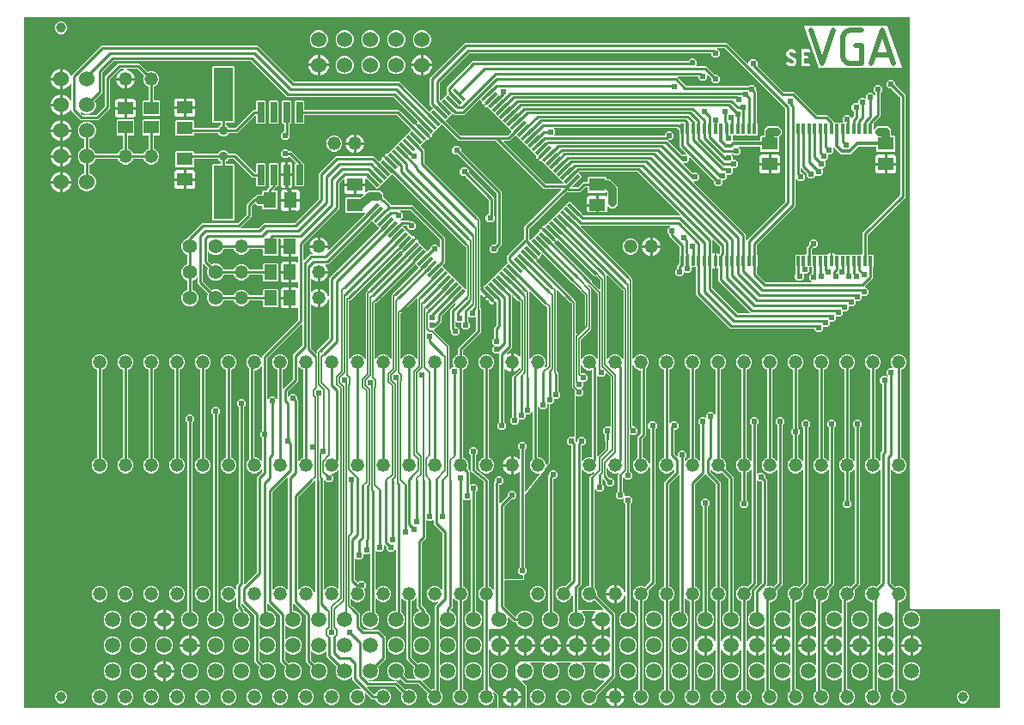
<source format=gbr>
G04 EAGLE Gerber RS-274X export*
G75*
%MOMM*%
%FSLAX34Y34*%
%LPD*%
%INTop Copper*%
%IPPOS*%
%AMOC8*
5,1,8,0,0,1.08239X$1,22.5*%
G01*
%ADD10C,0.533400*%
%ADD11R,1.500000X0.350000*%
%ADD12R,0.350000X1.500000*%
%ADD13C,1.320800*%
%ADD14C,1.422400*%
%ADD15R,1.600000X1.300000*%
%ADD16R,1.300000X1.600000*%
%ADD17C,1.524000*%
%ADD18C,0.908000*%
%ADD19R,0.300000X1.000000*%
%ADD20R,1.300000X1.500000*%
%ADD21R,1.500000X1.300000*%
%ADD22C,1.508000*%
%ADD23R,0.660400X2.032000*%
%ADD24R,1.930400X5.334000*%
%ADD25C,1.000000*%
%ADD26C,0.254000*%
%ADD27C,0.304800*%
%ADD28C,0.812800*%
%ADD29C,0.604800*%
%ADD30C,0.127000*%

G36*
X467425Y2012D02*
X467425Y2012D01*
X467491Y2014D01*
X467534Y2032D01*
X467581Y2040D01*
X467638Y2074D01*
X467698Y2099D01*
X467733Y2130D01*
X467774Y2155D01*
X467816Y2206D01*
X467864Y2250D01*
X467886Y2292D01*
X467915Y2329D01*
X467936Y2391D01*
X467967Y2450D01*
X467975Y2504D01*
X467987Y2541D01*
X467986Y2581D01*
X467994Y2635D01*
X467994Y14188D01*
X467987Y14230D01*
X467989Y14272D01*
X467967Y14339D01*
X467955Y14409D01*
X467933Y14445D01*
X467920Y14486D01*
X467866Y14558D01*
X467840Y14602D01*
X467824Y14615D01*
X467808Y14636D01*
X465135Y17310D01*
X465052Y17367D01*
X464972Y17428D01*
X464960Y17431D01*
X464950Y17438D01*
X464853Y17463D01*
X464757Y17492D01*
X464745Y17491D01*
X464733Y17494D01*
X464634Y17484D01*
X464533Y17477D01*
X464522Y17472D01*
X464510Y17471D01*
X464420Y17426D01*
X464328Y17385D01*
X464320Y17377D01*
X464309Y17372D01*
X464240Y17298D01*
X464168Y17228D01*
X464163Y17217D01*
X464155Y17208D01*
X464116Y17116D01*
X464073Y17024D01*
X464072Y17013D01*
X464068Y17002D01*
X464063Y16901D01*
X464055Y16801D01*
X464058Y16788D01*
X464058Y16778D01*
X464072Y16734D01*
X464100Y16619D01*
X465075Y14266D01*
X465075Y11134D01*
X463876Y8239D01*
X461661Y6024D01*
X458766Y4825D01*
X455634Y4825D01*
X452739Y6024D01*
X450524Y8239D01*
X449325Y11134D01*
X449325Y14266D01*
X450524Y17161D01*
X452739Y19376D01*
X454268Y20009D01*
X454313Y20038D01*
X454363Y20059D01*
X454407Y20098D01*
X454457Y20130D01*
X454489Y20173D01*
X454529Y20210D01*
X454556Y20262D01*
X454591Y20309D01*
X454607Y20361D01*
X454632Y20410D01*
X454642Y20480D01*
X454655Y20525D01*
X454653Y20555D01*
X454659Y20595D01*
X454659Y106405D01*
X454650Y106458D01*
X454650Y106513D01*
X454630Y106568D01*
X454620Y106626D01*
X454592Y106673D01*
X454574Y106723D01*
X454535Y106768D01*
X454505Y106819D01*
X454463Y106853D01*
X454428Y106895D01*
X454367Y106931D01*
X454331Y106960D01*
X454302Y106970D01*
X454268Y106991D01*
X452739Y107624D01*
X450524Y109839D01*
X449325Y112734D01*
X449325Y115866D01*
X450524Y118761D01*
X452739Y120976D01*
X454268Y121609D01*
X454313Y121638D01*
X454363Y121659D01*
X454407Y121698D01*
X454457Y121730D01*
X454489Y121773D01*
X454529Y121810D01*
X454556Y121862D01*
X454591Y121909D01*
X454607Y121961D01*
X454632Y122010D01*
X454642Y122080D01*
X454655Y122125D01*
X454653Y122155D01*
X454659Y122195D01*
X454659Y224534D01*
X454646Y224610D01*
X454641Y224687D01*
X454626Y224720D01*
X454620Y224755D01*
X454580Y224821D01*
X454549Y224892D01*
X454521Y224922D01*
X454505Y224948D01*
X454469Y224977D01*
X454421Y225029D01*
X443783Y233540D01*
X443776Y233544D01*
X443771Y233549D01*
X443677Y233597D01*
X443585Y233647D01*
X443578Y233648D01*
X443572Y233652D01*
X443458Y233669D01*
X442828Y234299D01*
X442803Y234317D01*
X442775Y234346D01*
X442079Y234903D01*
X442073Y234918D01*
X442064Y234947D01*
X442034Y235048D01*
X442030Y235053D01*
X442027Y235060D01*
X442001Y235096D01*
X441996Y235109D01*
X441973Y235134D01*
X441959Y235152D01*
X441959Y236044D01*
X441959Y236045D01*
X441956Y236064D01*
X441958Y236089D01*
X441958Y236090D01*
X441947Y236132D01*
X441946Y236169D01*
X441930Y236209D01*
X441923Y236244D01*
X441928Y236363D01*
X441857Y236998D01*
X441859Y237001D01*
X441866Y237021D01*
X441877Y237042D01*
X441927Y237135D01*
X441928Y237142D01*
X441932Y237148D01*
X441959Y237334D01*
X441959Y251474D01*
X441952Y251516D01*
X441954Y251559D01*
X441932Y251626D01*
X441920Y251695D01*
X441898Y251732D01*
X441885Y251772D01*
X441831Y251845D01*
X441805Y251888D01*
X441789Y251902D01*
X441773Y251923D01*
X440205Y253491D01*
X440205Y257049D01*
X442721Y259565D01*
X446279Y259565D01*
X448795Y257049D01*
X448795Y253491D01*
X447227Y251923D01*
X447202Y251888D01*
X447171Y251859D01*
X447139Y251797D01*
X447098Y251739D01*
X447088Y251698D01*
X447068Y251660D01*
X447055Y251570D01*
X447042Y251521D01*
X447045Y251501D01*
X447041Y251474D01*
X447041Y237746D01*
X447054Y237670D01*
X447059Y237593D01*
X447074Y237560D01*
X447080Y237525D01*
X447120Y237459D01*
X447151Y237388D01*
X447179Y237358D01*
X447195Y237332D01*
X447231Y237303D01*
X447279Y237251D01*
X457917Y228740D01*
X457924Y228736D01*
X457929Y228731D01*
X458023Y228683D01*
X458115Y228633D01*
X458122Y228632D01*
X458128Y228628D01*
X458242Y228611D01*
X458872Y227981D01*
X458897Y227963D01*
X458925Y227934D01*
X459622Y227376D01*
X459636Y227333D01*
X459666Y227232D01*
X459670Y227227D01*
X459673Y227220D01*
X459741Y227128D01*
X459741Y226236D01*
X459746Y226206D01*
X459745Y226166D01*
X459843Y225277D01*
X459823Y225238D01*
X459773Y225145D01*
X459772Y225138D01*
X459768Y225132D01*
X459741Y224946D01*
X459741Y122195D01*
X459750Y122142D01*
X459750Y122087D01*
X459770Y122032D01*
X459780Y121974D01*
X459808Y121927D01*
X459826Y121877D01*
X459865Y121832D01*
X459895Y121781D01*
X459937Y121747D01*
X459972Y121705D01*
X460033Y121669D01*
X460069Y121640D01*
X460098Y121630D01*
X460132Y121609D01*
X461661Y120976D01*
X463737Y118900D01*
X463810Y118849D01*
X463879Y118793D01*
X463901Y118785D01*
X463921Y118772D01*
X464007Y118750D01*
X464091Y118721D01*
X464115Y118722D01*
X464138Y118716D01*
X464227Y118725D01*
X464316Y118728D01*
X464338Y118737D01*
X464361Y118739D01*
X464441Y118779D01*
X464523Y118812D01*
X464541Y118828D01*
X464562Y118839D01*
X464623Y118903D01*
X464689Y118964D01*
X464700Y118985D01*
X464716Y119002D01*
X464751Y119084D01*
X464792Y119163D01*
X464795Y119189D01*
X464804Y119209D01*
X464806Y119259D01*
X464819Y119348D01*
X464819Y224572D01*
X465419Y225173D01*
X465444Y225207D01*
X465475Y225236D01*
X465507Y225299D01*
X465548Y225357D01*
X465558Y225398D01*
X465578Y225436D01*
X465591Y225525D01*
X465604Y225574D01*
X465601Y225595D01*
X465605Y225621D01*
X465605Y227839D01*
X468121Y230355D01*
X471679Y230355D01*
X474195Y227839D01*
X474195Y224281D01*
X471679Y221765D01*
X470535Y221765D01*
X470470Y221754D01*
X470404Y221752D01*
X470361Y221734D01*
X470314Y221726D01*
X470257Y221692D01*
X470197Y221667D01*
X470162Y221636D01*
X470121Y221611D01*
X470079Y221560D01*
X470031Y221516D01*
X470009Y221474D01*
X469980Y221437D01*
X469959Y221375D01*
X469928Y221316D01*
X469920Y221262D01*
X469908Y221225D01*
X469909Y221185D01*
X469901Y221131D01*
X469901Y204515D01*
X469916Y204427D01*
X469926Y204339D01*
X469936Y204318D01*
X469940Y204294D01*
X469986Y204218D01*
X470025Y204138D01*
X470042Y204121D01*
X470055Y204101D01*
X470124Y204045D01*
X470188Y203984D01*
X470210Y203975D01*
X470229Y203960D01*
X470313Y203931D01*
X470395Y203896D01*
X470419Y203895D01*
X470441Y203888D01*
X470530Y203890D01*
X470619Y203886D01*
X470642Y203894D01*
X470666Y203894D01*
X470748Y203928D01*
X470833Y203955D01*
X470854Y203971D01*
X470873Y203979D01*
X470911Y204013D01*
X470983Y204067D01*
X471573Y204657D01*
X478119Y211203D01*
X478144Y211237D01*
X478175Y211266D01*
X478207Y211329D01*
X478248Y211387D01*
X478258Y211428D01*
X478278Y211466D01*
X478291Y211555D01*
X478304Y211604D01*
X478301Y211625D01*
X478305Y211651D01*
X478305Y213869D01*
X480821Y216385D01*
X484379Y216385D01*
X486895Y213869D01*
X486895Y210311D01*
X484379Y207795D01*
X482161Y207795D01*
X482119Y207788D01*
X482077Y207790D01*
X482010Y207768D01*
X481940Y207756D01*
X481904Y207734D01*
X481863Y207721D01*
X481791Y207667D01*
X481747Y207641D01*
X481734Y207625D01*
X481713Y207609D01*
X475167Y201063D01*
X475142Y201029D01*
X475111Y201000D01*
X475079Y200937D01*
X475038Y200879D01*
X475028Y200838D01*
X475008Y200800D01*
X474995Y200711D01*
X474982Y200662D01*
X474985Y200641D01*
X474981Y200615D01*
X474981Y129540D01*
X474992Y129475D01*
X474994Y129409D01*
X475012Y129366D01*
X475020Y129319D01*
X475054Y129262D01*
X475079Y129202D01*
X475110Y129167D01*
X475135Y129126D01*
X475186Y129084D01*
X475230Y129036D01*
X475272Y129014D01*
X475309Y128985D01*
X475371Y128964D01*
X475430Y128933D01*
X475484Y128925D01*
X475521Y128913D01*
X475561Y128914D01*
X475615Y128906D01*
X492760Y128906D01*
X492825Y128917D01*
X492891Y128919D01*
X492934Y128937D01*
X492981Y128945D01*
X493038Y128979D01*
X493098Y129004D01*
X493133Y129035D01*
X493174Y129060D01*
X493216Y129111D01*
X493264Y129155D01*
X493286Y129197D01*
X493315Y129234D01*
X493336Y129296D01*
X493367Y129355D01*
X493375Y129409D01*
X493387Y129446D01*
X493386Y129486D01*
X493394Y129540D01*
X493394Y132231D01*
X493383Y132296D01*
X493381Y132362D01*
X493363Y132405D01*
X493355Y132452D01*
X493321Y132509D01*
X493296Y132569D01*
X493265Y132604D01*
X493240Y132645D01*
X493189Y132687D01*
X493145Y132735D01*
X493103Y132757D01*
X493066Y132786D01*
X493004Y132807D01*
X492945Y132838D01*
X492891Y132846D01*
X492854Y132858D01*
X492814Y132857D01*
X492760Y132865D01*
X490981Y132865D01*
X488465Y135381D01*
X488465Y138939D01*
X490033Y140507D01*
X490058Y140542D01*
X490089Y140571D01*
X490121Y140634D01*
X490162Y140691D01*
X490172Y140732D01*
X490192Y140770D01*
X490205Y140860D01*
X490218Y140909D01*
X490215Y140929D01*
X490219Y140956D01*
X490219Y234455D01*
X490204Y234543D01*
X490194Y234632D01*
X490184Y234653D01*
X490180Y234676D01*
X490134Y234753D01*
X490095Y234833D01*
X490078Y234849D01*
X490065Y234870D01*
X489996Y234926D01*
X489932Y234987D01*
X489910Y234996D01*
X489891Y235011D01*
X489807Y235039D01*
X489725Y235074D01*
X489701Y235075D01*
X489679Y235083D01*
X489590Y235080D01*
X489501Y235084D01*
X489478Y235077D01*
X489454Y235076D01*
X489372Y235043D01*
X489287Y235015D01*
X489266Y235000D01*
X489247Y234992D01*
X489209Y234958D01*
X489137Y234904D01*
X488429Y234197D01*
X486932Y233196D01*
X485267Y232507D01*
X483869Y232229D01*
X483869Y240665D01*
X483858Y240730D01*
X483856Y240795D01*
X483838Y240839D01*
X483830Y240886D01*
X483796Y240942D01*
X483771Y241003D01*
X483739Y241038D01*
X483715Y241079D01*
X483664Y241120D01*
X483620Y241169D01*
X483578Y241191D01*
X483541Y241220D01*
X483479Y241241D01*
X483420Y241271D01*
X483366Y241280D01*
X483329Y241292D01*
X483289Y241291D01*
X483235Y241299D01*
X482599Y241299D01*
X482599Y241301D01*
X483235Y241301D01*
X483300Y241313D01*
X483365Y241314D01*
X483409Y241332D01*
X483456Y241341D01*
X483513Y241374D01*
X483573Y241399D01*
X483608Y241431D01*
X483649Y241455D01*
X483690Y241506D01*
X483739Y241550D01*
X483761Y241592D01*
X483790Y241629D01*
X483811Y241691D01*
X483842Y241750D01*
X483850Y241804D01*
X483862Y241841D01*
X483861Y241881D01*
X483869Y241935D01*
X483869Y250371D01*
X485267Y250093D01*
X486932Y249404D01*
X488429Y248403D01*
X489137Y247696D01*
X489210Y247645D01*
X489279Y247589D01*
X489301Y247582D01*
X489321Y247568D01*
X489407Y247546D01*
X489491Y247517D01*
X489515Y247518D01*
X489538Y247512D01*
X489627Y247521D01*
X489716Y247524D01*
X489738Y247533D01*
X489761Y247535D01*
X489841Y247575D01*
X489923Y247608D01*
X489941Y247624D01*
X489962Y247635D01*
X490023Y247700D01*
X490089Y247760D01*
X490100Y247781D01*
X490116Y247798D01*
X490151Y247880D01*
X490192Y247959D01*
X490195Y247985D01*
X490204Y248005D01*
X490206Y248055D01*
X490219Y248145D01*
X490219Y256554D01*
X490212Y256596D01*
X490214Y256639D01*
X490192Y256706D01*
X490180Y256775D01*
X490158Y256812D01*
X490145Y256852D01*
X490091Y256925D01*
X490065Y256968D01*
X490049Y256982D01*
X490033Y257003D01*
X488465Y258571D01*
X488465Y262129D01*
X490981Y264645D01*
X494539Y264645D01*
X497055Y262129D01*
X497055Y258571D01*
X495487Y257003D01*
X495462Y256968D01*
X495431Y256939D01*
X495399Y256876D01*
X495358Y256819D01*
X495348Y256778D01*
X495328Y256740D01*
X495315Y256650D01*
X495302Y256601D01*
X495305Y256581D01*
X495301Y256554D01*
X495301Y215825D01*
X495304Y215808D01*
X495302Y215791D01*
X495323Y215698D01*
X495340Y215604D01*
X495349Y215589D01*
X495353Y215573D01*
X495406Y215493D01*
X495455Y215411D01*
X495468Y215400D01*
X495477Y215386D01*
X495554Y215330D01*
X495629Y215269D01*
X495645Y215264D01*
X495658Y215254D01*
X495751Y215228D01*
X495841Y215197D01*
X495858Y215198D01*
X495874Y215193D01*
X495970Y215201D01*
X496066Y215204D01*
X496081Y215210D01*
X496098Y215212D01*
X496185Y215252D01*
X496273Y215288D01*
X496286Y215300D01*
X496301Y215307D01*
X496437Y215436D01*
X509572Y232403D01*
X509595Y232447D01*
X509626Y232485D01*
X509646Y232545D01*
X509676Y232602D01*
X509682Y232651D01*
X509698Y232697D01*
X509696Y232761D01*
X509704Y232824D01*
X509692Y232872D01*
X509691Y232922D01*
X509667Y232980D01*
X509652Y233043D01*
X509625Y233084D01*
X509607Y233129D01*
X509564Y233176D01*
X509528Y233230D01*
X509489Y233259D01*
X509455Y233295D01*
X509398Y233324D01*
X509347Y233362D01*
X509300Y233375D01*
X509256Y233398D01*
X509178Y233409D01*
X509131Y233422D01*
X509104Y233420D01*
X509070Y233425D01*
X506434Y233425D01*
X503539Y234624D01*
X501324Y236839D01*
X500125Y239734D01*
X500125Y242866D01*
X501324Y245761D01*
X502733Y247170D01*
X502758Y247205D01*
X502789Y247234D01*
X502821Y247296D01*
X502862Y247354D01*
X502872Y247395D01*
X502892Y247433D01*
X502905Y247523D01*
X502918Y247572D01*
X502915Y247592D01*
X502919Y247619D01*
X502919Y293384D01*
X502903Y293472D01*
X502894Y293561D01*
X502884Y293582D01*
X502880Y293605D01*
X502834Y293682D01*
X502795Y293762D01*
X502778Y293778D01*
X502765Y293798D01*
X502696Y293855D01*
X502632Y293916D01*
X502610Y293925D01*
X502591Y293940D01*
X502507Y293968D01*
X502425Y294003D01*
X502401Y294004D01*
X502379Y294012D01*
X502290Y294009D01*
X502201Y294013D01*
X502178Y294006D01*
X502154Y294005D01*
X502072Y293972D01*
X501987Y293944D01*
X501966Y293929D01*
X501947Y293921D01*
X501909Y293887D01*
X501837Y293833D01*
X499619Y291615D01*
X496419Y291615D01*
X496354Y291604D01*
X496288Y291602D01*
X496245Y291584D01*
X496198Y291576D01*
X496141Y291542D01*
X496081Y291517D01*
X496046Y291486D01*
X496005Y291461D01*
X495963Y291410D01*
X495915Y291366D01*
X495893Y291324D01*
X495864Y291287D01*
X495843Y291225D01*
X495812Y291166D01*
X495804Y291112D01*
X495792Y291075D01*
X495793Y291035D01*
X495785Y290981D01*
X495785Y289051D01*
X493269Y286535D01*
X490069Y286535D01*
X490004Y286524D01*
X489938Y286522D01*
X489895Y286504D01*
X489848Y286496D01*
X489791Y286462D01*
X489731Y286437D01*
X489696Y286406D01*
X489655Y286381D01*
X489613Y286330D01*
X489565Y286286D01*
X489543Y286244D01*
X489514Y286207D01*
X489493Y286145D01*
X489462Y286086D01*
X489454Y286032D01*
X489442Y285995D01*
X489443Y285955D01*
X489435Y285901D01*
X489435Y283971D01*
X486919Y281455D01*
X483361Y281455D01*
X480845Y283971D01*
X480845Y287529D01*
X482413Y289097D01*
X482438Y289132D01*
X482469Y289161D01*
X482501Y289224D01*
X482542Y289281D01*
X482552Y289322D01*
X482572Y289360D01*
X482585Y289450D01*
X482598Y289499D01*
X482595Y289519D01*
X482599Y289546D01*
X482599Y328712D01*
X484088Y330201D01*
X484723Y330201D01*
X484765Y330208D01*
X484807Y330206D01*
X484874Y330228D01*
X484944Y330240D01*
X484980Y330262D01*
X485021Y330275D01*
X485093Y330329D01*
X485137Y330355D01*
X485150Y330371D01*
X485171Y330387D01*
X490668Y335884D01*
X490693Y335918D01*
X490724Y335947D01*
X490756Y336010D01*
X490797Y336068D01*
X490807Y336109D01*
X490827Y336147D01*
X490840Y336236D01*
X490853Y336285D01*
X490850Y336306D01*
X490854Y336332D01*
X490854Y336703D01*
X490847Y336741D01*
X490849Y336780D01*
X490828Y336851D01*
X490815Y336923D01*
X490795Y336957D01*
X490783Y336995D01*
X490738Y337053D01*
X490700Y337117D01*
X490670Y337141D01*
X490646Y337172D01*
X490584Y337211D01*
X490526Y337258D01*
X490489Y337270D01*
X490456Y337291D01*
X490384Y337306D01*
X490314Y337330D01*
X490275Y337329D01*
X490236Y337337D01*
X490163Y337325D01*
X490089Y337323D01*
X490053Y337308D01*
X490014Y337303D01*
X489950Y337267D01*
X489882Y337239D01*
X489853Y337212D01*
X489818Y337193D01*
X489753Y337121D01*
X489716Y337087D01*
X489712Y337079D01*
X488429Y335797D01*
X486932Y334796D01*
X485267Y334107D01*
X483869Y333829D01*
X483869Y342265D01*
X483858Y342330D01*
X483856Y342395D01*
X483838Y342439D01*
X483830Y342486D01*
X483796Y342542D01*
X483771Y342603D01*
X483739Y342638D01*
X483715Y342679D01*
X483664Y342720D01*
X483620Y342769D01*
X483578Y342791D01*
X483541Y342820D01*
X483479Y342841D01*
X483420Y342871D01*
X483366Y342880D01*
X483329Y342892D01*
X483289Y342891D01*
X483235Y342899D01*
X481965Y342899D01*
X481900Y342887D01*
X481834Y342886D01*
X481791Y342868D01*
X481744Y342859D01*
X481687Y342826D01*
X481627Y342801D01*
X481592Y342769D01*
X481551Y342745D01*
X481510Y342694D01*
X481461Y342650D01*
X481439Y342608D01*
X481410Y342571D01*
X481389Y342509D01*
X481358Y342450D01*
X481350Y342396D01*
X481338Y342359D01*
X481339Y342319D01*
X481331Y342265D01*
X481331Y333829D01*
X479933Y334107D01*
X478268Y334796D01*
X476771Y335797D01*
X476063Y336504D01*
X475990Y336555D01*
X475921Y336611D01*
X475899Y336618D01*
X475879Y336632D01*
X475793Y336654D01*
X475709Y336683D01*
X475685Y336682D01*
X475662Y336688D01*
X475573Y336679D01*
X475484Y336676D01*
X475462Y336667D01*
X475439Y336665D01*
X475359Y336625D01*
X475277Y336592D01*
X475259Y336576D01*
X475238Y336565D01*
X475177Y336500D01*
X475111Y336440D01*
X475100Y336419D01*
X475084Y336402D01*
X475049Y336320D01*
X475008Y336241D01*
X475005Y336215D01*
X474996Y336195D01*
X474994Y336145D01*
X474981Y336055D01*
X474981Y284466D01*
X474988Y284424D01*
X474986Y284381D01*
X475008Y284314D01*
X475020Y284245D01*
X475042Y284208D01*
X475055Y284168D01*
X475109Y284095D01*
X475135Y284052D01*
X475151Y284038D01*
X475167Y284017D01*
X476735Y282449D01*
X476735Y278891D01*
X474219Y276375D01*
X470661Y276375D01*
X468145Y278891D01*
X468145Y282449D01*
X469713Y284017D01*
X469738Y284052D01*
X469769Y284081D01*
X469801Y284144D01*
X469842Y284201D01*
X469852Y284242D01*
X469872Y284280D01*
X469885Y284370D01*
X469898Y284419D01*
X469895Y284439D01*
X469899Y284466D01*
X469899Y350671D01*
X469888Y350736D01*
X469886Y350802D01*
X469868Y350845D01*
X469860Y350892D01*
X469826Y350949D01*
X469801Y351009D01*
X469770Y351044D01*
X469745Y351085D01*
X469694Y351127D01*
X469650Y351175D01*
X469608Y351197D01*
X469571Y351226D01*
X469509Y351247D01*
X469450Y351278D01*
X469396Y351286D01*
X469359Y351298D01*
X469319Y351297D01*
X469265Y351305D01*
X465581Y351305D01*
X463065Y353821D01*
X463065Y357379D01*
X464648Y358961D01*
X464685Y359016D01*
X464731Y359063D01*
X464749Y359107D01*
X464776Y359146D01*
X464792Y359209D01*
X464818Y359270D01*
X464820Y359317D01*
X464832Y359363D01*
X464825Y359428D01*
X464828Y359494D01*
X464814Y359539D01*
X464809Y359586D01*
X464780Y359645D01*
X464759Y359708D01*
X464727Y359752D01*
X464709Y359787D01*
X464680Y359814D01*
X464648Y359858D01*
X463065Y361441D01*
X463065Y364999D01*
X464633Y366567D01*
X464658Y366602D01*
X464689Y366631D01*
X464721Y366694D01*
X464762Y366751D01*
X464772Y366792D01*
X464792Y366830D01*
X464805Y366920D01*
X464818Y366969D01*
X464815Y366989D01*
X464819Y367016D01*
X464819Y376972D01*
X467173Y379327D01*
X467198Y379361D01*
X467229Y379390D01*
X467261Y379453D01*
X467302Y379511D01*
X467312Y379552D01*
X467332Y379590D01*
X467345Y379679D01*
X467358Y379728D01*
X467355Y379749D01*
X467359Y379775D01*
X467359Y401991D01*
X467344Y402079D01*
X467334Y402167D01*
X467324Y402189D01*
X467320Y402212D01*
X467274Y402289D01*
X467235Y402369D01*
X467218Y402385D01*
X467205Y402405D01*
X467137Y402461D01*
X467072Y402523D01*
X467050Y402532D01*
X467031Y402547D01*
X466947Y402575D01*
X466865Y402610D01*
X466841Y402611D01*
X466819Y402619D01*
X466730Y402616D01*
X466641Y402620D01*
X466618Y402613D01*
X466594Y402612D01*
X466512Y402579D01*
X466427Y402551D01*
X466406Y402536D01*
X466387Y402528D01*
X466371Y402513D01*
X459430Y409453D01*
X459376Y409491D01*
X459328Y409536D01*
X459285Y409555D01*
X459246Y409581D01*
X459219Y409588D01*
X459202Y409642D01*
X459169Y409687D01*
X459152Y409722D01*
X459123Y409749D01*
X459090Y409793D01*
X452568Y416315D01*
X452495Y416366D01*
X452426Y416422D01*
X452404Y416430D01*
X452384Y416443D01*
X452298Y416465D01*
X452214Y416494D01*
X452190Y416493D01*
X452167Y416499D01*
X452078Y416490D01*
X451989Y416487D01*
X451967Y416478D01*
X451944Y416476D01*
X451864Y416436D01*
X451782Y416403D01*
X451764Y416387D01*
X451743Y416376D01*
X451682Y416312D01*
X451616Y416252D01*
X451605Y416230D01*
X451589Y416213D01*
X451554Y416131D01*
X451513Y416052D01*
X451510Y416026D01*
X451501Y416007D01*
X451499Y415956D01*
X451486Y415867D01*
X451486Y415188D01*
X451493Y415146D01*
X451491Y415104D01*
X451513Y415036D01*
X451525Y414967D01*
X451547Y414930D01*
X451560Y414890D01*
X451614Y414817D01*
X451640Y414774D01*
X451656Y414760D01*
X451672Y414739D01*
X457406Y409005D01*
X454990Y406589D01*
X452568Y409011D01*
X452535Y409034D01*
X452512Y409059D01*
X452475Y409078D01*
X452426Y409118D01*
X452404Y409125D01*
X452384Y409139D01*
X452329Y409153D01*
X452313Y409162D01*
X452284Y409166D01*
X452214Y409189D01*
X452190Y409189D01*
X452167Y409195D01*
X452078Y409185D01*
X451989Y409183D01*
X451967Y409174D01*
X451944Y409171D01*
X451900Y409150D01*
X451899Y409150D01*
X451898Y409149D01*
X451864Y409132D01*
X451782Y409099D01*
X451764Y409083D01*
X451743Y409072D01*
X451711Y409038D01*
X451706Y409035D01*
X451692Y409018D01*
X451682Y409007D01*
X451616Y408947D01*
X451605Y408926D01*
X451589Y408909D01*
X451573Y408872D01*
X451565Y408861D01*
X451551Y408820D01*
X451513Y408748D01*
X451510Y408721D01*
X451501Y408702D01*
X451500Y408670D01*
X451493Y408649D01*
X451494Y408615D01*
X451486Y408562D01*
X451486Y396920D01*
X451493Y396878D01*
X451491Y396836D01*
X451513Y396769D01*
X451525Y396699D01*
X451547Y396663D01*
X451560Y396622D01*
X451614Y396550D01*
X451640Y396506D01*
X451656Y396493D01*
X451672Y396472D01*
X452121Y396022D01*
X452121Y372328D01*
X434527Y354733D01*
X434502Y354699D01*
X434471Y354670D01*
X434439Y354607D01*
X434398Y354549D01*
X434388Y354508D01*
X434368Y354470D01*
X434355Y354381D01*
X434342Y354332D01*
X434345Y354311D01*
X434341Y354285D01*
X434341Y350795D01*
X434350Y350742D01*
X434350Y350687D01*
X434370Y350632D01*
X434380Y350574D01*
X434408Y350527D01*
X434426Y350477D01*
X434465Y350432D01*
X434495Y350381D01*
X434537Y350347D01*
X434572Y350305D01*
X434633Y350269D01*
X434669Y350240D01*
X434698Y350230D01*
X434732Y350209D01*
X436261Y349576D01*
X438476Y347361D01*
X439675Y344466D01*
X439675Y341334D01*
X438476Y338439D01*
X436261Y336224D01*
X434732Y335591D01*
X434687Y335562D01*
X434637Y335541D01*
X434593Y335502D01*
X434543Y335470D01*
X434511Y335427D01*
X434471Y335390D01*
X434444Y335338D01*
X434409Y335291D01*
X434393Y335239D01*
X434368Y335190D01*
X434358Y335120D01*
X434345Y335075D01*
X434347Y335045D01*
X434341Y335005D01*
X434341Y249195D01*
X434350Y249142D01*
X434350Y249087D01*
X434370Y249032D01*
X434380Y248974D01*
X434408Y248927D01*
X434426Y248877D01*
X434465Y248832D01*
X434495Y248781D01*
X434537Y248747D01*
X434572Y248705D01*
X434633Y248669D01*
X434669Y248640D01*
X434698Y248630D01*
X434732Y248609D01*
X436261Y247976D01*
X438476Y245761D01*
X439675Y242866D01*
X439675Y239734D01*
X439042Y238205D01*
X439030Y238152D01*
X439009Y238102D01*
X439006Y238044D01*
X438994Y237986D01*
X439001Y237932D01*
X438999Y237878D01*
X439017Y237822D01*
X439025Y237764D01*
X439051Y237716D01*
X439068Y237665D01*
X439110Y237608D01*
X439111Y237605D01*
X439112Y237603D01*
X439113Y237603D01*
X439132Y237567D01*
X439155Y237546D01*
X439179Y237514D01*
X440691Y236002D01*
X440691Y222236D01*
X440706Y222148D01*
X440716Y222059D01*
X440726Y222038D01*
X440730Y222015D01*
X440776Y221938D01*
X440815Y221858D01*
X440832Y221842D01*
X440845Y221822D01*
X440914Y221765D01*
X440978Y221704D01*
X441000Y221695D01*
X441019Y221680D01*
X441103Y221652D01*
X441185Y221617D01*
X441209Y221616D01*
X441231Y221608D01*
X441320Y221611D01*
X441409Y221607D01*
X441432Y221614D01*
X441456Y221615D01*
X441538Y221648D01*
X441623Y221676D01*
X441644Y221691D01*
X441663Y221699D01*
X441701Y221733D01*
X441773Y221787D01*
X442721Y222735D01*
X446279Y222735D01*
X448795Y220219D01*
X448795Y216661D01*
X447227Y215093D01*
X447202Y215058D01*
X447171Y215029D01*
X447139Y214967D01*
X447098Y214909D01*
X447088Y214868D01*
X447068Y214830D01*
X447055Y214740D01*
X447042Y214691D01*
X447045Y214671D01*
X447041Y214644D01*
X447041Y97808D01*
X447050Y97755D01*
X447050Y97701D01*
X447070Y97645D01*
X447080Y97587D01*
X447108Y97541D01*
X447126Y97490D01*
X447165Y97445D01*
X447195Y97394D01*
X447237Y97360D01*
X447272Y97319D01*
X447333Y97282D01*
X447369Y97253D01*
X447398Y97243D01*
X447432Y97222D01*
X449491Y96369D01*
X451969Y93891D01*
X453311Y90653D01*
X453311Y87147D01*
X451969Y83909D01*
X449491Y81431D01*
X446253Y80089D01*
X442747Y80089D01*
X439509Y81431D01*
X437031Y83909D01*
X435689Y87147D01*
X435689Y90653D01*
X437031Y93891D01*
X439509Y96369D01*
X441568Y97222D01*
X441613Y97251D01*
X441663Y97272D01*
X441707Y97311D01*
X441757Y97343D01*
X441789Y97387D01*
X441829Y97423D01*
X441856Y97476D01*
X441891Y97523D01*
X441907Y97574D01*
X441932Y97623D01*
X441942Y97693D01*
X441955Y97738D01*
X441953Y97768D01*
X441959Y97808D01*
X441959Y207024D01*
X441944Y207112D01*
X441934Y207201D01*
X441924Y207222D01*
X441920Y207245D01*
X441874Y207322D01*
X441835Y207402D01*
X441818Y207418D01*
X441805Y207438D01*
X441736Y207495D01*
X441672Y207556D01*
X441650Y207565D01*
X441631Y207580D01*
X441547Y207608D01*
X441465Y207643D01*
X441441Y207644D01*
X441419Y207652D01*
X441330Y207649D01*
X441241Y207653D01*
X441218Y207646D01*
X441194Y207645D01*
X441112Y207612D01*
X441027Y207584D01*
X441006Y207569D01*
X440987Y207561D01*
X440949Y207527D01*
X440877Y207473D01*
X439929Y206525D01*
X436371Y206525D01*
X435423Y207473D01*
X435350Y207524D01*
X435281Y207580D01*
X435259Y207587D01*
X435239Y207601D01*
X435153Y207623D01*
X435069Y207652D01*
X435045Y207651D01*
X435022Y207657D01*
X434933Y207648D01*
X434844Y207645D01*
X434822Y207636D01*
X434799Y207634D01*
X434719Y207594D01*
X434637Y207561D01*
X434619Y207545D01*
X434598Y207534D01*
X434537Y207469D01*
X434471Y207409D01*
X434460Y207388D01*
X434444Y207371D01*
X434409Y207289D01*
X434368Y207210D01*
X434365Y207184D01*
X434356Y207164D01*
X434354Y207114D01*
X434341Y207024D01*
X434341Y122195D01*
X434350Y122142D01*
X434350Y122087D01*
X434370Y122032D01*
X434380Y121974D01*
X434408Y121927D01*
X434426Y121877D01*
X434465Y121832D01*
X434495Y121781D01*
X434537Y121747D01*
X434572Y121705D01*
X434633Y121669D01*
X434669Y121640D01*
X434698Y121630D01*
X434732Y121609D01*
X436261Y120976D01*
X438476Y118761D01*
X439675Y115866D01*
X439675Y112734D01*
X438476Y109839D01*
X436261Y107624D01*
X434732Y106991D01*
X434687Y106962D01*
X434637Y106941D01*
X434593Y106902D01*
X434543Y106870D01*
X434511Y106827D01*
X434471Y106790D01*
X434444Y106738D01*
X434409Y106691D01*
X434393Y106639D01*
X434368Y106590D01*
X434358Y106520D01*
X434345Y106475D01*
X434347Y106445D01*
X434341Y106405D01*
X434341Y20595D01*
X434350Y20542D01*
X434350Y20487D01*
X434370Y20432D01*
X434380Y20374D01*
X434408Y20327D01*
X434426Y20277D01*
X434465Y20232D01*
X434495Y20181D01*
X434537Y20147D01*
X434572Y20105D01*
X434633Y20069D01*
X434669Y20040D01*
X434698Y20030D01*
X434732Y20009D01*
X436261Y19376D01*
X438476Y17161D01*
X439675Y14266D01*
X439675Y11134D01*
X438476Y8239D01*
X436261Y6024D01*
X433366Y4825D01*
X430234Y4825D01*
X427339Y6024D01*
X425124Y8239D01*
X423925Y11134D01*
X423925Y14266D01*
X425124Y17161D01*
X427339Y19376D01*
X428868Y20009D01*
X428913Y20038D01*
X428963Y20059D01*
X429007Y20098D01*
X429057Y20130D01*
X429089Y20173D01*
X429129Y20210D01*
X429156Y20262D01*
X429191Y20309D01*
X429207Y20361D01*
X429232Y20410D01*
X429242Y20480D01*
X429255Y20525D01*
X429253Y20555D01*
X429259Y20595D01*
X429259Y106405D01*
X429250Y106458D01*
X429250Y106513D01*
X429230Y106568D01*
X429220Y106626D01*
X429192Y106673D01*
X429174Y106723D01*
X429135Y106768D01*
X429105Y106819D01*
X429063Y106853D01*
X429028Y106895D01*
X428967Y106931D01*
X428931Y106960D01*
X428902Y106970D01*
X428868Y106991D01*
X427339Y107624D01*
X425263Y109700D01*
X425190Y109751D01*
X425121Y109807D01*
X425099Y109815D01*
X425079Y109828D01*
X424993Y109850D01*
X424909Y109879D01*
X424885Y109878D01*
X424862Y109884D01*
X424773Y109875D01*
X424684Y109872D01*
X424662Y109863D01*
X424639Y109861D01*
X424559Y109821D01*
X424477Y109788D01*
X424459Y109772D01*
X424438Y109761D01*
X424377Y109697D01*
X424311Y109636D01*
X424300Y109615D01*
X424284Y109598D01*
X424249Y109516D01*
X424208Y109437D01*
X424205Y109411D01*
X424196Y109391D01*
X424194Y109341D01*
X424181Y109252D01*
X424181Y100548D01*
X422507Y98874D01*
X421871Y98238D01*
X421827Y98175D01*
X421776Y98116D01*
X421763Y98083D01*
X421743Y98054D01*
X421724Y97979D01*
X421696Y97906D01*
X421696Y97871D01*
X421687Y97837D01*
X421695Y97760D01*
X421695Y97682D01*
X421707Y97649D01*
X421710Y97613D01*
X421745Y97544D01*
X421771Y97471D01*
X421794Y97444D01*
X421810Y97412D01*
X421866Y97359D01*
X421916Y97300D01*
X421951Y97279D01*
X421973Y97258D01*
X422016Y97240D01*
X422077Y97204D01*
X424091Y96369D01*
X426569Y93891D01*
X427911Y90653D01*
X427911Y87147D01*
X426569Y83909D01*
X424091Y81431D01*
X420853Y80089D01*
X417347Y80089D01*
X414109Y81431D01*
X412563Y82976D01*
X412490Y83027D01*
X412421Y83083D01*
X412399Y83091D01*
X412379Y83104D01*
X412293Y83127D01*
X412209Y83155D01*
X412185Y83154D01*
X412162Y83160D01*
X412073Y83151D01*
X411984Y83148D01*
X411962Y83140D01*
X411939Y83137D01*
X411859Y83098D01*
X411777Y83064D01*
X411759Y83048D01*
X411738Y83038D01*
X411677Y82973D01*
X411611Y82913D01*
X411600Y82892D01*
X411584Y82874D01*
X411549Y82792D01*
X411508Y82713D01*
X411505Y82687D01*
X411496Y82668D01*
X411494Y82617D01*
X411481Y82528D01*
X411481Y69872D01*
X411497Y69784D01*
X411506Y69696D01*
X411516Y69675D01*
X411520Y69651D01*
X411566Y69575D01*
X411605Y69495D01*
X411622Y69479D01*
X411635Y69458D01*
X411704Y69402D01*
X411768Y69341D01*
X411790Y69332D01*
X411809Y69317D01*
X411893Y69288D01*
X411975Y69254D01*
X411999Y69253D01*
X412021Y69245D01*
X412110Y69248D01*
X412199Y69244D01*
X412222Y69251D01*
X412246Y69252D01*
X412328Y69285D01*
X412413Y69312D01*
X412434Y69328D01*
X412453Y69336D01*
X412491Y69370D01*
X412563Y69424D01*
X414109Y70969D01*
X417347Y72311D01*
X420853Y72311D01*
X424091Y70969D01*
X426569Y68491D01*
X427911Y65253D01*
X427911Y61747D01*
X426569Y58509D01*
X424091Y56031D01*
X420853Y54689D01*
X417347Y54689D01*
X414109Y56031D01*
X412563Y57576D01*
X412490Y57627D01*
X412421Y57683D01*
X412399Y57691D01*
X412379Y57704D01*
X412293Y57727D01*
X412209Y57755D01*
X412185Y57754D01*
X412162Y57760D01*
X412073Y57751D01*
X411984Y57748D01*
X411962Y57740D01*
X411939Y57737D01*
X411859Y57698D01*
X411777Y57664D01*
X411759Y57648D01*
X411738Y57638D01*
X411677Y57573D01*
X411611Y57513D01*
X411600Y57492D01*
X411584Y57474D01*
X411549Y57392D01*
X411508Y57313D01*
X411505Y57287D01*
X411496Y57268D01*
X411494Y57217D01*
X411481Y57128D01*
X411481Y44472D01*
X411493Y44403D01*
X411494Y44365D01*
X411500Y44351D01*
X411506Y44296D01*
X411516Y44275D01*
X411520Y44251D01*
X411566Y44175D01*
X411605Y44095D01*
X411622Y44079D01*
X411635Y44058D01*
X411704Y44002D01*
X411768Y43941D01*
X411790Y43932D01*
X411809Y43917D01*
X411893Y43888D01*
X411975Y43854D01*
X411999Y43853D01*
X412021Y43845D01*
X412110Y43848D01*
X412199Y43844D01*
X412222Y43851D01*
X412246Y43852D01*
X412328Y43885D01*
X412413Y43912D01*
X412434Y43928D01*
X412453Y43936D01*
X412491Y43970D01*
X412549Y44013D01*
X412552Y44015D01*
X412553Y44016D01*
X412563Y44024D01*
X414109Y45569D01*
X417347Y46911D01*
X420853Y46911D01*
X424091Y45569D01*
X426569Y43091D01*
X427911Y39853D01*
X427911Y36347D01*
X426569Y33109D01*
X424091Y30631D01*
X420853Y29289D01*
X417347Y29289D01*
X414109Y30631D01*
X412563Y32176D01*
X412490Y32227D01*
X412421Y32283D01*
X412399Y32291D01*
X412379Y32304D01*
X412293Y32327D01*
X412209Y32355D01*
X412185Y32354D01*
X412162Y32360D01*
X412073Y32351D01*
X411984Y32348D01*
X411962Y32340D01*
X411939Y32337D01*
X411859Y32298D01*
X411777Y32264D01*
X411759Y32248D01*
X411738Y32238D01*
X411677Y32173D01*
X411611Y32113D01*
X411600Y32092D01*
X411584Y32074D01*
X411549Y31992D01*
X411508Y31913D01*
X411505Y31887D01*
X411496Y31868D01*
X411494Y31817D01*
X411481Y31728D01*
X411481Y19019D01*
X411488Y18977D01*
X411486Y18934D01*
X411508Y18867D01*
X411520Y18798D01*
X411542Y18761D01*
X411555Y18721D01*
X411609Y18648D01*
X411635Y18605D01*
X411651Y18591D01*
X411667Y18570D01*
X413076Y17161D01*
X414275Y14266D01*
X414275Y11134D01*
X413076Y8239D01*
X410861Y6024D01*
X407966Y4825D01*
X404834Y4825D01*
X401939Y6024D01*
X399724Y8239D01*
X398525Y11134D01*
X398525Y14266D01*
X399158Y15795D01*
X399170Y15848D01*
X399191Y15898D01*
X399194Y15956D01*
X399206Y16014D01*
X399199Y16068D01*
X399201Y16122D01*
X399183Y16178D01*
X399175Y16236D01*
X399149Y16284D01*
X399132Y16335D01*
X399090Y16392D01*
X399068Y16433D01*
X399045Y16454D01*
X399021Y16486D01*
X390293Y25213D01*
X390259Y25238D01*
X390230Y25269D01*
X390167Y25301D01*
X390109Y25342D01*
X390068Y25352D01*
X390030Y25372D01*
X389941Y25385D01*
X389892Y25398D01*
X389871Y25395D01*
X389845Y25399D01*
X377408Y25399D01*
X375734Y27073D01*
X372802Y30004D01*
X372758Y30035D01*
X372720Y30074D01*
X372667Y30099D01*
X372618Y30133D01*
X372566Y30146D01*
X372517Y30169D01*
X372458Y30174D01*
X372401Y30189D01*
X372347Y30183D01*
X372293Y30187D01*
X372224Y30170D01*
X372178Y30165D01*
X372150Y30152D01*
X372111Y30142D01*
X370053Y29289D01*
X366547Y29289D01*
X363309Y30631D01*
X360831Y33109D01*
X359489Y36347D01*
X359489Y39853D01*
X360831Y43091D01*
X363309Y45569D01*
X366547Y46911D01*
X370053Y46911D01*
X373291Y45569D01*
X375769Y43091D01*
X377111Y39853D01*
X377111Y36347D01*
X376258Y34289D01*
X376246Y34236D01*
X376225Y34186D01*
X376223Y34127D01*
X376210Y34070D01*
X376218Y34016D01*
X376215Y33962D01*
X376233Y33906D01*
X376242Y33847D01*
X376267Y33800D01*
X376284Y33748D01*
X376326Y33691D01*
X376348Y33650D01*
X376372Y33630D01*
X376396Y33598D01*
X379327Y30666D01*
X379362Y30642D01*
X379390Y30611D01*
X379453Y30579D01*
X379511Y30538D01*
X379552Y30528D01*
X379590Y30508D01*
X379679Y30495D01*
X379728Y30482D01*
X379749Y30485D01*
X379775Y30481D01*
X387328Y30481D01*
X387416Y30497D01*
X387504Y30506D01*
X387525Y30516D01*
X387549Y30520D01*
X387625Y30566D01*
X387705Y30605D01*
X387721Y30622D01*
X387742Y30635D01*
X387798Y30704D01*
X387859Y30768D01*
X387868Y30790D01*
X387883Y30809D01*
X387912Y30893D01*
X387946Y30975D01*
X387947Y30999D01*
X387955Y31021D01*
X387952Y31110D01*
X387956Y31199D01*
X387949Y31222D01*
X387948Y31246D01*
X387915Y31328D01*
X387888Y31413D01*
X387872Y31434D01*
X387864Y31453D01*
X387830Y31491D01*
X387776Y31563D01*
X386231Y33109D01*
X384889Y36347D01*
X384889Y39853D01*
X385742Y41911D01*
X385754Y41964D01*
X385775Y42014D01*
X385777Y42073D01*
X385790Y42130D01*
X385782Y42184D01*
X385785Y42238D01*
X385767Y42294D01*
X385758Y42353D01*
X385733Y42400D01*
X385716Y42452D01*
X385674Y42509D01*
X385652Y42550D01*
X385628Y42570D01*
X385604Y42602D01*
X378459Y49748D01*
X378459Y106405D01*
X378450Y106458D01*
X378450Y106513D01*
X378430Y106568D01*
X378420Y106626D01*
X378392Y106673D01*
X378374Y106723D01*
X378335Y106768D01*
X378305Y106819D01*
X378263Y106853D01*
X378228Y106895D01*
X378167Y106931D01*
X378131Y106960D01*
X378102Y106970D01*
X378068Y106991D01*
X376539Y107624D01*
X374463Y109700D01*
X374390Y109751D01*
X374321Y109807D01*
X374299Y109815D01*
X374279Y109828D01*
X374193Y109850D01*
X374109Y109879D01*
X374085Y109878D01*
X374062Y109884D01*
X373973Y109875D01*
X373884Y109872D01*
X373862Y109863D01*
X373839Y109861D01*
X373759Y109821D01*
X373677Y109788D01*
X373659Y109772D01*
X373638Y109761D01*
X373577Y109697D01*
X373511Y109636D01*
X373500Y109615D01*
X373484Y109598D01*
X373449Y109516D01*
X373408Y109437D01*
X373405Y109411D01*
X373396Y109391D01*
X373394Y109341D01*
X373381Y109252D01*
X373381Y96542D01*
X373388Y96500D01*
X373386Y96458D01*
X373408Y96391D01*
X373420Y96321D01*
X373442Y96285D01*
X373455Y96244D01*
X373509Y96172D01*
X373535Y96128D01*
X373551Y96115D01*
X373567Y96094D01*
X375769Y93891D01*
X377111Y90653D01*
X377111Y87147D01*
X375769Y83909D01*
X373291Y81431D01*
X370053Y80089D01*
X366547Y80089D01*
X363309Y81431D01*
X360831Y83909D01*
X359489Y87147D01*
X359489Y90653D01*
X360831Y93891D01*
X363309Y96369D01*
X366547Y97711D01*
X367665Y97711D01*
X367730Y97722D01*
X367796Y97724D01*
X367839Y97742D01*
X367886Y97750D01*
X367943Y97784D01*
X368003Y97809D01*
X368038Y97840D01*
X368079Y97865D01*
X368121Y97916D01*
X368169Y97960D01*
X368191Y98002D01*
X368220Y98039D01*
X368241Y98101D01*
X368272Y98160D01*
X368280Y98214D01*
X368292Y98251D01*
X368291Y98291D01*
X368299Y98345D01*
X368299Y157494D01*
X368283Y157582D01*
X368274Y157671D01*
X368264Y157692D01*
X368260Y157715D01*
X368214Y157792D01*
X368175Y157872D01*
X368158Y157888D01*
X368145Y157908D01*
X368076Y157965D01*
X368012Y158026D01*
X367990Y158035D01*
X367971Y158050D01*
X367887Y158078D01*
X367805Y158113D01*
X367781Y158114D01*
X367759Y158122D01*
X367670Y158119D01*
X367581Y158123D01*
X367558Y158116D01*
X367534Y158115D01*
X367452Y158082D01*
X367367Y158054D01*
X367346Y158039D01*
X367327Y158031D01*
X367289Y157997D01*
X367217Y157943D01*
X364999Y155725D01*
X361441Y155725D01*
X358925Y158241D01*
X358925Y160459D01*
X358918Y160501D01*
X358920Y160543D01*
X358898Y160610D01*
X358886Y160680D01*
X358864Y160716D01*
X358851Y160757D01*
X358797Y160829D01*
X358771Y160873D01*
X358755Y160886D01*
X358739Y160907D01*
X357274Y162373D01*
X357273Y162373D01*
X357168Y162479D01*
X357094Y162530D01*
X357025Y162586D01*
X357003Y162594D01*
X356983Y162607D01*
X356897Y162630D01*
X356813Y162658D01*
X356789Y162658D01*
X356766Y162663D01*
X356677Y162654D01*
X356588Y162652D01*
X356567Y162643D01*
X356543Y162640D01*
X356463Y162601D01*
X356381Y162567D01*
X356363Y162551D01*
X356342Y162541D01*
X356281Y162476D01*
X356215Y162416D01*
X356204Y162395D01*
X356188Y162378D01*
X356153Y162296D01*
X356112Y162216D01*
X356109Y162190D01*
X356100Y162171D01*
X356098Y162121D01*
X356085Y162031D01*
X356085Y158241D01*
X353569Y155725D01*
X350011Y155725D01*
X349063Y156673D01*
X348990Y156724D01*
X348921Y156780D01*
X348899Y156787D01*
X348879Y156801D01*
X348793Y156823D01*
X348709Y156852D01*
X348685Y156851D01*
X348662Y156857D01*
X348573Y156848D01*
X348484Y156845D01*
X348462Y156836D01*
X348439Y156834D01*
X348359Y156794D01*
X348277Y156761D01*
X348259Y156745D01*
X348238Y156734D01*
X348177Y156669D01*
X348111Y156609D01*
X348100Y156588D01*
X348084Y156571D01*
X348049Y156489D01*
X348008Y156410D01*
X348005Y156384D01*
X347996Y156364D01*
X347994Y156314D01*
X347981Y156224D01*
X347981Y119348D01*
X347997Y119261D01*
X348006Y119172D01*
X348016Y119151D01*
X348020Y119128D01*
X348066Y119051D01*
X348105Y118971D01*
X348122Y118955D01*
X348135Y118934D01*
X348204Y118878D01*
X348268Y118817D01*
X348290Y118808D01*
X348309Y118793D01*
X348393Y118765D01*
X348475Y118730D01*
X348499Y118729D01*
X348521Y118721D01*
X348610Y118724D01*
X348699Y118720D01*
X348722Y118727D01*
X348746Y118728D01*
X348828Y118761D01*
X348913Y118789D01*
X348934Y118804D01*
X348953Y118812D01*
X348991Y118846D01*
X349063Y118900D01*
X351139Y120976D01*
X354034Y122175D01*
X357166Y122175D01*
X360061Y120976D01*
X362276Y118761D01*
X363475Y115866D01*
X363475Y112734D01*
X362276Y109839D01*
X360061Y107624D01*
X357166Y106425D01*
X354034Y106425D01*
X351139Y107624D01*
X349063Y109700D01*
X348990Y109751D01*
X348921Y109807D01*
X348899Y109815D01*
X348879Y109828D01*
X348793Y109850D01*
X348709Y109879D01*
X348685Y109878D01*
X348662Y109884D01*
X348573Y109875D01*
X348484Y109872D01*
X348462Y109863D01*
X348439Y109861D01*
X348359Y109821D01*
X348277Y109788D01*
X348259Y109772D01*
X348238Y109761D01*
X348177Y109697D01*
X348111Y109636D01*
X348100Y109615D01*
X348084Y109598D01*
X348049Y109516D01*
X348008Y109437D01*
X348005Y109411D01*
X347996Y109391D01*
X347994Y109341D01*
X347981Y109252D01*
X347981Y96542D01*
X347988Y96500D01*
X347986Y96458D01*
X348008Y96391D01*
X348020Y96321D01*
X348042Y96285D01*
X348055Y96244D01*
X348109Y96172D01*
X348135Y96128D01*
X348151Y96115D01*
X348167Y96094D01*
X350369Y93891D01*
X351711Y90653D01*
X351711Y87147D01*
X350369Y83909D01*
X347891Y81431D01*
X344653Y80089D01*
X341147Y80089D01*
X337909Y81431D01*
X335431Y83909D01*
X334089Y87147D01*
X334089Y90653D01*
X335431Y93891D01*
X337909Y96369D01*
X341147Y97711D01*
X342265Y97711D01*
X342330Y97722D01*
X342396Y97724D01*
X342439Y97742D01*
X342486Y97750D01*
X342543Y97784D01*
X342603Y97809D01*
X342638Y97840D01*
X342679Y97865D01*
X342721Y97916D01*
X342769Y97960D01*
X342791Y98002D01*
X342820Y98039D01*
X342841Y98101D01*
X342872Y98160D01*
X342880Y98214D01*
X342892Y98251D01*
X342891Y98291D01*
X342899Y98345D01*
X342899Y153684D01*
X342884Y153772D01*
X342874Y153861D01*
X342864Y153882D01*
X342860Y153905D01*
X342814Y153982D01*
X342775Y154062D01*
X342758Y154078D01*
X342745Y154098D01*
X342676Y154155D01*
X342612Y154216D01*
X342590Y154225D01*
X342571Y154240D01*
X342487Y154268D01*
X342405Y154303D01*
X342381Y154304D01*
X342359Y154312D01*
X342270Y154309D01*
X342181Y154313D01*
X342158Y154306D01*
X342134Y154305D01*
X342052Y154272D01*
X341967Y154244D01*
X341946Y154229D01*
X341927Y154221D01*
X341889Y154187D01*
X341817Y154133D01*
X340869Y153185D01*
X337311Y153185D01*
X336847Y153649D01*
X336774Y153700D01*
X336705Y153756D01*
X336683Y153763D01*
X336663Y153777D01*
X336577Y153799D01*
X336493Y153828D01*
X336469Y153827D01*
X336446Y153833D01*
X336357Y153824D01*
X336268Y153821D01*
X336246Y153812D01*
X336223Y153810D01*
X336143Y153770D01*
X336061Y153737D01*
X336043Y153721D01*
X336022Y153710D01*
X335961Y153645D01*
X335895Y153585D01*
X335884Y153564D01*
X335868Y153547D01*
X335833Y153465D01*
X335792Y153386D01*
X335789Y153360D01*
X335780Y153340D01*
X335778Y153290D01*
X335765Y153200D01*
X335765Y150621D01*
X333249Y148105D01*
X329691Y148105D01*
X328743Y149053D01*
X328670Y149104D01*
X328601Y149160D01*
X328579Y149167D01*
X328559Y149181D01*
X328473Y149203D01*
X328389Y149232D01*
X328365Y149231D01*
X328342Y149237D01*
X328253Y149228D01*
X328164Y149225D01*
X328142Y149216D01*
X328119Y149214D01*
X328039Y149174D01*
X327957Y149141D01*
X327939Y149125D01*
X327918Y149114D01*
X327857Y149049D01*
X327791Y148989D01*
X327780Y148968D01*
X327764Y148951D01*
X327729Y148869D01*
X327688Y148790D01*
X327685Y148764D01*
X327676Y148744D01*
X327674Y148694D01*
X327661Y148604D01*
X327661Y128315D01*
X327668Y128273D01*
X327666Y128231D01*
X327688Y128164D01*
X327700Y128094D01*
X327722Y128058D01*
X327735Y128017D01*
X327789Y127944D01*
X327815Y127901D01*
X327831Y127888D01*
X327846Y127867D01*
X329781Y125932D01*
X329835Y125894D01*
X329883Y125849D01*
X329927Y125831D01*
X329965Y125804D01*
X330029Y125787D01*
X330090Y125762D01*
X330137Y125760D01*
X330183Y125748D01*
X330248Y125755D01*
X330314Y125752D01*
X330359Y125766D01*
X330406Y125771D01*
X330465Y125800D01*
X330528Y125820D01*
X330572Y125853D01*
X330607Y125871D01*
X330634Y125899D01*
X330678Y125932D01*
X332231Y127485D01*
X335789Y127485D01*
X338305Y124969D01*
X338305Y121411D01*
X336714Y119820D01*
X336676Y119766D01*
X336631Y119718D01*
X336612Y119674D01*
X336586Y119636D01*
X336569Y119572D01*
X336543Y119511D01*
X336541Y119464D01*
X336530Y119418D01*
X336536Y119353D01*
X336533Y119287D01*
X336548Y119242D01*
X336553Y119195D01*
X336582Y119136D01*
X336602Y119074D01*
X336635Y119029D01*
X336652Y118994D01*
X336681Y118967D01*
X336714Y118923D01*
X336876Y118761D01*
X338075Y115866D01*
X338075Y112734D01*
X336876Y109839D01*
X334661Y107624D01*
X331766Y106425D01*
X328634Y106425D01*
X325739Y107624D01*
X324298Y109065D01*
X324225Y109116D01*
X324156Y109172D01*
X324134Y109180D01*
X324114Y109193D01*
X324028Y109215D01*
X323944Y109244D01*
X323920Y109243D01*
X323897Y109249D01*
X323808Y109240D01*
X323719Y109237D01*
X323697Y109228D01*
X323674Y109226D01*
X323594Y109186D01*
X323512Y109153D01*
X323494Y109137D01*
X323473Y109126D01*
X323412Y109062D01*
X323346Y109001D01*
X323335Y108980D01*
X323319Y108963D01*
X323284Y108881D01*
X323243Y108802D01*
X323240Y108776D01*
X323231Y108756D01*
X323229Y108706D01*
X323216Y108617D01*
X323216Y103922D01*
X323223Y103880D01*
X323221Y103838D01*
X323243Y103771D01*
X323255Y103701D01*
X323277Y103665D01*
X323290Y103624D01*
X323344Y103552D01*
X323370Y103508D01*
X323386Y103495D01*
X323402Y103474D01*
X325089Y101787D01*
X325123Y101762D01*
X325152Y101731D01*
X325215Y101699D01*
X325273Y101658D01*
X325314Y101648D01*
X325352Y101628D01*
X325441Y101615D01*
X325490Y101602D01*
X325511Y101605D01*
X325537Y101601D01*
X326172Y101601D01*
X331067Y96707D01*
X331067Y96706D01*
X332741Y95032D01*
X332741Y82595D01*
X332748Y82553D01*
X332746Y82511D01*
X332768Y82444D01*
X332780Y82374D01*
X332802Y82338D01*
X332815Y82297D01*
X332869Y82225D01*
X332895Y82181D01*
X332911Y82168D01*
X332927Y82147D01*
X336147Y78927D01*
X336180Y78903D01*
X336206Y78875D01*
X336207Y78875D01*
X336210Y78871D01*
X336273Y78839D01*
X336331Y78798D01*
X336372Y78788D01*
X336410Y78768D01*
X336499Y78755D01*
X336548Y78742D01*
X336569Y78745D01*
X336595Y78741D01*
X351572Y78741D01*
X358141Y72172D01*
X358141Y49748D01*
X350996Y42602D01*
X350965Y42558D01*
X350926Y42520D01*
X350901Y42467D01*
X350867Y42418D01*
X350854Y42366D01*
X350831Y42317D01*
X350826Y42258D01*
X350811Y42201D01*
X350817Y42147D01*
X350813Y42093D01*
X350830Y42024D01*
X350835Y41978D01*
X350848Y41950D01*
X350858Y41911D01*
X351711Y39853D01*
X351711Y36347D01*
X350369Y33109D01*
X347891Y30631D01*
X344653Y29289D01*
X341595Y29289D01*
X341507Y29274D01*
X341419Y29264D01*
X341398Y29254D01*
X341374Y29250D01*
X341297Y29204D01*
X341218Y29165D01*
X341201Y29148D01*
X341181Y29135D01*
X341125Y29066D01*
X341064Y29001D01*
X341055Y28980D01*
X341040Y28961D01*
X341011Y28877D01*
X340976Y28795D01*
X340975Y28771D01*
X340968Y28749D01*
X340970Y28660D01*
X340966Y28571D01*
X340974Y28548D01*
X340974Y28524D01*
X341008Y28442D01*
X341035Y28357D01*
X341051Y28336D01*
X341059Y28317D01*
X341093Y28279D01*
X341147Y28206D01*
X341227Y28126D01*
X341262Y28102D01*
X341290Y28071D01*
X341353Y28039D01*
X341411Y27998D01*
X341452Y27988D01*
X341490Y27968D01*
X341579Y27955D01*
X341628Y27942D01*
X341649Y27945D01*
X341675Y27941D01*
X369352Y27941D01*
X371027Y26267D01*
X377214Y20079D01*
X377258Y20048D01*
X377296Y20010D01*
X377350Y19985D01*
X377398Y19951D01*
X377451Y19938D01*
X377500Y19915D01*
X377558Y19910D01*
X377615Y19895D01*
X377669Y19901D01*
X377723Y19896D01*
X377792Y19914D01*
X377839Y19918D01*
X377866Y19932D01*
X377905Y19942D01*
X379434Y20575D01*
X382566Y20575D01*
X385461Y19376D01*
X387676Y17161D01*
X388875Y14266D01*
X388875Y11134D01*
X387676Y8239D01*
X385461Y6024D01*
X382566Y4825D01*
X379434Y4825D01*
X376539Y6024D01*
X374324Y8239D01*
X373125Y11134D01*
X373125Y14266D01*
X373758Y15795D01*
X373770Y15848D01*
X373791Y15898D01*
X373794Y15956D01*
X373806Y16014D01*
X373799Y16068D01*
X373801Y16122D01*
X373783Y16178D01*
X373775Y16236D01*
X373749Y16284D01*
X373732Y16335D01*
X373690Y16392D01*
X373668Y16433D01*
X373645Y16454D01*
X373621Y16486D01*
X367433Y22673D01*
X367399Y22698D01*
X367370Y22729D01*
X367307Y22761D01*
X367249Y22802D01*
X367208Y22812D01*
X367170Y22832D01*
X367081Y22845D01*
X367032Y22858D01*
X367011Y22855D01*
X366985Y22859D01*
X340405Y22859D01*
X340317Y22843D01*
X340229Y22834D01*
X340208Y22824D01*
X340184Y22820D01*
X340108Y22774D01*
X340028Y22735D01*
X340011Y22718D01*
X339991Y22705D01*
X339935Y22636D01*
X339874Y22572D01*
X339865Y22550D01*
X339850Y22531D01*
X339821Y22447D01*
X339786Y22365D01*
X339785Y22341D01*
X339778Y22319D01*
X339780Y22230D01*
X339776Y22141D01*
X339784Y22118D01*
X339784Y22094D01*
X339818Y22012D01*
X339845Y21927D01*
X339861Y21906D01*
X339869Y21887D01*
X339903Y21849D01*
X339957Y21777D01*
X346307Y15427D01*
X346341Y15402D01*
X346370Y15371D01*
X346433Y15339D01*
X346491Y15298D01*
X346532Y15288D01*
X346570Y15268D01*
X346659Y15255D01*
X346708Y15242D01*
X346729Y15245D01*
X346755Y15241D01*
X347705Y15241D01*
X347758Y15250D01*
X347813Y15250D01*
X347868Y15270D01*
X347926Y15280D01*
X347973Y15308D01*
X348023Y15326D01*
X348068Y15365D01*
X348119Y15395D01*
X348153Y15437D01*
X348195Y15472D01*
X348231Y15533D01*
X348260Y15569D01*
X348270Y15598D01*
X348291Y15632D01*
X348924Y17161D01*
X351139Y19376D01*
X354034Y20575D01*
X357166Y20575D01*
X360061Y19376D01*
X362276Y17161D01*
X363475Y14266D01*
X363475Y11134D01*
X362276Y8239D01*
X360061Y6024D01*
X357166Y4825D01*
X354034Y4825D01*
X351139Y6024D01*
X348924Y8239D01*
X348291Y9768D01*
X348262Y9813D01*
X348241Y9863D01*
X348202Y9907D01*
X348170Y9957D01*
X348127Y9989D01*
X348090Y10029D01*
X348038Y10056D01*
X347991Y10091D01*
X347939Y10107D01*
X347890Y10132D01*
X347820Y10142D01*
X347775Y10155D01*
X347745Y10153D01*
X347705Y10159D01*
X344388Y10159D01*
X338770Y15777D01*
X338737Y15800D01*
X338715Y15824D01*
X338671Y15846D01*
X338607Y15895D01*
X338595Y15898D01*
X338585Y15905D01*
X338528Y15920D01*
X338515Y15927D01*
X338486Y15931D01*
X338392Y15959D01*
X338380Y15958D01*
X338368Y15961D01*
X338269Y15951D01*
X338168Y15944D01*
X338157Y15939D01*
X338145Y15938D01*
X338055Y15893D01*
X337963Y15852D01*
X337955Y15844D01*
X337944Y15839D01*
X337875Y15765D01*
X337803Y15695D01*
X337798Y15684D01*
X337790Y15675D01*
X337751Y15582D01*
X337708Y15491D01*
X337707Y15480D01*
X337703Y15469D01*
X337701Y15422D01*
X337698Y15414D01*
X337699Y15379D01*
X337698Y15368D01*
X337690Y15268D01*
X337693Y15255D01*
X337693Y15244D01*
X337704Y15210D01*
X337704Y15189D01*
X337718Y15156D01*
X337735Y15086D01*
X338075Y14266D01*
X338075Y11134D01*
X336876Y8239D01*
X334661Y6024D01*
X331766Y4825D01*
X328634Y4825D01*
X325739Y6024D01*
X323524Y8239D01*
X322325Y11134D01*
X322325Y14266D01*
X323524Y17161D01*
X325739Y19376D01*
X328634Y20575D01*
X331766Y20575D01*
X332586Y20235D01*
X332684Y20214D01*
X332782Y20189D01*
X332793Y20190D01*
X332805Y20187D01*
X332905Y20202D01*
X333005Y20212D01*
X333015Y20217D01*
X333027Y20219D01*
X333116Y20267D01*
X333206Y20311D01*
X333214Y20320D01*
X333225Y20326D01*
X333291Y20401D01*
X333360Y20475D01*
X333364Y20486D01*
X333372Y20495D01*
X333408Y20589D01*
X333447Y20681D01*
X333448Y20693D01*
X333452Y20704D01*
X333453Y20805D01*
X333457Y20905D01*
X333454Y20917D01*
X333454Y20929D01*
X333419Y21023D01*
X333389Y21119D01*
X333381Y21130D01*
X333377Y21140D01*
X333348Y21174D01*
X333277Y21270D01*
X325119Y29428D01*
X325119Y31728D01*
X325103Y31816D01*
X325094Y31904D01*
X325084Y31925D01*
X325080Y31949D01*
X325034Y32025D01*
X324995Y32105D01*
X324978Y32121D01*
X324965Y32142D01*
X324896Y32198D01*
X324832Y32259D01*
X324810Y32268D01*
X324791Y32283D01*
X324707Y32312D01*
X324625Y32346D01*
X324601Y32347D01*
X324579Y32355D01*
X324490Y32352D01*
X324401Y32356D01*
X324378Y32349D01*
X324354Y32348D01*
X324272Y32315D01*
X324187Y32288D01*
X324166Y32272D01*
X324147Y32264D01*
X324109Y32230D01*
X324037Y32176D01*
X322491Y30631D01*
X319253Y29289D01*
X315747Y29289D01*
X312509Y30631D01*
X310031Y33109D01*
X308689Y36347D01*
X308689Y39853D01*
X309542Y41911D01*
X309554Y41964D01*
X309575Y42014D01*
X309577Y42073D01*
X309590Y42130D01*
X309582Y42184D01*
X309585Y42238D01*
X309567Y42294D01*
X309558Y42353D01*
X309533Y42400D01*
X309516Y42452D01*
X309474Y42509D01*
X309452Y42550D01*
X309428Y42570D01*
X309404Y42602D01*
X299719Y52288D01*
X299719Y57128D01*
X299703Y57216D01*
X299694Y57304D01*
X299684Y57325D01*
X299680Y57349D01*
X299634Y57425D01*
X299595Y57505D01*
X299578Y57521D01*
X299565Y57542D01*
X299496Y57598D01*
X299432Y57659D01*
X299410Y57668D01*
X299391Y57683D01*
X299307Y57712D01*
X299225Y57746D01*
X299201Y57747D01*
X299179Y57755D01*
X299090Y57752D01*
X299001Y57756D01*
X298978Y57749D01*
X298954Y57748D01*
X298872Y57715D01*
X298787Y57688D01*
X298766Y57672D01*
X298747Y57664D01*
X298709Y57630D01*
X298637Y57576D01*
X297091Y56031D01*
X293853Y54689D01*
X290347Y54689D01*
X287109Y56031D01*
X285563Y57576D01*
X285490Y57627D01*
X285421Y57683D01*
X285399Y57691D01*
X285379Y57704D01*
X285293Y57727D01*
X285209Y57755D01*
X285185Y57754D01*
X285162Y57760D01*
X285073Y57751D01*
X284984Y57748D01*
X284962Y57740D01*
X284939Y57737D01*
X284859Y57698D01*
X284777Y57664D01*
X284759Y57648D01*
X284738Y57638D01*
X284677Y57573D01*
X284611Y57513D01*
X284600Y57492D01*
X284584Y57474D01*
X284549Y57392D01*
X284508Y57313D01*
X284505Y57287D01*
X284496Y57268D01*
X284494Y57217D01*
X284481Y57128D01*
X284481Y49575D01*
X284488Y49533D01*
X284486Y49491D01*
X284500Y49449D01*
X284500Y49439D01*
X284509Y49416D01*
X284520Y49354D01*
X284542Y49318D01*
X284555Y49277D01*
X284578Y49246D01*
X284584Y49231D01*
X284610Y49203D01*
X284635Y49161D01*
X284651Y49148D01*
X284667Y49127D01*
X287598Y46196D01*
X287642Y46165D01*
X287680Y46126D01*
X287733Y46101D01*
X287782Y46067D01*
X287834Y46054D01*
X287883Y46031D01*
X287942Y46026D01*
X287999Y46011D01*
X288053Y46017D01*
X288107Y46013D01*
X288176Y46030D01*
X288222Y46035D01*
X288250Y46048D01*
X288289Y46058D01*
X290347Y46911D01*
X293853Y46911D01*
X297091Y45569D01*
X299569Y43091D01*
X300911Y39853D01*
X300911Y36347D01*
X299569Y33109D01*
X297091Y30631D01*
X293853Y29289D01*
X290347Y29289D01*
X287109Y30631D01*
X284631Y33109D01*
X283289Y36347D01*
X283289Y39853D01*
X284142Y41911D01*
X284154Y41964D01*
X284175Y42014D01*
X284177Y42073D01*
X284190Y42130D01*
X284182Y42184D01*
X284185Y42238D01*
X284167Y42294D01*
X284158Y42353D01*
X284133Y42400D01*
X284116Y42452D01*
X284074Y42509D01*
X284052Y42550D01*
X284028Y42570D01*
X284004Y42602D01*
X281073Y45533D01*
X281073Y45534D01*
X279399Y47208D01*
X279399Y92665D01*
X279392Y92707D01*
X279394Y92749D01*
X279372Y92816D01*
X279360Y92886D01*
X279338Y92922D01*
X279325Y92963D01*
X279271Y93035D01*
X279245Y93079D01*
X279229Y93092D01*
X279213Y93113D01*
X267783Y104543D01*
X267710Y104594D01*
X267641Y104650D01*
X267619Y104658D01*
X267599Y104671D01*
X267513Y104694D01*
X267429Y104722D01*
X267405Y104722D01*
X267382Y104727D01*
X267293Y104718D01*
X267204Y104716D01*
X267182Y104707D01*
X267159Y104704D01*
X267079Y104665D01*
X266997Y104631D01*
X266979Y104615D01*
X266958Y104605D01*
X266897Y104540D01*
X266831Y104480D01*
X266820Y104459D01*
X266804Y104441D01*
X266769Y104360D01*
X266728Y104280D01*
X266725Y104254D01*
X266716Y104235D01*
X266714Y104184D01*
X266701Y104095D01*
X266701Y98345D01*
X266712Y98280D01*
X266714Y98214D01*
X266732Y98171D01*
X266740Y98124D01*
X266774Y98067D01*
X266799Y98007D01*
X266830Y97972D01*
X266855Y97931D01*
X266906Y97889D01*
X266950Y97841D01*
X266992Y97819D01*
X267029Y97790D01*
X267091Y97769D01*
X267150Y97738D01*
X267204Y97730D01*
X267241Y97718D01*
X267281Y97719D01*
X267335Y97711D01*
X268453Y97711D01*
X271691Y96369D01*
X274169Y93891D01*
X275511Y90653D01*
X275511Y87147D01*
X274169Y83909D01*
X271691Y81431D01*
X268453Y80089D01*
X264947Y80089D01*
X261709Y81431D01*
X260163Y82976D01*
X260090Y83027D01*
X260021Y83083D01*
X259999Y83091D01*
X259979Y83104D01*
X259893Y83127D01*
X259809Y83155D01*
X259785Y83154D01*
X259762Y83160D01*
X259673Y83151D01*
X259584Y83148D01*
X259562Y83140D01*
X259539Y83137D01*
X259459Y83098D01*
X259377Y83064D01*
X259359Y83048D01*
X259338Y83038D01*
X259277Y82973D01*
X259211Y82913D01*
X259200Y82892D01*
X259184Y82874D01*
X259149Y82792D01*
X259108Y82713D01*
X259105Y82687D01*
X259096Y82668D01*
X259094Y82617D01*
X259081Y82528D01*
X259081Y69872D01*
X259097Y69784D01*
X259106Y69696D01*
X259116Y69675D01*
X259120Y69651D01*
X259166Y69575D01*
X259205Y69495D01*
X259222Y69479D01*
X259235Y69458D01*
X259304Y69402D01*
X259368Y69341D01*
X259390Y69332D01*
X259409Y69317D01*
X259493Y69288D01*
X259575Y69254D01*
X259599Y69253D01*
X259621Y69245D01*
X259710Y69248D01*
X259799Y69244D01*
X259822Y69251D01*
X259846Y69252D01*
X259928Y69285D01*
X260013Y69312D01*
X260034Y69328D01*
X260053Y69336D01*
X260091Y69370D01*
X260163Y69424D01*
X261709Y70969D01*
X264947Y72311D01*
X268453Y72311D01*
X271691Y70969D01*
X274169Y68491D01*
X275511Y65253D01*
X275511Y61747D01*
X274169Y58509D01*
X271691Y56031D01*
X268453Y54689D01*
X264947Y54689D01*
X261709Y56031D01*
X260163Y57576D01*
X260090Y57627D01*
X260021Y57683D01*
X259999Y57691D01*
X259979Y57704D01*
X259893Y57727D01*
X259809Y57755D01*
X259785Y57754D01*
X259762Y57760D01*
X259673Y57751D01*
X259584Y57748D01*
X259562Y57740D01*
X259539Y57737D01*
X259459Y57698D01*
X259377Y57664D01*
X259359Y57648D01*
X259338Y57638D01*
X259277Y57573D01*
X259211Y57513D01*
X259200Y57492D01*
X259184Y57474D01*
X259149Y57392D01*
X259108Y57313D01*
X259105Y57287D01*
X259096Y57268D01*
X259094Y57217D01*
X259081Y57128D01*
X259081Y49575D01*
X259088Y49533D01*
X259086Y49491D01*
X259100Y49449D01*
X259100Y49439D01*
X259109Y49416D01*
X259120Y49354D01*
X259142Y49318D01*
X259155Y49277D01*
X259178Y49246D01*
X259184Y49231D01*
X259210Y49203D01*
X259235Y49161D01*
X259251Y49148D01*
X259266Y49127D01*
X262198Y46196D01*
X262242Y46165D01*
X262280Y46126D01*
X262333Y46101D01*
X262382Y46067D01*
X262434Y46054D01*
X262483Y46031D01*
X262542Y46026D01*
X262599Y46011D01*
X262653Y46017D01*
X262707Y46013D01*
X262776Y46030D01*
X262822Y46035D01*
X262850Y46048D01*
X262889Y46058D01*
X264947Y46911D01*
X268453Y46911D01*
X271691Y45569D01*
X274169Y43091D01*
X275511Y39853D01*
X275511Y36347D01*
X274169Y33109D01*
X271691Y30631D01*
X268453Y29289D01*
X264947Y29289D01*
X261709Y30631D01*
X259231Y33109D01*
X257889Y36347D01*
X257889Y39853D01*
X258742Y41911D01*
X258754Y41964D01*
X258775Y42014D01*
X258777Y42073D01*
X258790Y42130D01*
X258782Y42184D01*
X258785Y42238D01*
X258767Y42294D01*
X258758Y42353D01*
X258733Y42400D01*
X258716Y42452D01*
X258674Y42509D01*
X258652Y42550D01*
X258628Y42570D01*
X258604Y42602D01*
X253999Y47208D01*
X253999Y92665D01*
X253992Y92707D01*
X253994Y92749D01*
X253972Y92816D01*
X253960Y92886D01*
X253938Y92922D01*
X253925Y92963D01*
X253871Y93035D01*
X253845Y93079D01*
X253829Y93092D01*
X253813Y93113D01*
X242383Y104543D01*
X242310Y104594D01*
X242241Y104650D01*
X242219Y104658D01*
X242199Y104671D01*
X242113Y104694D01*
X242029Y104722D01*
X242005Y104722D01*
X241982Y104727D01*
X241893Y104718D01*
X241804Y104716D01*
X241782Y104707D01*
X241759Y104704D01*
X241679Y104665D01*
X241597Y104631D01*
X241579Y104615D01*
X241558Y104605D01*
X241497Y104540D01*
X241431Y104480D01*
X241420Y104459D01*
X241404Y104441D01*
X241369Y104360D01*
X241328Y104280D01*
X241325Y104254D01*
X241316Y104235D01*
X241314Y104184D01*
X241301Y104095D01*
X241301Y98345D01*
X241312Y98280D01*
X241314Y98214D01*
X241332Y98171D01*
X241340Y98124D01*
X241374Y98067D01*
X241399Y98007D01*
X241430Y97972D01*
X241455Y97931D01*
X241506Y97889D01*
X241550Y97841D01*
X241592Y97819D01*
X241629Y97790D01*
X241691Y97769D01*
X241750Y97738D01*
X241804Y97730D01*
X241841Y97718D01*
X241881Y97719D01*
X241935Y97711D01*
X243053Y97711D01*
X246291Y96369D01*
X248769Y93891D01*
X250111Y90653D01*
X250111Y87147D01*
X248769Y83909D01*
X246291Y81431D01*
X243053Y80089D01*
X239547Y80089D01*
X236309Y81431D01*
X234763Y82976D01*
X234690Y83027D01*
X234621Y83083D01*
X234599Y83091D01*
X234579Y83104D01*
X234493Y83127D01*
X234409Y83155D01*
X234385Y83154D01*
X234362Y83160D01*
X234273Y83151D01*
X234184Y83148D01*
X234162Y83140D01*
X234139Y83137D01*
X234059Y83098D01*
X233977Y83064D01*
X233959Y83048D01*
X233938Y83038D01*
X233877Y82973D01*
X233811Y82913D01*
X233800Y82892D01*
X233784Y82874D01*
X233749Y82792D01*
X233708Y82713D01*
X233705Y82687D01*
X233696Y82668D01*
X233694Y82617D01*
X233681Y82528D01*
X233681Y69872D01*
X233697Y69784D01*
X233706Y69696D01*
X233716Y69675D01*
X233720Y69651D01*
X233766Y69575D01*
X233805Y69495D01*
X233822Y69479D01*
X233835Y69458D01*
X233904Y69402D01*
X233968Y69341D01*
X233990Y69332D01*
X234009Y69317D01*
X234093Y69288D01*
X234175Y69254D01*
X234199Y69253D01*
X234221Y69245D01*
X234310Y69248D01*
X234399Y69244D01*
X234422Y69251D01*
X234446Y69252D01*
X234528Y69285D01*
X234613Y69312D01*
X234634Y69328D01*
X234653Y69336D01*
X234691Y69370D01*
X234763Y69424D01*
X236309Y70969D01*
X239547Y72311D01*
X243053Y72311D01*
X246291Y70969D01*
X248769Y68491D01*
X250111Y65253D01*
X250111Y61747D01*
X248769Y58509D01*
X246291Y56031D01*
X243053Y54689D01*
X239547Y54689D01*
X236309Y56031D01*
X234763Y57576D01*
X234690Y57627D01*
X234621Y57683D01*
X234599Y57691D01*
X234579Y57704D01*
X234493Y57727D01*
X234409Y57755D01*
X234385Y57754D01*
X234362Y57760D01*
X234273Y57751D01*
X234184Y57748D01*
X234162Y57740D01*
X234139Y57737D01*
X234059Y57698D01*
X233977Y57664D01*
X233959Y57648D01*
X233938Y57638D01*
X233877Y57573D01*
X233811Y57513D01*
X233800Y57492D01*
X233784Y57474D01*
X233749Y57392D01*
X233708Y57313D01*
X233705Y57287D01*
X233696Y57268D01*
X233694Y57217D01*
X233681Y57128D01*
X233681Y49575D01*
X233688Y49533D01*
X233686Y49491D01*
X233700Y49449D01*
X233700Y49439D01*
X233709Y49416D01*
X233720Y49354D01*
X233742Y49318D01*
X233755Y49277D01*
X233778Y49246D01*
X233784Y49231D01*
X233810Y49203D01*
X233835Y49161D01*
X233851Y49148D01*
X233866Y49127D01*
X236798Y46196D01*
X236842Y46165D01*
X236880Y46126D01*
X236933Y46101D01*
X236982Y46067D01*
X237034Y46054D01*
X237083Y46031D01*
X237142Y46026D01*
X237199Y46011D01*
X237253Y46017D01*
X237307Y46013D01*
X237376Y46030D01*
X237422Y46035D01*
X237450Y46048D01*
X237489Y46058D01*
X239547Y46911D01*
X243053Y46911D01*
X246291Y45569D01*
X248769Y43091D01*
X250111Y39853D01*
X250111Y36347D01*
X248769Y33109D01*
X246291Y30631D01*
X243053Y29289D01*
X239547Y29289D01*
X236309Y30631D01*
X233831Y33109D01*
X232489Y36347D01*
X232489Y39853D01*
X233342Y41911D01*
X233354Y41964D01*
X233375Y42014D01*
X233377Y42073D01*
X233390Y42130D01*
X233382Y42184D01*
X233385Y42238D01*
X233367Y42294D01*
X233358Y42353D01*
X233333Y42400D01*
X233316Y42452D01*
X233274Y42509D01*
X233252Y42550D01*
X233228Y42570D01*
X233204Y42602D01*
X228599Y47208D01*
X228599Y92665D01*
X228592Y92707D01*
X228594Y92749D01*
X228572Y92816D01*
X228560Y92886D01*
X228538Y92922D01*
X228525Y92963D01*
X228471Y93035D01*
X228445Y93079D01*
X228429Y93092D01*
X228413Y93113D01*
X216983Y104543D01*
X216910Y104594D01*
X216841Y104650D01*
X216819Y104658D01*
X216799Y104671D01*
X216713Y104694D01*
X216629Y104722D01*
X216605Y104722D01*
X216582Y104727D01*
X216493Y104718D01*
X216404Y104716D01*
X216382Y104707D01*
X216359Y104704D01*
X216279Y104665D01*
X216197Y104631D01*
X216179Y104615D01*
X216158Y104605D01*
X216097Y104540D01*
X216031Y104480D01*
X216020Y104459D01*
X216004Y104441D01*
X215969Y104360D01*
X215928Y104280D01*
X215925Y104254D01*
X215916Y104235D01*
X215914Y104184D01*
X215901Y104095D01*
X215901Y102915D01*
X215908Y102873D01*
X215906Y102831D01*
X215928Y102764D01*
X215940Y102694D01*
X215962Y102658D01*
X215975Y102617D01*
X216029Y102545D01*
X216055Y102501D01*
X216071Y102488D01*
X216087Y102467D01*
X218441Y100112D01*
X218441Y97808D01*
X218450Y97755D01*
X218450Y97701D01*
X218470Y97645D01*
X218480Y97587D01*
X218508Y97541D01*
X218526Y97490D01*
X218565Y97445D01*
X218595Y97394D01*
X218637Y97360D01*
X218672Y97319D01*
X218733Y97282D01*
X218769Y97253D01*
X218798Y97243D01*
X218832Y97222D01*
X220891Y96369D01*
X223369Y93891D01*
X224711Y90653D01*
X224711Y87147D01*
X223369Y83909D01*
X220891Y81431D01*
X217653Y80089D01*
X214147Y80089D01*
X210909Y81431D01*
X208431Y83909D01*
X207089Y87147D01*
X207089Y90653D01*
X208431Y93891D01*
X210909Y96369D01*
X212923Y97204D01*
X212988Y97245D01*
X213058Y97280D01*
X213082Y97306D01*
X213112Y97325D01*
X213158Y97387D01*
X213212Y97443D01*
X213225Y97476D01*
X213247Y97504D01*
X213269Y97578D01*
X213299Y97650D01*
X213301Y97685D01*
X213311Y97719D01*
X213306Y97796D01*
X213309Y97874D01*
X213298Y97908D01*
X213296Y97943D01*
X213264Y98014D01*
X213240Y98087D01*
X213216Y98120D01*
X213204Y98148D01*
X213171Y98181D01*
X213129Y98238D01*
X210819Y100548D01*
X210819Y109252D01*
X210803Y109339D01*
X210794Y109428D01*
X210784Y109449D01*
X210780Y109472D01*
X210734Y109549D01*
X210695Y109629D01*
X210678Y109645D01*
X210665Y109666D01*
X210596Y109722D01*
X210532Y109783D01*
X210510Y109792D01*
X210491Y109807D01*
X210407Y109835D01*
X210325Y109870D01*
X210301Y109871D01*
X210279Y109879D01*
X210190Y109876D01*
X210101Y109880D01*
X210078Y109873D01*
X210054Y109872D01*
X209972Y109839D01*
X209887Y109811D01*
X209866Y109796D01*
X209847Y109788D01*
X209809Y109754D01*
X209737Y109700D01*
X207661Y107624D01*
X204766Y106425D01*
X201634Y106425D01*
X198739Y107624D01*
X196524Y109839D01*
X195325Y112734D01*
X195325Y115866D01*
X196524Y118761D01*
X198739Y120976D01*
X201634Y122175D01*
X204766Y122175D01*
X207661Y120976D01*
X209737Y118900D01*
X209810Y118849D01*
X209879Y118793D01*
X209901Y118785D01*
X209921Y118772D01*
X210007Y118750D01*
X210091Y118721D01*
X210115Y118722D01*
X210138Y118716D01*
X210227Y118725D01*
X210316Y118728D01*
X210338Y118737D01*
X210361Y118739D01*
X210441Y118779D01*
X210523Y118812D01*
X210541Y118828D01*
X210562Y118839D01*
X210623Y118903D01*
X210689Y118964D01*
X210700Y118985D01*
X210716Y119002D01*
X210751Y119084D01*
X210792Y119163D01*
X210795Y119189D01*
X210804Y119209D01*
X210806Y119259D01*
X210819Y119348D01*
X210819Y122972D01*
X213173Y125327D01*
X213198Y125361D01*
X213229Y125390D01*
X213261Y125453D01*
X213302Y125511D01*
X213312Y125552D01*
X213332Y125590D01*
X213345Y125679D01*
X213358Y125728D01*
X213355Y125749D01*
X213359Y125775D01*
X213359Y298464D01*
X213352Y298506D01*
X213354Y298549D01*
X213332Y298616D01*
X213320Y298685D01*
X213298Y298722D01*
X213285Y298762D01*
X213231Y298835D01*
X213205Y298878D01*
X213189Y298892D01*
X213173Y298913D01*
X211605Y300481D01*
X211605Y304039D01*
X214121Y306555D01*
X217679Y306555D01*
X220195Y304039D01*
X220195Y300481D01*
X218627Y298913D01*
X218602Y298878D01*
X218571Y298849D01*
X218539Y298786D01*
X218498Y298729D01*
X218488Y298688D01*
X218468Y298650D01*
X218455Y298560D01*
X218442Y298511D01*
X218445Y298491D01*
X218441Y298464D01*
X218441Y124505D01*
X218457Y124417D01*
X218466Y124329D01*
X218476Y124308D01*
X218480Y124284D01*
X218526Y124208D01*
X218565Y124128D01*
X218582Y124111D01*
X218595Y124091D01*
X218664Y124035D01*
X218728Y123974D01*
X218750Y123965D01*
X218769Y123950D01*
X218853Y123921D01*
X218935Y123886D01*
X218959Y123885D01*
X218981Y123878D01*
X219070Y123880D01*
X219159Y123876D01*
X219182Y123884D01*
X219206Y123884D01*
X219288Y123918D01*
X219373Y123945D01*
X219394Y123961D01*
X219413Y123969D01*
X219451Y124003D01*
X219523Y124057D01*
X230953Y135487D01*
X230978Y135521D01*
X231009Y135550D01*
X231041Y135613D01*
X231082Y135671D01*
X231092Y135712D01*
X231112Y135750D01*
X231125Y135839D01*
X231138Y135888D01*
X231135Y135909D01*
X231139Y135935D01*
X231139Y229652D01*
X236033Y234547D01*
X236058Y234581D01*
X236089Y234610D01*
X236121Y234673D01*
X236162Y234731D01*
X236172Y234772D01*
X236192Y234810D01*
X236205Y234899D01*
X236218Y234948D01*
X236215Y234969D01*
X236219Y234995D01*
X236219Y236252D01*
X236203Y236339D01*
X236194Y236428D01*
X236184Y236449D01*
X236180Y236472D01*
X236134Y236549D01*
X236095Y236629D01*
X236078Y236645D01*
X236065Y236666D01*
X235996Y236722D01*
X235932Y236783D01*
X235910Y236792D01*
X235891Y236807D01*
X235807Y236835D01*
X235725Y236870D01*
X235701Y236871D01*
X235679Y236879D01*
X235590Y236876D01*
X235501Y236880D01*
X235478Y236873D01*
X235454Y236872D01*
X235372Y236839D01*
X235287Y236811D01*
X235266Y236796D01*
X235247Y236788D01*
X235209Y236754D01*
X235137Y236700D01*
X233061Y234624D01*
X230166Y233425D01*
X227034Y233425D01*
X224139Y234624D01*
X221924Y236839D01*
X220725Y239734D01*
X220725Y242866D01*
X221924Y245761D01*
X223333Y247170D01*
X223358Y247205D01*
X223389Y247234D01*
X223421Y247296D01*
X223462Y247354D01*
X223472Y247395D01*
X223492Y247433D01*
X223505Y247523D01*
X223518Y247572D01*
X223515Y247592D01*
X223519Y247619D01*
X223519Y336581D01*
X223512Y336623D01*
X223514Y336666D01*
X223492Y336733D01*
X223480Y336802D01*
X223458Y336839D01*
X223445Y336879D01*
X223391Y336952D01*
X223365Y336996D01*
X223349Y337009D01*
X223333Y337030D01*
X221924Y338439D01*
X220725Y341334D01*
X220725Y344466D01*
X221924Y347361D01*
X224139Y349576D01*
X227034Y350775D01*
X230166Y350775D01*
X233061Y349576D01*
X235137Y347500D01*
X235210Y347449D01*
X235279Y347393D01*
X235301Y347385D01*
X235321Y347372D01*
X235407Y347350D01*
X235491Y347321D01*
X235515Y347322D01*
X235538Y347316D01*
X235627Y347325D01*
X235716Y347328D01*
X235738Y347337D01*
X235761Y347339D01*
X235841Y347379D01*
X235923Y347412D01*
X235941Y347428D01*
X235962Y347439D01*
X236023Y347503D01*
X236089Y347564D01*
X236100Y347585D01*
X236116Y347602D01*
X236151Y347684D01*
X236192Y347763D01*
X236195Y347789D01*
X236204Y347809D01*
X236206Y347859D01*
X236219Y347948D01*
X236219Y349032D01*
X237893Y350706D01*
X237893Y350707D01*
X271593Y384407D01*
X271618Y384441D01*
X271649Y384470D01*
X271681Y384533D01*
X271722Y384591D01*
X271732Y384632D01*
X271752Y384670D01*
X271765Y384759D01*
X271778Y384808D01*
X271775Y384829D01*
X271779Y384855D01*
X271779Y395920D01*
X271773Y395956D01*
X271775Y395992D01*
X271753Y396065D01*
X271740Y396141D01*
X271721Y396172D01*
X271711Y396207D01*
X271665Y396268D01*
X271625Y396334D01*
X271597Y396357D01*
X271576Y396386D01*
X271511Y396427D01*
X271451Y396475D01*
X271417Y396487D01*
X271386Y396506D01*
X271311Y396523D01*
X271239Y396547D01*
X271203Y396546D01*
X271167Y396554D01*
X271064Y396542D01*
X271014Y396540D01*
X271000Y396535D01*
X270981Y396532D01*
X270335Y396359D01*
X264769Y396359D01*
X264769Y405765D01*
X264758Y405830D01*
X264756Y405895D01*
X264738Y405939D01*
X264729Y405986D01*
X264696Y406042D01*
X264671Y406103D01*
X264639Y406138D01*
X264615Y406179D01*
X264564Y406220D01*
X264520Y406269D01*
X264478Y406291D01*
X264441Y406320D01*
X264379Y406341D01*
X264320Y406371D01*
X264266Y406380D01*
X264229Y406392D01*
X264189Y406391D01*
X264135Y406399D01*
X263499Y406399D01*
X263499Y406401D01*
X264135Y406401D01*
X264200Y406413D01*
X264265Y406414D01*
X264309Y406432D01*
X264356Y406441D01*
X264413Y406474D01*
X264473Y406499D01*
X264508Y406531D01*
X264549Y406555D01*
X264590Y406606D01*
X264639Y406650D01*
X264661Y406692D01*
X264690Y406729D01*
X264711Y406791D01*
X264741Y406850D01*
X264750Y406904D01*
X264762Y406941D01*
X264761Y406981D01*
X264769Y407035D01*
X264769Y416441D01*
X270335Y416441D01*
X270981Y416268D01*
X271017Y416265D01*
X271051Y416253D01*
X271128Y416255D01*
X271204Y416249D01*
X271239Y416258D01*
X271276Y416260D01*
X271346Y416288D01*
X271421Y416309D01*
X271450Y416330D01*
X271483Y416344D01*
X271540Y416395D01*
X271602Y416441D01*
X271622Y416471D01*
X271649Y416495D01*
X271684Y416563D01*
X271727Y416627D01*
X271735Y416663D01*
X271752Y416695D01*
X271767Y416797D01*
X271778Y416846D01*
X271776Y416861D01*
X271779Y416880D01*
X271779Y421320D01*
X271773Y421356D01*
X271775Y421392D01*
X271753Y421465D01*
X271740Y421541D01*
X271721Y421572D01*
X271711Y421607D01*
X271665Y421668D01*
X271625Y421734D01*
X271597Y421757D01*
X271576Y421786D01*
X271511Y421827D01*
X271451Y421875D01*
X271417Y421887D01*
X271386Y421906D01*
X271311Y421923D01*
X271239Y421947D01*
X271203Y421946D01*
X271167Y421954D01*
X271064Y421942D01*
X271014Y421940D01*
X271000Y421935D01*
X270981Y421932D01*
X270335Y421759D01*
X264769Y421759D01*
X264769Y431165D01*
X264758Y431230D01*
X264756Y431295D01*
X264738Y431339D01*
X264729Y431386D01*
X264696Y431442D01*
X264671Y431503D01*
X264639Y431538D01*
X264615Y431579D01*
X264564Y431620D01*
X264520Y431669D01*
X264478Y431691D01*
X264441Y431720D01*
X264379Y431741D01*
X264320Y431771D01*
X264266Y431780D01*
X264229Y431792D01*
X264189Y431791D01*
X264135Y431799D01*
X263499Y431799D01*
X263499Y431801D01*
X264135Y431801D01*
X264200Y431813D01*
X264265Y431814D01*
X264309Y431832D01*
X264356Y431841D01*
X264413Y431874D01*
X264473Y431899D01*
X264508Y431931D01*
X264549Y431955D01*
X264590Y432006D01*
X264639Y432050D01*
X264661Y432092D01*
X264690Y432129D01*
X264711Y432191D01*
X264741Y432250D01*
X264750Y432304D01*
X264762Y432341D01*
X264761Y432381D01*
X264769Y432435D01*
X264769Y441841D01*
X270335Y441841D01*
X270981Y441668D01*
X271017Y441665D01*
X271051Y441653D01*
X271128Y441655D01*
X271204Y441649D01*
X271239Y441658D01*
X271276Y441660D01*
X271346Y441688D01*
X271421Y441709D01*
X271450Y441730D01*
X271483Y441744D01*
X271540Y441795D01*
X271602Y441841D01*
X271622Y441871D01*
X271649Y441895D01*
X271684Y441963D01*
X271727Y442027D01*
X271735Y442063D01*
X271752Y442095D01*
X271767Y442197D01*
X271778Y442246D01*
X271776Y442261D01*
X271779Y442280D01*
X271779Y446720D01*
X271773Y446756D01*
X271775Y446792D01*
X271753Y446865D01*
X271740Y446941D01*
X271721Y446972D01*
X271711Y447007D01*
X271665Y447068D01*
X271625Y447134D01*
X271597Y447157D01*
X271576Y447186D01*
X271511Y447227D01*
X271451Y447275D01*
X271417Y447287D01*
X271386Y447306D01*
X271311Y447323D01*
X271239Y447347D01*
X271203Y447346D01*
X271167Y447354D01*
X271064Y447342D01*
X271014Y447340D01*
X271000Y447335D01*
X270981Y447332D01*
X270335Y447159D01*
X264769Y447159D01*
X264769Y456565D01*
X264758Y456630D01*
X264756Y456695D01*
X264738Y456739D01*
X264729Y456786D01*
X264696Y456842D01*
X264671Y456903D01*
X264639Y456938D01*
X264615Y456979D01*
X264564Y457020D01*
X264520Y457069D01*
X264478Y457091D01*
X264441Y457120D01*
X264379Y457141D01*
X264320Y457171D01*
X264266Y457180D01*
X264229Y457192D01*
X264189Y457191D01*
X264135Y457199D01*
X263499Y457199D01*
X263499Y457835D01*
X263487Y457900D01*
X263486Y457965D01*
X263468Y458009D01*
X263459Y458056D01*
X263426Y458113D01*
X263401Y458173D01*
X263369Y458208D01*
X263345Y458249D01*
X263294Y458290D01*
X263250Y458339D01*
X263208Y458361D01*
X263171Y458390D01*
X263109Y458411D01*
X263050Y458441D01*
X262996Y458450D01*
X262959Y458462D01*
X262919Y458461D01*
X262865Y458469D01*
X254459Y458469D01*
X254459Y464185D01*
X254448Y464250D01*
X254446Y464316D01*
X254428Y464359D01*
X254420Y464406D01*
X254386Y464463D01*
X254361Y464523D01*
X254330Y464558D01*
X254305Y464599D01*
X254254Y464641D01*
X254210Y464689D01*
X254168Y464711D01*
X254131Y464740D01*
X254069Y464762D01*
X254010Y464792D01*
X253956Y464800D01*
X253919Y464812D01*
X253879Y464811D01*
X253825Y464819D01*
X252905Y464819D01*
X252840Y464808D01*
X252774Y464806D01*
X252731Y464788D01*
X252684Y464780D01*
X252627Y464746D01*
X252567Y464721D01*
X252532Y464690D01*
X252491Y464665D01*
X252449Y464614D01*
X252401Y464570D01*
X252379Y464528D01*
X252350Y464491D01*
X252329Y464429D01*
X252298Y464370D01*
X252290Y464316D01*
X252278Y464279D01*
X252279Y464239D01*
X252271Y464185D01*
X252271Y449174D01*
X251526Y448429D01*
X237474Y448429D01*
X236729Y449174D01*
X236729Y454025D01*
X236718Y454090D01*
X236716Y454156D01*
X236698Y454199D01*
X236690Y454246D01*
X236656Y454303D01*
X236631Y454363D01*
X236600Y454398D01*
X236575Y454439D01*
X236524Y454481D01*
X236480Y454529D01*
X236438Y454551D01*
X236401Y454580D01*
X236339Y454601D01*
X236280Y454632D01*
X236226Y454640D01*
X236189Y454652D01*
X236149Y454651D01*
X236095Y454659D01*
X223795Y454659D01*
X223742Y454650D01*
X223687Y454650D01*
X223632Y454630D01*
X223574Y454620D01*
X223527Y454592D01*
X223477Y454574D01*
X223432Y454535D01*
X223381Y454505D01*
X223347Y454463D01*
X223305Y454428D01*
X223269Y454367D01*
X223240Y454331D01*
X223230Y454302D01*
X223209Y454268D01*
X222576Y452739D01*
X220361Y450524D01*
X217466Y449325D01*
X214334Y449325D01*
X211439Y450524D01*
X209224Y452739D01*
X208591Y454268D01*
X208562Y454313D01*
X208541Y454363D01*
X208502Y454407D01*
X208470Y454457D01*
X208427Y454489D01*
X208390Y454529D01*
X208338Y454556D01*
X208291Y454591D01*
X208239Y454607D01*
X208190Y454632D01*
X208120Y454642D01*
X208075Y454655D01*
X208045Y454653D01*
X208005Y454659D01*
X198945Y454659D01*
X198892Y454650D01*
X198837Y454650D01*
X198782Y454630D01*
X198724Y454620D01*
X198677Y454592D01*
X198626Y454574D01*
X198581Y454535D01*
X198531Y454505D01*
X198497Y454463D01*
X198455Y454428D01*
X198419Y454367D01*
X198389Y454331D01*
X198380Y454302D01*
X198359Y454268D01*
X197607Y452452D01*
X195248Y450093D01*
X192167Y448817D01*
X188833Y448817D01*
X185752Y450093D01*
X183963Y451882D01*
X183890Y451932D01*
X183821Y451989D01*
X183799Y451996D01*
X183779Y452010D01*
X183693Y452032D01*
X183609Y452060D01*
X183585Y452060D01*
X183562Y452066D01*
X183473Y452056D01*
X183384Y452054D01*
X183362Y452045D01*
X183339Y452042D01*
X183259Y452003D01*
X183177Y451969D01*
X183159Y451953D01*
X183138Y451943D01*
X183077Y451878D01*
X183011Y451818D01*
X183000Y451797D01*
X182984Y451780D01*
X182949Y451698D01*
X182908Y451618D01*
X182905Y451592D01*
X182896Y451573D01*
X182894Y451523D01*
X182881Y451433D01*
X182881Y443275D01*
X182888Y443233D01*
X182886Y443191D01*
X182908Y443124D01*
X182920Y443054D01*
X182942Y443018D01*
X182955Y442977D01*
X183009Y442904D01*
X183035Y442861D01*
X183051Y442848D01*
X183066Y442827D01*
X186325Y439568D01*
X186370Y439537D01*
X186408Y439498D01*
X186461Y439473D01*
X186509Y439440D01*
X186562Y439426D01*
X186611Y439403D01*
X186670Y439399D01*
X186727Y439384D01*
X186781Y439390D01*
X186835Y439385D01*
X186904Y439402D01*
X186950Y439407D01*
X186977Y439421D01*
X187016Y439430D01*
X188833Y440183D01*
X192167Y440183D01*
X195248Y438907D01*
X197607Y436548D01*
X198359Y434732D01*
X198388Y434687D01*
X198408Y434637D01*
X198448Y434593D01*
X198480Y434543D01*
X198523Y434511D01*
X198560Y434471D01*
X198612Y434444D01*
X198659Y434409D01*
X198711Y434393D01*
X198759Y434368D01*
X198830Y434358D01*
X198874Y434345D01*
X198905Y434347D01*
X198945Y434341D01*
X208005Y434341D01*
X208058Y434350D01*
X208113Y434350D01*
X208168Y434370D01*
X208226Y434380D01*
X208273Y434408D01*
X208323Y434426D01*
X208368Y434465D01*
X208419Y434495D01*
X208453Y434537D01*
X208495Y434572D01*
X208531Y434633D01*
X208560Y434669D01*
X208570Y434698D01*
X208591Y434732D01*
X209224Y436261D01*
X211439Y438476D01*
X214334Y439675D01*
X217466Y439675D01*
X220361Y438476D01*
X222576Y436261D01*
X223209Y434732D01*
X223238Y434687D01*
X223259Y434637D01*
X223298Y434593D01*
X223330Y434543D01*
X223373Y434511D01*
X223410Y434471D01*
X223462Y434444D01*
X223509Y434409D01*
X223561Y434393D01*
X223610Y434368D01*
X223680Y434358D01*
X223725Y434345D01*
X223755Y434347D01*
X223795Y434341D01*
X236095Y434341D01*
X236160Y434352D01*
X236226Y434354D01*
X236269Y434372D01*
X236316Y434380D01*
X236373Y434414D01*
X236433Y434439D01*
X236468Y434470D01*
X236509Y434495D01*
X236551Y434546D01*
X236599Y434590D01*
X236621Y434632D01*
X236650Y434669D01*
X236671Y434731D01*
X236702Y434790D01*
X236710Y434844D01*
X236722Y434881D01*
X236721Y434921D01*
X236729Y434975D01*
X236729Y439826D01*
X237474Y440571D01*
X251526Y440571D01*
X252271Y439826D01*
X252271Y423774D01*
X251526Y423029D01*
X237474Y423029D01*
X236729Y423774D01*
X236729Y428625D01*
X236718Y428690D01*
X236716Y428756D01*
X236698Y428799D01*
X236690Y428846D01*
X236656Y428903D01*
X236631Y428963D01*
X236600Y428998D01*
X236575Y429039D01*
X236524Y429081D01*
X236480Y429129D01*
X236438Y429151D01*
X236401Y429180D01*
X236339Y429201D01*
X236280Y429232D01*
X236226Y429240D01*
X236189Y429252D01*
X236149Y429251D01*
X236095Y429259D01*
X223795Y429259D01*
X223742Y429250D01*
X223687Y429250D01*
X223632Y429230D01*
X223574Y429220D01*
X223527Y429192D01*
X223477Y429174D01*
X223432Y429135D01*
X223381Y429105D01*
X223347Y429063D01*
X223305Y429028D01*
X223269Y428967D01*
X223240Y428931D01*
X223230Y428902D01*
X223209Y428868D01*
X222576Y427339D01*
X220361Y425124D01*
X217466Y423925D01*
X214334Y423925D01*
X211439Y425124D01*
X209224Y427339D01*
X208591Y428868D01*
X208562Y428913D01*
X208541Y428963D01*
X208502Y429007D01*
X208470Y429057D01*
X208427Y429089D01*
X208390Y429129D01*
X208338Y429156D01*
X208291Y429191D01*
X208239Y429207D01*
X208190Y429232D01*
X208120Y429242D01*
X208075Y429255D01*
X208045Y429253D01*
X208005Y429259D01*
X198945Y429259D01*
X198892Y429250D01*
X198837Y429250D01*
X198782Y429230D01*
X198724Y429220D01*
X198677Y429192D01*
X198626Y429174D01*
X198581Y429135D01*
X198531Y429105D01*
X198497Y429063D01*
X198455Y429028D01*
X198419Y428967D01*
X198389Y428931D01*
X198380Y428902D01*
X198359Y428868D01*
X197607Y427052D01*
X195248Y424693D01*
X192167Y423417D01*
X188833Y423417D01*
X185752Y424693D01*
X183393Y427052D01*
X182117Y430133D01*
X182117Y433467D01*
X182870Y435284D01*
X182881Y435336D01*
X182902Y435386D01*
X182905Y435445D01*
X182917Y435503D01*
X182910Y435556D01*
X182912Y435611D01*
X182894Y435667D01*
X182886Y435725D01*
X182860Y435773D01*
X182844Y435824D01*
X182801Y435881D01*
X182779Y435922D01*
X182756Y435942D01*
X182732Y435975D01*
X179473Y439233D01*
X178883Y439823D01*
X178810Y439874D01*
X178741Y439930D01*
X178719Y439938D01*
X178699Y439951D01*
X178613Y439974D01*
X178529Y440002D01*
X178505Y440002D01*
X178482Y440007D01*
X178393Y439998D01*
X178304Y439996D01*
X178282Y439987D01*
X178259Y439984D01*
X178179Y439945D01*
X178097Y439911D01*
X178079Y439895D01*
X178058Y439885D01*
X177997Y439820D01*
X177931Y439760D01*
X177920Y439739D01*
X177904Y439722D01*
X177869Y439639D01*
X177828Y439560D01*
X177825Y439534D01*
X177816Y439515D01*
X177814Y439464D01*
X177801Y439375D01*
X177801Y422955D01*
X177808Y422913D01*
X177806Y422871D01*
X177828Y422804D01*
X177840Y422734D01*
X177862Y422698D01*
X177875Y422657D01*
X177929Y422585D01*
X177955Y422541D01*
X177971Y422528D01*
X177987Y422507D01*
X186325Y414168D01*
X186370Y414137D01*
X186408Y414098D01*
X186461Y414073D01*
X186509Y414040D01*
X186562Y414026D01*
X186611Y414003D01*
X186670Y413999D01*
X186727Y413984D01*
X186781Y413990D01*
X186835Y413985D01*
X186904Y414002D01*
X186950Y414007D01*
X186977Y414021D01*
X187016Y414030D01*
X188833Y414783D01*
X192167Y414783D01*
X195248Y413507D01*
X197607Y411148D01*
X198359Y409332D01*
X198388Y409287D01*
X198408Y409237D01*
X198448Y409193D01*
X198480Y409143D01*
X198523Y409111D01*
X198560Y409071D01*
X198612Y409044D01*
X198659Y409009D01*
X198711Y408993D01*
X198759Y408968D01*
X198830Y408958D01*
X198874Y408945D01*
X198905Y408947D01*
X198945Y408941D01*
X208005Y408941D01*
X208058Y408950D01*
X208113Y408950D01*
X208168Y408970D01*
X208226Y408980D01*
X208273Y409008D01*
X208323Y409026D01*
X208368Y409065D01*
X208419Y409095D01*
X208453Y409137D01*
X208495Y409172D01*
X208531Y409233D01*
X208560Y409269D01*
X208570Y409298D01*
X208591Y409332D01*
X209224Y410861D01*
X211439Y413076D01*
X214334Y414275D01*
X217466Y414275D01*
X220361Y413076D01*
X222576Y410861D01*
X223209Y409332D01*
X223238Y409287D01*
X223259Y409237D01*
X223298Y409193D01*
X223330Y409143D01*
X223373Y409111D01*
X223410Y409071D01*
X223462Y409044D01*
X223509Y409009D01*
X223561Y408993D01*
X223610Y408968D01*
X223680Y408958D01*
X223725Y408945D01*
X223755Y408947D01*
X223795Y408941D01*
X236095Y408941D01*
X236160Y408952D01*
X236226Y408954D01*
X236269Y408972D01*
X236316Y408980D01*
X236373Y409014D01*
X236433Y409039D01*
X236468Y409070D01*
X236509Y409095D01*
X236551Y409146D01*
X236599Y409190D01*
X236621Y409232D01*
X236650Y409269D01*
X236671Y409331D01*
X236702Y409390D01*
X236710Y409444D01*
X236722Y409481D01*
X236721Y409521D01*
X236729Y409575D01*
X236729Y414426D01*
X237474Y415171D01*
X251526Y415171D01*
X252271Y414426D01*
X252271Y398374D01*
X251526Y397629D01*
X237474Y397629D01*
X236729Y398374D01*
X236729Y403225D01*
X236718Y403290D01*
X236716Y403356D01*
X236698Y403399D01*
X236690Y403446D01*
X236656Y403503D01*
X236631Y403563D01*
X236600Y403598D01*
X236575Y403639D01*
X236524Y403681D01*
X236480Y403729D01*
X236438Y403751D01*
X236401Y403780D01*
X236339Y403801D01*
X236280Y403832D01*
X236226Y403840D01*
X236189Y403852D01*
X236149Y403851D01*
X236095Y403859D01*
X223795Y403859D01*
X223742Y403850D01*
X223687Y403850D01*
X223632Y403830D01*
X223574Y403820D01*
X223527Y403792D01*
X223477Y403774D01*
X223432Y403735D01*
X223381Y403705D01*
X223347Y403663D01*
X223305Y403628D01*
X223269Y403567D01*
X223240Y403531D01*
X223230Y403502D01*
X223209Y403468D01*
X222576Y401939D01*
X220361Y399724D01*
X217466Y398525D01*
X214334Y398525D01*
X211439Y399724D01*
X209224Y401939D01*
X208591Y403468D01*
X208562Y403513D01*
X208541Y403563D01*
X208502Y403607D01*
X208470Y403657D01*
X208427Y403689D01*
X208390Y403729D01*
X208338Y403756D01*
X208291Y403791D01*
X208239Y403807D01*
X208190Y403832D01*
X208120Y403842D01*
X208075Y403855D01*
X208045Y403853D01*
X208005Y403859D01*
X198945Y403859D01*
X198892Y403850D01*
X198837Y403850D01*
X198782Y403830D01*
X198724Y403820D01*
X198677Y403792D01*
X198626Y403774D01*
X198581Y403735D01*
X198531Y403705D01*
X198497Y403663D01*
X198455Y403628D01*
X198419Y403567D01*
X198389Y403531D01*
X198380Y403502D01*
X198359Y403468D01*
X197607Y401652D01*
X195248Y399293D01*
X192167Y398017D01*
X188833Y398017D01*
X185752Y399293D01*
X183393Y401652D01*
X182117Y404733D01*
X182117Y408067D01*
X182870Y409884D01*
X182881Y409936D01*
X182902Y409986D01*
X182905Y410045D01*
X182917Y410103D01*
X182910Y410156D01*
X182912Y410211D01*
X182894Y410267D01*
X182886Y410325D01*
X182860Y410373D01*
X182844Y410424D01*
X182801Y410481D01*
X182779Y410522D01*
X182756Y410542D01*
X182732Y410575D01*
X172719Y420588D01*
X172719Y426033D01*
X172703Y426121D01*
X172694Y426209D01*
X172684Y426231D01*
X172680Y426254D01*
X172634Y426331D01*
X172595Y426410D01*
X172578Y426427D01*
X172565Y426447D01*
X172496Y426503D01*
X172432Y426564D01*
X172410Y426574D01*
X172391Y426589D01*
X172307Y426617D01*
X172225Y426652D01*
X172201Y426653D01*
X172179Y426660D01*
X172090Y426658D01*
X172001Y426662D01*
X171978Y426654D01*
X171954Y426654D01*
X171872Y426620D01*
X171787Y426593D01*
X171766Y426577D01*
X171747Y426569D01*
X171709Y426535D01*
X171637Y426482D01*
X169848Y424693D01*
X168032Y423941D01*
X167987Y423912D01*
X167937Y423892D01*
X167893Y423852D01*
X167843Y423820D01*
X167811Y423777D01*
X167771Y423740D01*
X167744Y423688D01*
X167709Y423641D01*
X167693Y423589D01*
X167668Y423541D01*
X167658Y423470D01*
X167645Y423426D01*
X167647Y423395D01*
X167641Y423355D01*
X167641Y414845D01*
X167650Y414792D01*
X167650Y414737D01*
X167670Y414682D01*
X167680Y414624D01*
X167708Y414577D01*
X167726Y414526D01*
X167765Y414481D01*
X167795Y414431D01*
X167837Y414397D01*
X167872Y414355D01*
X167933Y414319D01*
X167969Y414289D01*
X167998Y414280D01*
X168032Y414259D01*
X169848Y413507D01*
X172207Y411148D01*
X173483Y408067D01*
X173483Y404733D01*
X172207Y401652D01*
X169848Y399293D01*
X166767Y398017D01*
X163433Y398017D01*
X160352Y399293D01*
X157993Y401652D01*
X156717Y404733D01*
X156717Y408067D01*
X157993Y411148D01*
X160352Y413507D01*
X162168Y414259D01*
X162213Y414288D01*
X162263Y414308D01*
X162307Y414348D01*
X162357Y414380D01*
X162389Y414423D01*
X162429Y414460D01*
X162456Y414512D01*
X162491Y414559D01*
X162507Y414611D01*
X162532Y414659D01*
X162542Y414730D01*
X162555Y414774D01*
X162553Y414805D01*
X162559Y414845D01*
X162559Y423355D01*
X162550Y423408D01*
X162550Y423463D01*
X162530Y423518D01*
X162520Y423576D01*
X162492Y423623D01*
X162474Y423674D01*
X162435Y423719D01*
X162405Y423769D01*
X162363Y423803D01*
X162328Y423845D01*
X162267Y423881D01*
X162231Y423911D01*
X162202Y423920D01*
X162168Y423941D01*
X160352Y424693D01*
X157993Y427052D01*
X156717Y430133D01*
X156717Y433467D01*
X157993Y436548D01*
X160352Y438907D01*
X162168Y439659D01*
X162213Y439688D01*
X162263Y439708D01*
X162307Y439748D01*
X162357Y439780D01*
X162389Y439823D01*
X162429Y439860D01*
X162456Y439912D01*
X162491Y439959D01*
X162507Y440011D01*
X162532Y440059D01*
X162542Y440130D01*
X162555Y440174D01*
X162553Y440205D01*
X162559Y440245D01*
X162559Y448755D01*
X162550Y448808D01*
X162550Y448863D01*
X162530Y448918D01*
X162520Y448976D01*
X162492Y449023D01*
X162474Y449074D01*
X162435Y449119D01*
X162405Y449169D01*
X162363Y449203D01*
X162328Y449245D01*
X162267Y449281D01*
X162231Y449311D01*
X162202Y449320D01*
X162168Y449341D01*
X160352Y450093D01*
X157993Y452452D01*
X156717Y455533D01*
X156717Y458867D01*
X157993Y461948D01*
X160352Y464307D01*
X162168Y465059D01*
X162213Y465088D01*
X162263Y465108D01*
X162307Y465148D01*
X162314Y465153D01*
X162321Y465157D01*
X162322Y465158D01*
X162357Y465180D01*
X162389Y465223D01*
X162429Y465260D01*
X162456Y465312D01*
X162491Y465359D01*
X162507Y465411D01*
X162532Y465459D01*
X162542Y465530D01*
X162555Y465574D01*
X162553Y465605D01*
X162559Y465645D01*
X162559Y465872D01*
X176748Y480061D01*
X212045Y480061D01*
X212087Y480068D01*
X212129Y480066D01*
X212196Y480088D01*
X212266Y480100D01*
X212302Y480122D01*
X212343Y480135D01*
X212415Y480189D01*
X212459Y480215D01*
X212472Y480231D01*
X212493Y480247D01*
X220793Y488547D01*
X220818Y488581D01*
X220849Y488610D01*
X220881Y488673D01*
X220922Y488731D01*
X220932Y488772D01*
X220952Y488810D01*
X220965Y488899D01*
X220978Y488948D01*
X220975Y488969D01*
X220979Y488995D01*
X220979Y498892D01*
X227548Y505461D01*
X228414Y505461D01*
X228455Y505468D01*
X228498Y505466D01*
X228565Y505488D01*
X228634Y505500D01*
X228671Y505522D01*
X228711Y505535D01*
X228784Y505589D01*
X228828Y505615D01*
X228841Y505631D01*
X228862Y505647D01*
X231470Y508255D01*
X235595Y508255D01*
X235660Y508266D01*
X235726Y508268D01*
X235769Y508286D01*
X235816Y508294D01*
X235873Y508328D01*
X235933Y508353D01*
X235968Y508384D01*
X236009Y508409D01*
X236050Y508460D01*
X236099Y508504D01*
X236121Y508546D01*
X236150Y508583D01*
X236171Y508645D01*
X236202Y508704D01*
X236210Y508758D01*
X236222Y508795D01*
X236221Y508835D01*
X236229Y508889D01*
X236229Y511446D01*
X236974Y512191D01*
X240665Y512191D01*
X240730Y512202D01*
X240796Y512204D01*
X240839Y512222D01*
X240886Y512230D01*
X240943Y512264D01*
X241003Y512289D01*
X241038Y512320D01*
X241079Y512345D01*
X241121Y512396D01*
X241169Y512440D01*
X241191Y512482D01*
X241220Y512519D01*
X241241Y512581D01*
X241272Y512640D01*
X241280Y512694D01*
X241292Y512731D01*
X241291Y512771D01*
X241299Y512825D01*
X241299Y514132D01*
X242973Y515806D01*
X243363Y516197D01*
X243401Y516251D01*
X243446Y516298D01*
X243465Y516342D01*
X243491Y516381D01*
X243508Y516444D01*
X243534Y516505D01*
X243536Y516552D01*
X243547Y516598D01*
X243541Y516663D01*
X243544Y516729D01*
X243529Y516774D01*
X243524Y516821D01*
X243495Y516880D01*
X243475Y516943D01*
X243442Y516987D01*
X243425Y517022D01*
X243396Y517049D01*
X243363Y517093D01*
X243077Y517380D01*
X243077Y538752D01*
X243822Y539497D01*
X251478Y539497D01*
X252223Y538752D01*
X252223Y517380D01*
X251478Y516635D01*
X250825Y516635D01*
X250760Y516624D01*
X250694Y516622D01*
X250651Y516604D01*
X250604Y516596D01*
X250547Y516562D01*
X250487Y516537D01*
X250452Y516506D01*
X250411Y516481D01*
X250369Y516430D01*
X250321Y516386D01*
X250299Y516344D01*
X250270Y516307D01*
X250249Y516245D01*
X250218Y516186D01*
X250210Y516132D01*
X250198Y516095D01*
X250199Y516055D01*
X250191Y516001D01*
X250191Y515838D01*
X247627Y513273D01*
X247576Y513200D01*
X247520Y513131D01*
X247512Y513109D01*
X247499Y513089D01*
X247476Y513003D01*
X247448Y512919D01*
X247448Y512895D01*
X247443Y512872D01*
X247452Y512783D01*
X247454Y512694D01*
X247463Y512672D01*
X247466Y512649D01*
X247505Y512569D01*
X247539Y512487D01*
X247555Y512469D01*
X247565Y512448D01*
X247630Y512387D01*
X247690Y512321D01*
X247711Y512310D01*
X247729Y512294D01*
X247810Y512259D01*
X247890Y512218D01*
X247916Y512215D01*
X247935Y512206D01*
X247986Y512204D01*
X248075Y512191D01*
X251026Y512191D01*
X251771Y511446D01*
X251771Y494394D01*
X251026Y493649D01*
X236974Y493649D01*
X236229Y494394D01*
X236229Y496951D01*
X236218Y497016D01*
X236216Y497082D01*
X236198Y497125D01*
X236190Y497172D01*
X236156Y497229D01*
X236131Y497289D01*
X236100Y497324D01*
X236075Y497365D01*
X236024Y497407D01*
X235980Y497455D01*
X235938Y497477D01*
X235901Y497506D01*
X235839Y497527D01*
X235780Y497558D01*
X235726Y497566D01*
X235689Y497578D01*
X235649Y497577D01*
X235595Y497585D01*
X231470Y497585D01*
X229613Y499443D01*
X229559Y499480D01*
X229511Y499525D01*
X229467Y499544D01*
X229429Y499571D01*
X229365Y499587D01*
X229304Y499613D01*
X229257Y499615D01*
X229211Y499627D01*
X229146Y499620D01*
X229080Y499623D01*
X229035Y499608D01*
X228988Y499604D01*
X228929Y499574D01*
X228867Y499554D01*
X228822Y499522D01*
X228787Y499504D01*
X228760Y499475D01*
X228716Y499443D01*
X226247Y496973D01*
X226222Y496939D01*
X226191Y496910D01*
X226159Y496847D01*
X226118Y496789D01*
X226108Y496748D01*
X226088Y496710D01*
X226075Y496621D01*
X226062Y496572D01*
X226065Y496551D01*
X226061Y496525D01*
X226061Y486628D01*
X216087Y476653D01*
X215497Y476063D01*
X215446Y475990D01*
X215390Y475921D01*
X215382Y475899D01*
X215369Y475879D01*
X215346Y475793D01*
X215318Y475709D01*
X215318Y475685D01*
X215313Y475662D01*
X215322Y475573D01*
X215324Y475484D01*
X215333Y475462D01*
X215336Y475439D01*
X215375Y475359D01*
X215409Y475277D01*
X215425Y475259D01*
X215435Y475238D01*
X215500Y475177D01*
X215560Y475111D01*
X215581Y475100D01*
X215598Y475084D01*
X215681Y475049D01*
X215760Y475008D01*
X215786Y475005D01*
X215805Y474996D01*
X215856Y474994D01*
X215945Y474981D01*
X232365Y474981D01*
X232407Y474988D01*
X232449Y474986D01*
X232516Y475008D01*
X232586Y475020D01*
X232622Y475042D01*
X232663Y475055D01*
X232735Y475109D01*
X232779Y475135D01*
X232792Y475151D01*
X232813Y475167D01*
X237708Y480061D01*
X267925Y480061D01*
X267967Y480068D01*
X268009Y480066D01*
X268076Y480088D01*
X268146Y480100D01*
X268182Y480122D01*
X268223Y480135D01*
X268295Y480189D01*
X268339Y480215D01*
X268352Y480231D01*
X268373Y480247D01*
X291913Y503787D01*
X291938Y503821D01*
X291969Y503850D01*
X292001Y503913D01*
X292042Y503971D01*
X292052Y504012D01*
X292072Y504050D01*
X292085Y504139D01*
X292098Y504188D01*
X292095Y504209D01*
X292099Y504235D01*
X292099Y529372D01*
X308828Y546101D01*
X346492Y546101D01*
X348166Y544427D01*
X348167Y544427D01*
X351328Y541265D01*
X351355Y541247D01*
X351358Y541243D01*
X351364Y541240D01*
X351382Y541228D01*
X351430Y541183D01*
X351473Y541164D01*
X351512Y541137D01*
X351576Y541121D01*
X351636Y541095D01*
X351683Y541093D01*
X351729Y541081D01*
X351795Y541088D01*
X351860Y541085D01*
X351905Y541100D01*
X351952Y541105D01*
X352011Y541134D01*
X352074Y541154D01*
X352118Y541187D01*
X352153Y541204D01*
X352181Y541233D01*
X352225Y541265D01*
X353929Y542970D01*
X353936Y542980D01*
X353946Y542988D01*
X354000Y543072D01*
X354057Y543154D01*
X354060Y543166D01*
X354067Y543177D01*
X354088Y543275D01*
X354113Y543371D01*
X354112Y543384D01*
X354114Y543396D01*
X354101Y543509D01*
X354101Y544220D01*
X354274Y544866D01*
X354609Y545446D01*
X355465Y546301D01*
X362395Y539371D01*
X362424Y539351D01*
X362433Y539341D01*
X362451Y539332D01*
X362497Y539289D01*
X362540Y539270D01*
X362579Y539243D01*
X362643Y539227D01*
X362703Y539201D01*
X362750Y539199D01*
X362796Y539187D01*
X362862Y539194D01*
X362927Y539191D01*
X362972Y539206D01*
X363019Y539211D01*
X363078Y539240D01*
X363141Y539260D01*
X363185Y539293D01*
X363220Y539310D01*
X363247Y539339D01*
X363282Y539364D01*
X363292Y539371D01*
X363631Y539711D01*
X363669Y539765D01*
X363714Y539813D01*
X363732Y539856D01*
X363759Y539895D01*
X363776Y539959D01*
X363801Y540019D01*
X363803Y540067D01*
X363815Y540112D01*
X363808Y540178D01*
X363811Y540244D01*
X363797Y540289D01*
X363792Y540335D01*
X363763Y540394D01*
X363743Y540457D01*
X363710Y540501D01*
X363692Y540537D01*
X363664Y540564D01*
X363631Y540608D01*
X356701Y547538D01*
X357557Y548394D01*
X358136Y548728D01*
X358782Y548901D01*
X359496Y548901D01*
X359544Y548899D01*
X359644Y548891D01*
X359656Y548894D01*
X359669Y548894D01*
X359764Y548924D01*
X359860Y548951D01*
X359870Y548958D01*
X359882Y548962D01*
X360033Y549074D01*
X362312Y551353D01*
X365792Y554833D01*
X379989Y569030D01*
X383020Y572061D01*
X383058Y572115D01*
X383103Y572163D01*
X383121Y572206D01*
X383148Y572245D01*
X383165Y572309D01*
X383190Y572369D01*
X383192Y572417D01*
X383204Y572462D01*
X383197Y572528D01*
X383200Y572593D01*
X383186Y572638D01*
X383181Y572685D01*
X383152Y572744D01*
X383132Y572807D01*
X383099Y572851D01*
X383081Y572887D01*
X383053Y572914D01*
X383020Y572958D01*
X369170Y586807D01*
X369136Y586832D01*
X369107Y586863D01*
X369044Y586895D01*
X368986Y586936D01*
X368945Y586946D01*
X368907Y586966D01*
X368818Y586979D01*
X368769Y586992D01*
X368748Y586989D01*
X368722Y586993D01*
X278257Y586993D01*
X278192Y586982D01*
X278126Y586980D01*
X278083Y586962D01*
X278036Y586954D01*
X277979Y586920D01*
X277919Y586895D01*
X277884Y586864D01*
X277843Y586839D01*
X277801Y586788D01*
X277753Y586744D01*
X277731Y586702D01*
X277702Y586665D01*
X277681Y586603D01*
X277650Y586544D01*
X277642Y586490D01*
X277630Y586453D01*
X277631Y586413D01*
X277623Y586359D01*
X277623Y578848D01*
X276878Y578103D01*
X269222Y578103D01*
X268477Y578848D01*
X268477Y600220D01*
X269222Y600965D01*
X276878Y600965D01*
X277623Y600220D01*
X277623Y592709D01*
X277634Y592644D01*
X277636Y592578D01*
X277654Y592535D01*
X277662Y592488D01*
X277696Y592431D01*
X277721Y592371D01*
X277752Y592336D01*
X277777Y592295D01*
X277828Y592253D01*
X277872Y592205D01*
X277914Y592183D01*
X277951Y592154D01*
X278013Y592133D01*
X278072Y592102D01*
X278126Y592094D01*
X278163Y592082D01*
X278203Y592083D01*
X278257Y592075D01*
X371089Y592075D01*
X372764Y590401D01*
X385715Y577449D01*
X385750Y577425D01*
X385776Y577396D01*
X385797Y577385D01*
X385817Y577366D01*
X385861Y577348D01*
X385899Y577321D01*
X385945Y577309D01*
X385976Y577293D01*
X385997Y577290D01*
X386024Y577279D01*
X386071Y577277D01*
X386117Y577265D01*
X386145Y577268D01*
X386161Y577265D01*
X386166Y577265D01*
X386197Y577271D01*
X386248Y577269D01*
X386293Y577283D01*
X386340Y577288D01*
X386367Y577302D01*
X386387Y577305D01*
X386418Y577323D01*
X386462Y577337D01*
X386506Y577370D01*
X386541Y577388D01*
X386559Y577407D01*
X386580Y577419D01*
X386592Y577434D01*
X386612Y577449D01*
X387284Y578121D01*
X394214Y571191D01*
X394268Y571154D01*
X394316Y571108D01*
X394360Y571090D01*
X394399Y571063D01*
X394425Y571056D01*
X394443Y571002D01*
X394475Y570958D01*
X394493Y570923D01*
X394521Y570896D01*
X394554Y570852D01*
X401484Y563922D01*
X400628Y563066D01*
X400049Y562731D01*
X399403Y562558D01*
X398689Y562558D01*
X398641Y562560D01*
X398541Y562569D01*
X398529Y562565D01*
X398516Y562566D01*
X398422Y562535D01*
X398325Y562509D01*
X398315Y562501D01*
X398303Y562497D01*
X398152Y562386D01*
X395929Y560162D01*
X392843Y557076D01*
X392805Y557022D01*
X392760Y556974D01*
X392742Y556931D01*
X392715Y556892D01*
X392698Y556828D01*
X392673Y556768D01*
X392671Y556720D01*
X392659Y556675D01*
X392666Y556609D01*
X392663Y556544D01*
X392677Y556499D01*
X392682Y556452D01*
X392711Y556393D01*
X392731Y556330D01*
X392764Y556286D01*
X392781Y556250D01*
X392810Y556223D01*
X392843Y556179D01*
X396241Y552781D01*
X396241Y539795D01*
X396248Y539753D01*
X396246Y539711D01*
X396268Y539644D01*
X396280Y539574D01*
X396302Y539538D01*
X396315Y539497D01*
X396369Y539425D01*
X396395Y539381D01*
X396411Y539368D01*
X396427Y539347D01*
X449581Y486192D01*
X449581Y485557D01*
X449588Y485515D01*
X449586Y485473D01*
X449608Y485406D01*
X449620Y485336D01*
X449642Y485300D01*
X449655Y485259D01*
X449709Y485187D01*
X449735Y485143D01*
X449751Y485130D01*
X449767Y485109D01*
X450184Y484691D01*
X451486Y483389D01*
X451486Y417580D01*
X451501Y417492D01*
X451511Y417403D01*
X451521Y417382D01*
X451525Y417359D01*
X451571Y417282D01*
X451610Y417202D01*
X451627Y417186D01*
X451640Y417165D01*
X451709Y417109D01*
X451773Y417048D01*
X451795Y417039D01*
X451814Y417024D01*
X451898Y416996D01*
X451980Y416961D01*
X452004Y416960D01*
X452026Y416952D01*
X452115Y416955D01*
X452204Y416951D01*
X452227Y416958D01*
X452251Y416959D01*
X452333Y416992D01*
X452418Y417020D01*
X452439Y417035D01*
X452458Y417043D01*
X452496Y417077D01*
X452568Y417131D01*
X453016Y417579D01*
X453596Y417913D01*
X454242Y418086D01*
X454956Y418086D01*
X455004Y418084D01*
X455103Y418076D01*
X455115Y418079D01*
X455128Y418079D01*
X455223Y418109D01*
X455319Y418136D01*
X455330Y418144D01*
X455342Y418147D01*
X455492Y418259D01*
X457716Y420483D01*
X468323Y431089D01*
X471913Y434680D01*
X475394Y438160D01*
X478480Y441246D01*
X478517Y441300D01*
X478562Y441348D01*
X478581Y441392D01*
X478608Y441430D01*
X478624Y441494D01*
X478650Y441555D01*
X478652Y441602D01*
X478664Y441648D01*
X478657Y441713D01*
X478660Y441779D01*
X478645Y441824D01*
X478640Y441871D01*
X478611Y441930D01*
X478591Y441992D01*
X478558Y442037D01*
X478541Y442072D01*
X478512Y442099D01*
X478480Y442143D01*
X477519Y443103D01*
X477519Y448092D01*
X494271Y464844D01*
X494290Y464852D01*
X494337Y464860D01*
X494394Y464894D01*
X494455Y464919D01*
X494489Y464950D01*
X494530Y464975D01*
X494572Y465026D01*
X494620Y465070D01*
X494642Y465112D01*
X494671Y465149D01*
X494693Y465211D01*
X494723Y465270D01*
X494731Y465324D01*
X494743Y465361D01*
X494742Y465401D01*
X494750Y465455D01*
X494750Y476991D01*
X530510Y512750D01*
X530561Y512823D01*
X530617Y512892D01*
X530624Y512915D01*
X530638Y512934D01*
X530660Y513021D01*
X530689Y513105D01*
X530688Y513129D01*
X530694Y513152D01*
X530685Y513240D01*
X530682Y513329D01*
X530673Y513351D01*
X530671Y513375D01*
X530631Y513455D01*
X530598Y513537D01*
X530582Y513555D01*
X530571Y513576D01*
X530506Y513637D01*
X530446Y513703D01*
X530425Y513714D01*
X530408Y513730D01*
X530326Y513764D01*
X530247Y513805D01*
X530221Y513809D01*
X530201Y513817D01*
X530151Y513819D01*
X530061Y513833D01*
X513814Y513833D01*
X512140Y515507D01*
X466493Y561153D01*
X466459Y561178D01*
X466430Y561209D01*
X466367Y561241D01*
X466309Y561282D01*
X466268Y561292D01*
X466230Y561312D01*
X466141Y561325D01*
X466092Y561338D01*
X466071Y561335D01*
X466045Y561339D01*
X429994Y561339D01*
X413998Y577335D01*
X413944Y577372D01*
X413896Y577418D01*
X413853Y577436D01*
X413814Y577463D01*
X413751Y577479D01*
X413690Y577505D01*
X413643Y577507D01*
X413597Y577519D01*
X413531Y577512D01*
X413466Y577515D01*
X413421Y577501D01*
X413374Y577496D01*
X413315Y577467D01*
X413252Y577446D01*
X413208Y577414D01*
X413173Y577396D01*
X413146Y577367D01*
X413101Y577335D01*
X410016Y574249D01*
X406535Y570769D01*
X404256Y568490D01*
X404249Y568479D01*
X404239Y568472D01*
X404185Y568387D01*
X404128Y568306D01*
X404125Y568293D01*
X404118Y568283D01*
X404097Y568185D01*
X404072Y568088D01*
X404074Y568076D01*
X404071Y568063D01*
X404084Y567950D01*
X404084Y567239D01*
X403911Y566593D01*
X403576Y566014D01*
X402721Y565158D01*
X395791Y572088D01*
X395737Y572125D01*
X395689Y572171D01*
X395645Y572189D01*
X395606Y572216D01*
X395580Y572223D01*
X395562Y572277D01*
X395530Y572321D01*
X395512Y572356D01*
X395484Y572383D01*
X395451Y572428D01*
X388521Y579358D01*
X389193Y580030D01*
X389231Y580084D01*
X389276Y580132D01*
X389294Y580175D01*
X389321Y580214D01*
X389338Y580278D01*
X389363Y580338D01*
X389365Y580386D01*
X389377Y580431D01*
X389370Y580497D01*
X389373Y580563D01*
X389359Y580608D01*
X389354Y580655D01*
X389325Y580713D01*
X389305Y580776D01*
X389272Y580820D01*
X389255Y580856D01*
X389226Y580883D01*
X389193Y580927D01*
X365786Y604333D01*
X365752Y604358D01*
X365723Y604389D01*
X365660Y604421D01*
X365602Y604462D01*
X365561Y604472D01*
X365523Y604492D01*
X365434Y604505D01*
X365385Y604518D01*
X365364Y604515D01*
X365338Y604519D01*
X260568Y604519D01*
X225193Y639893D01*
X225164Y639914D01*
X225153Y639926D01*
X225149Y639928D01*
X225130Y639949D01*
X225067Y639981D01*
X225009Y640022D01*
X224968Y640032D01*
X224930Y640052D01*
X224841Y640065D01*
X224792Y640078D01*
X224771Y640075D01*
X224745Y640079D01*
X90215Y640079D01*
X90173Y640072D01*
X90131Y640074D01*
X90064Y640052D01*
X89994Y640040D01*
X89958Y640018D01*
X89917Y640005D01*
X89845Y639951D01*
X89801Y639925D01*
X89788Y639909D01*
X89781Y639904D01*
X89778Y639902D01*
X89777Y639901D01*
X89767Y639893D01*
X78927Y629053D01*
X78902Y629019D01*
X78871Y628990D01*
X78839Y628927D01*
X78798Y628869D01*
X78788Y628828D01*
X78768Y628790D01*
X78755Y628701D01*
X78742Y628652D01*
X78745Y628631D01*
X78741Y628605D01*
X78741Y608548D01*
X71657Y601464D01*
X71626Y601419D01*
X71587Y601381D01*
X71562Y601328D01*
X71529Y601279D01*
X71515Y601227D01*
X71492Y601178D01*
X71487Y601119D01*
X71473Y601062D01*
X71478Y601008D01*
X71474Y600954D01*
X71491Y600885D01*
X71496Y600839D01*
X71510Y600812D01*
X71519Y600772D01*
X72391Y598668D01*
X72391Y595132D01*
X71037Y591864D01*
X68536Y589363D01*
X65268Y588009D01*
X61732Y588009D01*
X58655Y589283D01*
X58638Y589287D01*
X58636Y589289D01*
X58625Y589290D01*
X58557Y589305D01*
X58460Y589330D01*
X58448Y589329D01*
X58436Y589331D01*
X58336Y589317D01*
X58236Y589307D01*
X58226Y589302D01*
X58214Y589300D01*
X58125Y589252D01*
X58035Y589207D01*
X58027Y589199D01*
X58017Y589193D01*
X57950Y589117D01*
X57881Y589044D01*
X57877Y589033D01*
X57869Y589024D01*
X57833Y588930D01*
X57794Y588837D01*
X57793Y588826D01*
X57789Y588814D01*
X57788Y588714D01*
X57784Y588613D01*
X57788Y588602D01*
X57787Y588590D01*
X57822Y588495D01*
X57853Y588400D01*
X57860Y588389D01*
X57864Y588379D01*
X57890Y588349D01*
X57892Y588343D01*
X57904Y588330D01*
X57964Y588249D01*
X59287Y586926D01*
X59322Y586902D01*
X59350Y586871D01*
X59413Y586839D01*
X59471Y586798D01*
X59512Y586788D01*
X59550Y586768D01*
X59639Y586755D01*
X59688Y586742D01*
X59709Y586745D01*
X59735Y586741D01*
X72345Y586741D01*
X72387Y586748D01*
X72429Y586746D01*
X72496Y586768D01*
X72566Y586780D01*
X72602Y586802D01*
X72643Y586815D01*
X72715Y586869D01*
X72759Y586895D01*
X72772Y586911D01*
X72793Y586927D01*
X81093Y595227D01*
X81118Y595261D01*
X81149Y595290D01*
X81176Y595343D01*
X81184Y595352D01*
X81187Y595361D01*
X81222Y595411D01*
X81232Y595452D01*
X81252Y595490D01*
X81265Y595579D01*
X81278Y595628D01*
X81275Y595649D01*
X81279Y595675D01*
X81279Y624622D01*
X94198Y637541D01*
X115352Y637541D01*
X117027Y635867D01*
X123214Y629679D01*
X123258Y629648D01*
X123296Y629610D01*
X123350Y629585D01*
X123398Y629551D01*
X123451Y629538D01*
X123500Y629515D01*
X123558Y629510D01*
X123615Y629495D01*
X123669Y629501D01*
X123723Y629496D01*
X123792Y629514D01*
X123839Y629518D01*
X123866Y629532D01*
X123905Y629542D01*
X125434Y630175D01*
X128566Y630175D01*
X131461Y628976D01*
X133676Y626761D01*
X134875Y623866D01*
X134875Y620734D01*
X133676Y617839D01*
X131461Y615624D01*
X129932Y614991D01*
X129887Y614962D01*
X129837Y614941D01*
X129793Y614902D01*
X129743Y614870D01*
X129711Y614827D01*
X129671Y614790D01*
X129644Y614738D01*
X129609Y614691D01*
X129593Y614639D01*
X129568Y614590D01*
X129558Y614520D01*
X129545Y614475D01*
X129547Y614445D01*
X129541Y614405D01*
X129541Y602105D01*
X129552Y602040D01*
X129554Y601974D01*
X129572Y601931D01*
X129580Y601884D01*
X129614Y601827D01*
X129639Y601767D01*
X129670Y601732D01*
X129695Y601691D01*
X129746Y601649D01*
X129790Y601601D01*
X129832Y601579D01*
X129869Y601550D01*
X129931Y601529D01*
X129990Y601498D01*
X130044Y601490D01*
X130081Y601478D01*
X130121Y601479D01*
X130175Y601471D01*
X135026Y601471D01*
X135771Y600726D01*
X135771Y586674D01*
X135026Y585929D01*
X118974Y585929D01*
X118229Y586674D01*
X118229Y600726D01*
X118974Y601471D01*
X123825Y601471D01*
X123890Y601482D01*
X123956Y601484D01*
X123999Y601502D01*
X124046Y601510D01*
X124103Y601544D01*
X124163Y601569D01*
X124198Y601600D01*
X124239Y601625D01*
X124281Y601676D01*
X124329Y601720D01*
X124351Y601762D01*
X124380Y601799D01*
X124401Y601861D01*
X124432Y601920D01*
X124440Y601974D01*
X124452Y602011D01*
X124451Y602051D01*
X124459Y602105D01*
X124459Y614405D01*
X124450Y614458D01*
X124450Y614513D01*
X124430Y614568D01*
X124420Y614626D01*
X124392Y614673D01*
X124374Y614723D01*
X124335Y614768D01*
X124305Y614819D01*
X124263Y614853D01*
X124228Y614895D01*
X124167Y614931D01*
X124131Y614960D01*
X124102Y614970D01*
X124068Y614991D01*
X122539Y615624D01*
X120324Y617839D01*
X119125Y620734D01*
X119125Y623866D01*
X119758Y625395D01*
X119770Y625448D01*
X119791Y625498D01*
X119794Y625556D01*
X119806Y625614D01*
X119799Y625668D01*
X119801Y625722D01*
X119783Y625778D01*
X119775Y625836D01*
X119749Y625884D01*
X119732Y625935D01*
X119690Y625992D01*
X119668Y626033D01*
X119645Y626054D01*
X119621Y626086D01*
X113433Y632273D01*
X113402Y632295D01*
X113384Y632315D01*
X113382Y632316D01*
X113370Y632329D01*
X113307Y632361D01*
X113249Y632402D01*
X113208Y632412D01*
X113170Y632432D01*
X113081Y632445D01*
X113032Y632458D01*
X113011Y632455D01*
X112985Y632459D01*
X103840Y632459D01*
X103790Y632450D01*
X103739Y632451D01*
X103680Y632431D01*
X103619Y632420D01*
X103575Y632394D01*
X103527Y632377D01*
X103480Y632337D01*
X103426Y632305D01*
X103394Y632266D01*
X103355Y632234D01*
X103324Y632180D01*
X103284Y632131D01*
X103268Y632083D01*
X103243Y632039D01*
X103233Y631978D01*
X103213Y631919D01*
X103214Y631868D01*
X103206Y631818D01*
X103217Y631757D01*
X103219Y631694D01*
X103238Y631648D01*
X103248Y631598D01*
X103280Y631544D01*
X103303Y631487D01*
X103338Y631449D01*
X103364Y631406D01*
X103413Y631367D01*
X103455Y631321D01*
X103500Y631298D01*
X103540Y631266D01*
X103612Y631241D01*
X103654Y631218D01*
X103686Y631214D01*
X103716Y631203D01*
X104267Y631093D01*
X105932Y630404D01*
X107429Y629403D01*
X108703Y628129D01*
X109704Y626632D01*
X110393Y624967D01*
X110671Y623569D01*
X102235Y623569D01*
X102170Y623558D01*
X102105Y623556D01*
X102061Y623538D01*
X102014Y623530D01*
X101958Y623496D01*
X101897Y623471D01*
X101862Y623439D01*
X101821Y623415D01*
X101780Y623364D01*
X101731Y623320D01*
X101709Y623278D01*
X101680Y623241D01*
X101659Y623179D01*
X101629Y623120D01*
X101620Y623066D01*
X101608Y623029D01*
X101608Y623025D01*
X101609Y622989D01*
X101601Y622935D01*
X101601Y622299D01*
X101599Y622299D01*
X101599Y622935D01*
X101587Y623000D01*
X101586Y623065D01*
X101568Y623109D01*
X101559Y623156D01*
X101526Y623213D01*
X101501Y623273D01*
X101469Y623308D01*
X101445Y623349D01*
X101394Y623390D01*
X101350Y623439D01*
X101308Y623461D01*
X101271Y623490D01*
X101209Y623511D01*
X101150Y623542D01*
X101096Y623550D01*
X101059Y623562D01*
X101019Y623561D01*
X100965Y623569D01*
X92529Y623569D01*
X92807Y624967D01*
X93496Y626632D01*
X94497Y628129D01*
X95771Y629403D01*
X97268Y630404D01*
X98933Y631093D01*
X99484Y631203D01*
X99531Y631221D01*
X99581Y631230D01*
X99635Y631262D01*
X99693Y631285D01*
X99731Y631319D01*
X99774Y631345D01*
X99813Y631393D01*
X99860Y631435D01*
X99884Y631479D01*
X99916Y631519D01*
X99936Y631578D01*
X99965Y631633D01*
X99971Y631683D01*
X99987Y631731D01*
X99986Y631794D01*
X99994Y631855D01*
X99982Y631905D01*
X99981Y631956D01*
X99957Y632013D01*
X99943Y632074D01*
X99916Y632117D01*
X99897Y632163D01*
X99855Y632209D01*
X99820Y632262D01*
X99779Y632292D01*
X99745Y632329D01*
X99690Y632358D01*
X99639Y632394D01*
X99591Y632408D01*
X99546Y632432D01*
X99470Y632443D01*
X99424Y632456D01*
X99392Y632455D01*
X99360Y632459D01*
X96565Y632459D01*
X96523Y632452D01*
X96481Y632454D01*
X96414Y632432D01*
X96344Y632420D01*
X96308Y632398D01*
X96267Y632385D01*
X96195Y632331D01*
X96151Y632305D01*
X96142Y632294D01*
X96137Y632291D01*
X96131Y632284D01*
X96117Y632273D01*
X86547Y622703D01*
X86522Y622669D01*
X86491Y622640D01*
X86459Y622577D01*
X86418Y622519D01*
X86408Y622478D01*
X86388Y622440D01*
X86375Y622351D01*
X86362Y622302D01*
X86365Y622281D01*
X86361Y622255D01*
X86361Y593308D01*
X74712Y581659D01*
X57368Y581659D01*
X48259Y590768D01*
X48259Y591816D01*
X48246Y591891D01*
X48241Y591967D01*
X48226Y592000D01*
X48220Y592037D01*
X48181Y592102D01*
X48150Y592172D01*
X48124Y592198D01*
X48105Y592230D01*
X48046Y592278D01*
X47993Y592332D01*
X47960Y592348D01*
X47931Y592371D01*
X47859Y592396D01*
X47790Y592428D01*
X47754Y592431D01*
X47719Y592443D01*
X47643Y592441D01*
X47567Y592448D01*
X47531Y592438D01*
X47494Y592437D01*
X47424Y592408D01*
X47351Y592388D01*
X47321Y592366D01*
X47287Y592352D01*
X47230Y592301D01*
X47169Y592256D01*
X47144Y592222D01*
X47121Y592201D01*
X47100Y592160D01*
X47060Y592104D01*
X46790Y591575D01*
X45850Y590281D01*
X44719Y589150D01*
X43425Y588210D01*
X42000Y587484D01*
X40479Y586989D01*
X39369Y586814D01*
X39369Y596265D01*
X39358Y596330D01*
X39356Y596395D01*
X39338Y596439D01*
X39330Y596486D01*
X39296Y596542D01*
X39271Y596603D01*
X39239Y596638D01*
X39215Y596679D01*
X39164Y596720D01*
X39120Y596769D01*
X39078Y596791D01*
X39041Y596820D01*
X38979Y596841D01*
X38920Y596871D01*
X38866Y596880D01*
X38829Y596892D01*
X38789Y596891D01*
X38735Y596899D01*
X38099Y596899D01*
X38099Y596901D01*
X38735Y596901D01*
X38800Y596913D01*
X38865Y596914D01*
X38909Y596932D01*
X38956Y596941D01*
X39013Y596974D01*
X39073Y596999D01*
X39108Y597031D01*
X39149Y597055D01*
X39190Y597106D01*
X39239Y597150D01*
X39261Y597192D01*
X39290Y597229D01*
X39311Y597291D01*
X39342Y597350D01*
X39350Y597404D01*
X39362Y597441D01*
X39362Y597466D01*
X39362Y597468D01*
X39362Y597485D01*
X39369Y597535D01*
X39369Y606986D01*
X40479Y606811D01*
X42000Y606316D01*
X43425Y605590D01*
X44719Y604650D01*
X45850Y603519D01*
X46790Y602225D01*
X47060Y601696D01*
X47074Y601678D01*
X47080Y601663D01*
X47108Y601632D01*
X47145Y601570D01*
X47173Y601547D01*
X47196Y601517D01*
X47260Y601477D01*
X47319Y601429D01*
X47354Y601417D01*
X47385Y601397D01*
X47459Y601381D01*
X47531Y601357D01*
X47568Y601358D01*
X47604Y601350D01*
X47680Y601361D01*
X47756Y601363D01*
X47790Y601377D01*
X47826Y601383D01*
X47893Y601419D01*
X47963Y601448D01*
X47991Y601473D01*
X48023Y601490D01*
X48073Y601548D01*
X48129Y601599D01*
X48146Y601632D01*
X48170Y601660D01*
X48197Y601731D01*
X48232Y601799D01*
X48238Y601840D01*
X48249Y601870D01*
X48249Y601898D01*
X48252Y601907D01*
X48252Y601932D01*
X48259Y601984D01*
X48259Y617216D01*
X48246Y617291D01*
X48241Y617367D01*
X48226Y617400D01*
X48220Y617437D01*
X48181Y617502D01*
X48150Y617572D01*
X48124Y617598D01*
X48105Y617630D01*
X48046Y617678D01*
X47993Y617732D01*
X47960Y617748D01*
X47931Y617771D01*
X47859Y617796D01*
X47790Y617828D01*
X47754Y617831D01*
X47719Y617843D01*
X47643Y617841D01*
X47567Y617848D01*
X47531Y617838D01*
X47494Y617837D01*
X47424Y617808D01*
X47351Y617788D01*
X47321Y617766D01*
X47287Y617752D01*
X47230Y617701D01*
X47169Y617656D01*
X47144Y617622D01*
X47121Y617601D01*
X47100Y617560D01*
X47060Y617504D01*
X46790Y616975D01*
X45850Y615681D01*
X44719Y614550D01*
X43425Y613610D01*
X42000Y612884D01*
X40479Y612389D01*
X39369Y612214D01*
X39369Y621665D01*
X39358Y621730D01*
X39356Y621795D01*
X39338Y621839D01*
X39330Y621886D01*
X39296Y621942D01*
X39271Y622003D01*
X39239Y622038D01*
X39215Y622079D01*
X39164Y622120D01*
X39120Y622169D01*
X39078Y622191D01*
X39041Y622220D01*
X38979Y622241D01*
X38920Y622271D01*
X38866Y622280D01*
X38829Y622292D01*
X38789Y622291D01*
X38735Y622299D01*
X38099Y622299D01*
X38099Y622301D01*
X38735Y622301D01*
X38800Y622313D01*
X38865Y622314D01*
X38909Y622332D01*
X38956Y622341D01*
X39013Y622374D01*
X39073Y622399D01*
X39108Y622431D01*
X39149Y622455D01*
X39190Y622506D01*
X39239Y622550D01*
X39261Y622592D01*
X39290Y622629D01*
X39311Y622691D01*
X39342Y622750D01*
X39350Y622804D01*
X39362Y622841D01*
X39361Y622881D01*
X39369Y622935D01*
X39369Y632386D01*
X40479Y632211D01*
X42000Y631716D01*
X43425Y630990D01*
X44719Y630050D01*
X45850Y628919D01*
X46790Y627625D01*
X47475Y626282D01*
X47507Y626240D01*
X47530Y626193D01*
X47574Y626151D01*
X47610Y626103D01*
X47655Y626075D01*
X47693Y626039D01*
X47749Y626015D01*
X47800Y625983D01*
X47851Y625972D01*
X47900Y625951D01*
X47960Y625949D01*
X48019Y625936D01*
X48071Y625944D01*
X48124Y625941D01*
X48181Y625960D01*
X48241Y625968D01*
X48287Y625994D01*
X48338Y626010D01*
X48397Y626054D01*
X48438Y626076D01*
X48457Y626099D01*
X48488Y626121D01*
X76013Y653647D01*
X77688Y655321D01*
X232192Y655321D01*
X267567Y619947D01*
X267601Y619922D01*
X267630Y619891D01*
X267693Y619859D01*
X267751Y619818D01*
X267792Y619808D01*
X267830Y619788D01*
X267919Y619775D01*
X267968Y619762D01*
X267989Y619765D01*
X268015Y619761D01*
X371688Y619761D01*
X400755Y590693D01*
X400809Y590656D01*
X400857Y590610D01*
X400901Y590592D01*
X400940Y590565D01*
X401003Y590549D01*
X401064Y590523D01*
X401111Y590521D01*
X401157Y590509D01*
X401222Y590516D01*
X401288Y590513D01*
X401333Y590527D01*
X401380Y590532D01*
X401439Y590561D01*
X401502Y590582D01*
X401546Y590614D01*
X401581Y590632D01*
X401608Y590660D01*
X401652Y590693D01*
X404233Y593274D01*
X404271Y593328D01*
X404316Y593376D01*
X404334Y593419D01*
X404361Y593458D01*
X404378Y593522D01*
X404403Y593583D01*
X404406Y593630D01*
X404417Y593675D01*
X404411Y593741D01*
X404413Y593807D01*
X404399Y593852D01*
X404394Y593899D01*
X404365Y593958D01*
X404345Y594020D01*
X404312Y594064D01*
X404295Y594100D01*
X404266Y594127D01*
X404233Y594171D01*
X401319Y597085D01*
X401319Y623352D01*
X435828Y657861D01*
X694472Y657861D01*
X696146Y656187D01*
X696147Y656187D01*
X714713Y637621D01*
X714786Y637570D01*
X714855Y637514D01*
X714877Y637506D01*
X714897Y637493D01*
X714983Y637470D01*
X715067Y637442D01*
X715091Y637442D01*
X715114Y637437D01*
X715203Y637446D01*
X715292Y637448D01*
X715314Y637457D01*
X715337Y637460D01*
X715417Y637499D01*
X715499Y637533D01*
X715517Y637549D01*
X715538Y637559D01*
X715599Y637624D01*
X715665Y637684D01*
X715676Y637705D01*
X715692Y637723D01*
X715727Y637804D01*
X715768Y637884D01*
X715771Y637910D01*
X715780Y637929D01*
X715782Y637980D01*
X715795Y638069D01*
X715795Y639319D01*
X718311Y641835D01*
X721869Y641835D01*
X724385Y639319D01*
X724385Y635831D01*
X724392Y635789D01*
X724390Y635747D01*
X724412Y635680D01*
X724424Y635610D01*
X724446Y635574D01*
X724459Y635533D01*
X724513Y635461D01*
X724539Y635417D01*
X724555Y635404D01*
X724571Y635383D01*
X750167Y609787D01*
X750199Y609764D01*
X750219Y609742D01*
X750220Y609741D01*
X750230Y609731D01*
X750293Y609699D01*
X750351Y609658D01*
X750392Y609648D01*
X750430Y609628D01*
X750519Y609615D01*
X750568Y609602D01*
X750589Y609605D01*
X750615Y609601D01*
X760512Y609601D01*
X783187Y586927D01*
X783221Y586902D01*
X783250Y586871D01*
X783313Y586839D01*
X783371Y586798D01*
X783412Y586788D01*
X783450Y586768D01*
X783539Y586755D01*
X783588Y586742D01*
X783609Y586745D01*
X783635Y586741D01*
X793532Y586741D01*
X795206Y585067D01*
X795207Y585067D01*
X799891Y580382D01*
X799891Y579869D01*
X799906Y579781D01*
X799916Y579693D01*
X799926Y579671D01*
X799930Y579648D01*
X799976Y579571D01*
X800015Y579492D01*
X800032Y579475D01*
X800045Y579455D01*
X800114Y579399D01*
X800179Y579338D01*
X800200Y579328D01*
X800219Y579314D01*
X800303Y579285D01*
X800385Y579250D01*
X800409Y579249D01*
X800431Y579242D01*
X800520Y579244D01*
X800609Y579240D01*
X800632Y579248D01*
X800656Y579248D01*
X800711Y579271D01*
X804876Y579271D01*
X805152Y578996D01*
X805206Y578958D01*
X805253Y578913D01*
X805297Y578894D01*
X805336Y578867D01*
X805399Y578851D01*
X805460Y578825D01*
X805507Y578823D01*
X805553Y578812D01*
X805618Y578818D01*
X805684Y578815D01*
X805729Y578830D01*
X805776Y578835D01*
X805835Y578864D01*
X805898Y578884D01*
X805942Y578917D01*
X805977Y578934D01*
X806004Y578963D01*
X806049Y578996D01*
X806324Y579271D01*
X808854Y579271D01*
X808942Y579286D01*
X809031Y579296D01*
X809052Y579306D01*
X809075Y579310D01*
X809152Y579356D01*
X809232Y579395D01*
X809248Y579412D01*
X809268Y579425D01*
X809325Y579494D01*
X809386Y579558D01*
X809395Y579580D01*
X809410Y579599D01*
X809438Y579683D01*
X809473Y579765D01*
X809474Y579789D01*
X809482Y579811D01*
X809479Y579900D01*
X809483Y579989D01*
X809476Y580012D01*
X809475Y580036D01*
X809442Y580118D01*
X809414Y580203D01*
X809399Y580224D01*
X809391Y580243D01*
X809357Y580281D01*
X809303Y580353D01*
X808505Y581151D01*
X808505Y584709D01*
X811021Y587225D01*
X814579Y587225D01*
X817099Y584705D01*
X817110Y584641D01*
X817120Y584553D01*
X817130Y584532D01*
X817134Y584508D01*
X817180Y584431D01*
X817219Y584352D01*
X817236Y584336D01*
X817249Y584315D01*
X817318Y584259D01*
X817382Y584198D01*
X817404Y584189D01*
X817423Y584174D01*
X817507Y584145D01*
X817589Y584110D01*
X817613Y584109D01*
X817635Y584102D01*
X817724Y584104D01*
X817813Y584100D01*
X817836Y584108D01*
X817860Y584108D01*
X817942Y584142D01*
X818027Y584169D01*
X818048Y584185D01*
X818067Y584193D01*
X818105Y584227D01*
X818177Y584281D01*
X818964Y585067D01*
X818988Y585102D01*
X819019Y585130D01*
X819042Y585175D01*
X819066Y585204D01*
X819072Y585223D01*
X819092Y585251D01*
X819102Y585292D01*
X819122Y585330D01*
X819132Y585400D01*
X819138Y585417D01*
X819138Y585429D01*
X819148Y585468D01*
X819145Y585489D01*
X819149Y585515D01*
X819149Y590564D01*
X819142Y590606D01*
X819144Y590649D01*
X819122Y590716D01*
X819110Y590785D01*
X819088Y590822D01*
X819075Y590862D01*
X819032Y590920D01*
X819031Y590923D01*
X819025Y590930D01*
X819021Y590935D01*
X818995Y590978D01*
X818979Y590992D01*
X818963Y591013D01*
X817395Y592581D01*
X817395Y596139D01*
X819911Y598655D01*
X823111Y598655D01*
X823176Y598666D01*
X823242Y598668D01*
X823285Y598686D01*
X823332Y598694D01*
X823389Y598728D01*
X823449Y598753D01*
X823484Y598784D01*
X823525Y598809D01*
X823567Y598860D01*
X823615Y598904D01*
X823637Y598946D01*
X823666Y598983D01*
X823687Y599045D01*
X823718Y599104D01*
X823726Y599158D01*
X823738Y599195D01*
X823737Y599235D01*
X823745Y599289D01*
X823745Y601219D01*
X826261Y603735D01*
X829819Y603735D01*
X830283Y603271D01*
X830356Y603220D01*
X830425Y603164D01*
X830447Y603157D01*
X830467Y603143D01*
X830553Y603121D01*
X830637Y603092D01*
X830661Y603093D01*
X830684Y603087D01*
X830773Y603096D01*
X830862Y603099D01*
X830884Y603108D01*
X830907Y603110D01*
X830987Y603150D01*
X831069Y603183D01*
X831087Y603199D01*
X831108Y603210D01*
X831169Y603275D01*
X831235Y603335D01*
X831246Y603356D01*
X831262Y603373D01*
X831297Y603455D01*
X831338Y603534D01*
X831341Y603560D01*
X831350Y603580D01*
X831352Y603630D01*
X831365Y603720D01*
X831365Y606299D01*
X833881Y608815D01*
X837439Y608815D01*
X839657Y606597D01*
X839685Y606578D01*
X839690Y606571D01*
X839704Y606564D01*
X839730Y606546D01*
X839799Y606490D01*
X839821Y606483D01*
X839841Y606469D01*
X839927Y606447D01*
X840011Y606418D01*
X840035Y606419D01*
X840058Y606413D01*
X840147Y606422D01*
X840236Y606425D01*
X840258Y606434D01*
X840281Y606436D01*
X840361Y606476D01*
X840443Y606509D01*
X840461Y606525D01*
X840482Y606536D01*
X840543Y606601D01*
X840609Y606661D01*
X840620Y606682D01*
X840636Y606699D01*
X840671Y606781D01*
X840712Y606860D01*
X840715Y606886D01*
X840724Y606906D01*
X840726Y606956D01*
X840728Y606968D01*
X840732Y606981D01*
X840732Y606996D01*
X840739Y607046D01*
X840739Y608344D01*
X840732Y608386D01*
X840734Y608429D01*
X840726Y608451D01*
X840726Y608474D01*
X840708Y608517D01*
X840700Y608565D01*
X840678Y608602D01*
X840665Y608642D01*
X840649Y608664D01*
X840641Y608682D01*
X840611Y608716D01*
X840585Y608758D01*
X840569Y608772D01*
X840553Y608793D01*
X838985Y610361D01*
X838985Y613919D01*
X841501Y616435D01*
X845059Y616435D01*
X847575Y613919D01*
X847575Y610361D01*
X846007Y608793D01*
X845982Y608758D01*
X845951Y608729D01*
X845928Y608686D01*
X845900Y608650D01*
X845892Y608629D01*
X845878Y608609D01*
X845868Y608568D01*
X845848Y608530D01*
X845840Y608474D01*
X845828Y608437D01*
X845828Y608414D01*
X845822Y608391D01*
X845825Y608371D01*
X845821Y608344D01*
X845821Y585688D01*
X838807Y578673D01*
X838782Y578639D01*
X838751Y578610D01*
X838719Y578547D01*
X838678Y578489D01*
X838668Y578448D01*
X838648Y578410D01*
X838635Y578321D01*
X838622Y578272D01*
X838625Y578251D01*
X838621Y578225D01*
X838621Y573376D01*
X838637Y573289D01*
X838646Y573200D01*
X838656Y573179D01*
X838660Y573156D01*
X838706Y573079D01*
X838745Y572999D01*
X838762Y572983D01*
X838775Y572962D01*
X838844Y572906D01*
X838908Y572845D01*
X838930Y572836D01*
X838949Y572821D01*
X839033Y572792D01*
X839115Y572758D01*
X839139Y572757D01*
X839161Y572749D01*
X839250Y572752D01*
X839339Y572748D01*
X839362Y572755D01*
X839386Y572756D01*
X839468Y572789D01*
X839553Y572816D01*
X839574Y572832D01*
X839593Y572840D01*
X839631Y572874D01*
X839703Y572928D01*
X842340Y575565D01*
X853110Y575565D01*
X856235Y572440D01*
X856235Y567045D01*
X856246Y566980D01*
X856248Y566914D01*
X856266Y566871D01*
X856274Y566824D01*
X856308Y566767D01*
X856333Y566707D01*
X856365Y566672D01*
X856389Y566631D01*
X856440Y566589D01*
X856484Y566541D01*
X856526Y566519D01*
X856563Y566490D01*
X856625Y566469D01*
X856684Y566438D01*
X856738Y566430D01*
X856775Y566418D01*
X856815Y566419D01*
X856869Y566411D01*
X859426Y566411D01*
X860171Y565666D01*
X860171Y551614D01*
X859426Y550869D01*
X842374Y550869D01*
X841629Y551614D01*
X841629Y555211D01*
X841618Y555276D01*
X841616Y555342D01*
X841598Y555385D01*
X841590Y555432D01*
X841556Y555489D01*
X841531Y555549D01*
X841500Y555584D01*
X841475Y555625D01*
X841424Y555667D01*
X841380Y555715D01*
X841338Y555737D01*
X841301Y555766D01*
X841239Y555787D01*
X841180Y555818D01*
X841126Y555826D01*
X841089Y555838D01*
X841049Y555837D01*
X840995Y555845D01*
X824220Y555845D01*
X824179Y555838D01*
X824136Y555840D01*
X824069Y555818D01*
X823999Y555806D01*
X823963Y555784D01*
X823923Y555771D01*
X823850Y555717D01*
X823806Y555691D01*
X823793Y555675D01*
X823772Y555659D01*
X816498Y548385D01*
X806562Y548385D01*
X800397Y554550D01*
X800324Y554601D01*
X800255Y554657D01*
X800233Y554665D01*
X800213Y554678D01*
X800127Y554700D01*
X800043Y554729D01*
X800019Y554728D01*
X799996Y554734D01*
X799907Y554725D01*
X799818Y554722D01*
X799796Y554713D01*
X799773Y554711D01*
X799693Y554672D01*
X799611Y554638D01*
X799593Y554622D01*
X799572Y554612D01*
X799511Y554547D01*
X799445Y554487D01*
X799434Y554466D01*
X799418Y554448D01*
X799383Y554366D01*
X799342Y554287D01*
X799339Y554261D01*
X799330Y554242D01*
X799328Y554191D01*
X799315Y554102D01*
X799315Y550671D01*
X796799Y548155D01*
X794869Y548155D01*
X794804Y548144D01*
X794738Y548142D01*
X794695Y548124D01*
X794648Y548116D01*
X794591Y548082D01*
X794531Y548057D01*
X794496Y548026D01*
X794455Y548001D01*
X794413Y547950D01*
X794365Y547906D01*
X794343Y547864D01*
X794314Y547827D01*
X794293Y547765D01*
X794262Y547706D01*
X794254Y547652D01*
X794242Y547615D01*
X794243Y547575D01*
X794235Y547521D01*
X794235Y544321D01*
X791719Y541805D01*
X791680Y541805D01*
X791592Y541790D01*
X791503Y541780D01*
X791482Y541770D01*
X791459Y541766D01*
X791382Y541720D01*
X791302Y541681D01*
X791286Y541664D01*
X791266Y541651D01*
X791209Y541582D01*
X791148Y541518D01*
X791139Y541496D01*
X791124Y541477D01*
X791096Y541393D01*
X791061Y541311D01*
X791060Y541287D01*
X791052Y541265D01*
X791055Y541176D01*
X791051Y541087D01*
X791058Y541064D01*
X791059Y541040D01*
X791092Y540958D01*
X791120Y540873D01*
X791135Y540852D01*
X791143Y540833D01*
X791177Y540795D01*
X791231Y540723D01*
X791695Y540259D01*
X791695Y536701D01*
X789179Y534185D01*
X789140Y534185D01*
X789052Y534170D01*
X788963Y534160D01*
X788942Y534150D01*
X788919Y534146D01*
X788842Y534100D01*
X788762Y534061D01*
X788746Y534044D01*
X788726Y534031D01*
X788669Y533962D01*
X788608Y533898D01*
X788599Y533876D01*
X788584Y533857D01*
X788556Y533773D01*
X788521Y533691D01*
X788520Y533667D01*
X788512Y533645D01*
X788515Y533555D01*
X788511Y533467D01*
X788518Y533444D01*
X788519Y533420D01*
X788552Y533338D01*
X788580Y533253D01*
X788595Y533232D01*
X788603Y533213D01*
X788637Y533175D01*
X788691Y533103D01*
X789155Y532639D01*
X789155Y529081D01*
X786639Y526565D01*
X783081Y526565D01*
X782617Y527029D01*
X782544Y527080D01*
X782475Y527136D01*
X782453Y527143D01*
X782433Y527157D01*
X782347Y527179D01*
X782263Y527208D01*
X782239Y527207D01*
X782216Y527213D01*
X782127Y527204D01*
X782038Y527201D01*
X782016Y527192D01*
X781993Y527190D01*
X781913Y527150D01*
X781831Y527117D01*
X781813Y527101D01*
X781792Y527090D01*
X781731Y527025D01*
X781665Y526965D01*
X781654Y526944D01*
X781638Y526927D01*
X781603Y526845D01*
X781562Y526766D01*
X781559Y526740D01*
X781550Y526720D01*
X781548Y526670D01*
X781535Y526580D01*
X781535Y526541D01*
X779019Y524025D01*
X775461Y524025D01*
X772945Y526541D01*
X772945Y528759D01*
X772938Y528801D01*
X772940Y528843D01*
X772918Y528910D01*
X772906Y528980D01*
X772884Y529016D01*
X772871Y529057D01*
X772817Y529129D01*
X772791Y529173D01*
X772775Y529186D01*
X772759Y529207D01*
X767973Y533993D01*
X767900Y534044D01*
X767831Y534100D01*
X767809Y534108D01*
X767789Y534121D01*
X767703Y534144D01*
X767619Y534172D01*
X767595Y534172D01*
X767572Y534177D01*
X767483Y534168D01*
X767394Y534166D01*
X767372Y534157D01*
X767349Y534154D01*
X767269Y534115D01*
X767187Y534081D01*
X767169Y534065D01*
X767148Y534055D01*
X767087Y533990D01*
X767021Y533930D01*
X767010Y533909D01*
X766994Y533891D01*
X766959Y533810D01*
X766918Y533730D01*
X766915Y533704D01*
X766906Y533685D01*
X766904Y533634D01*
X766899Y533599D01*
X766898Y533596D01*
X766898Y533592D01*
X766891Y533545D01*
X766891Y530709D01*
X766902Y530644D01*
X766904Y530578D01*
X766922Y530535D01*
X766930Y530488D01*
X766964Y530431D01*
X766989Y530371D01*
X767020Y530336D01*
X767045Y530295D01*
X767096Y530253D01*
X767140Y530205D01*
X767182Y530183D01*
X767219Y530154D01*
X767281Y530133D01*
X767340Y530102D01*
X767394Y530094D01*
X767431Y530082D01*
X767471Y530083D01*
X767525Y530075D01*
X768859Y530075D01*
X771375Y527559D01*
X771375Y524001D01*
X768859Y521485D01*
X765301Y521485D01*
X763083Y523703D01*
X763010Y523754D01*
X762941Y523810D01*
X762919Y523817D01*
X762899Y523831D01*
X762813Y523853D01*
X762729Y523882D01*
X762705Y523881D01*
X762682Y523887D01*
X762593Y523878D01*
X762504Y523875D01*
X762482Y523866D01*
X762459Y523864D01*
X762379Y523824D01*
X762297Y523791D01*
X762279Y523775D01*
X762258Y523764D01*
X762197Y523699D01*
X762131Y523639D01*
X762120Y523618D01*
X762104Y523601D01*
X762069Y523519D01*
X762028Y523440D01*
X762025Y523414D01*
X762016Y523394D01*
X762014Y523344D01*
X762001Y523254D01*
X762001Y496788D01*
X724277Y459063D01*
X724252Y459029D01*
X724221Y459000D01*
X724189Y458937D01*
X724148Y458879D01*
X724138Y458838D01*
X724118Y458800D01*
X724105Y458711D01*
X724092Y458662D01*
X724095Y458641D01*
X724091Y458615D01*
X724091Y449019D01*
X724098Y448977D01*
X724096Y448935D01*
X724118Y448867D01*
X724130Y448798D01*
X724152Y448762D01*
X724165Y448721D01*
X724219Y448649D01*
X724245Y448605D01*
X724261Y448592D01*
X724277Y448571D01*
X724321Y448526D01*
X724321Y437474D01*
X724277Y437429D01*
X724252Y437395D01*
X724221Y437366D01*
X724189Y437303D01*
X724148Y437245D01*
X724138Y437204D01*
X724118Y437166D01*
X724105Y437077D01*
X724092Y437028D01*
X724095Y437007D01*
X724091Y436981D01*
X724091Y430385D01*
X724098Y430343D01*
X724096Y430301D01*
X724118Y430234D01*
X724130Y430164D01*
X724152Y430128D01*
X724165Y430087D01*
X724219Y430015D01*
X724245Y429971D01*
X724261Y429958D01*
X724277Y429937D01*
X732387Y421827D01*
X732421Y421802D01*
X732450Y421771D01*
X732513Y421739D01*
X732571Y421698D01*
X732612Y421688D01*
X732650Y421668D01*
X732739Y421655D01*
X732788Y421642D01*
X732809Y421645D01*
X732835Y421641D01*
X777254Y421641D01*
X777342Y421657D01*
X777431Y421666D01*
X777452Y421676D01*
X777475Y421680D01*
X777552Y421726D01*
X777632Y421765D01*
X777648Y421782D01*
X777668Y421795D01*
X777725Y421864D01*
X777786Y421928D01*
X777795Y421950D01*
X777810Y421969D01*
X777838Y422053D01*
X777873Y422135D01*
X777874Y422159D01*
X777882Y422181D01*
X777879Y422270D01*
X777883Y422359D01*
X777876Y422382D01*
X777875Y422406D01*
X777842Y422488D01*
X777814Y422573D01*
X777799Y422594D01*
X777791Y422613D01*
X777757Y422651D01*
X777703Y422723D01*
X775485Y424941D01*
X775485Y428499D01*
X778123Y431137D01*
X778148Y431172D01*
X778179Y431201D01*
X778211Y431264D01*
X778252Y431321D01*
X778262Y431362D01*
X778282Y431400D01*
X778295Y431490D01*
X778308Y431539D01*
X778305Y431559D01*
X778309Y431586D01*
X778309Y436131D01*
X778294Y436219D01*
X778284Y436307D01*
X778274Y436329D01*
X778270Y436352D01*
X778224Y436429D01*
X778185Y436508D01*
X778168Y436525D01*
X778155Y436545D01*
X778086Y436601D01*
X778021Y436662D01*
X778000Y436672D01*
X777981Y436686D01*
X777897Y436715D01*
X777815Y436750D01*
X777791Y436751D01*
X777769Y436758D01*
X777680Y436756D01*
X777591Y436760D01*
X777568Y436752D01*
X777544Y436752D01*
X777489Y436729D01*
X775819Y436729D01*
X775754Y436718D01*
X775688Y436716D01*
X775645Y436698D01*
X775598Y436690D01*
X775541Y436656D01*
X775481Y436631D01*
X775446Y436600D01*
X775405Y436575D01*
X775363Y436524D01*
X775315Y436480D01*
X775293Y436438D01*
X775264Y436401D01*
X775243Y436339D01*
X775212Y436280D01*
X775204Y436226D01*
X775192Y436189D01*
X775193Y436149D01*
X775185Y436095D01*
X775185Y432561D01*
X772669Y430045D01*
X770739Y430045D01*
X770674Y430034D01*
X770608Y430032D01*
X770565Y430014D01*
X770518Y430006D01*
X770461Y429972D01*
X770401Y429947D01*
X770366Y429916D01*
X770325Y429891D01*
X770283Y429840D01*
X770235Y429796D01*
X770213Y429754D01*
X770184Y429717D01*
X770163Y429655D01*
X770132Y429596D01*
X770124Y429542D01*
X770112Y429505D01*
X770113Y429465D01*
X770105Y429411D01*
X770105Y426211D01*
X767589Y423695D01*
X764031Y423695D01*
X761515Y426211D01*
X761515Y429769D01*
X761623Y429877D01*
X761648Y429912D01*
X761679Y429941D01*
X761711Y430004D01*
X761752Y430061D01*
X761762Y430102D01*
X761782Y430140D01*
X761795Y430230D01*
X761808Y430279D01*
X761805Y430299D01*
X761809Y430326D01*
X761809Y436981D01*
X761802Y437023D01*
X761804Y437065D01*
X761782Y437132D01*
X761770Y437202D01*
X761748Y437238D01*
X761735Y437279D01*
X761681Y437351D01*
X761655Y437395D01*
X761639Y437408D01*
X761623Y437429D01*
X761579Y437474D01*
X761579Y448526D01*
X762324Y449271D01*
X766376Y449271D01*
X766651Y448996D01*
X766706Y448958D01*
X766753Y448913D01*
X766797Y448894D01*
X766836Y448867D01*
X766899Y448851D01*
X766960Y448825D01*
X767007Y448823D01*
X767053Y448812D01*
X767118Y448818D01*
X767184Y448815D01*
X767229Y448830D01*
X767276Y448835D01*
X767335Y448864D01*
X767398Y448884D01*
X767442Y448917D01*
X767477Y448934D01*
X767504Y448963D01*
X767548Y448996D01*
X767824Y449271D01*
X771995Y449271D01*
X771997Y449270D01*
X772081Y449242D01*
X772105Y449242D01*
X772128Y449237D01*
X772217Y449246D01*
X772306Y449248D01*
X772327Y449257D01*
X772351Y449260D01*
X772431Y449299D01*
X772513Y449333D01*
X772531Y449349D01*
X772552Y449359D01*
X772613Y449424D01*
X772679Y449484D01*
X772690Y449505D01*
X772706Y449522D01*
X772741Y449604D01*
X772782Y449684D01*
X772785Y449710D01*
X772794Y449729D01*
X772796Y449779D01*
X772809Y449869D01*
X772809Y456362D01*
X775299Y458853D01*
X775324Y458887D01*
X775355Y458916D01*
X775379Y458962D01*
X775400Y458989D01*
X775406Y459006D01*
X775428Y459037D01*
X775438Y459078D01*
X775458Y459116D01*
X775469Y459192D01*
X775472Y459201D01*
X775472Y459209D01*
X775484Y459254D01*
X775481Y459275D01*
X775485Y459301D01*
X775485Y461519D01*
X778001Y464035D01*
X781559Y464035D01*
X784075Y461519D01*
X784075Y457961D01*
X781559Y455445D01*
X779341Y455445D01*
X779299Y455438D01*
X779257Y455440D01*
X779190Y455418D01*
X779120Y455406D01*
X779084Y455384D01*
X779043Y455371D01*
X778971Y455317D01*
X778927Y455291D01*
X778914Y455275D01*
X778893Y455259D01*
X778077Y454443D01*
X778052Y454409D01*
X778021Y454380D01*
X777989Y454317D01*
X777948Y454259D01*
X777938Y454218D01*
X777918Y454180D01*
X777905Y454091D01*
X777892Y454042D01*
X777895Y454021D01*
X777891Y453995D01*
X777891Y449869D01*
X777907Y449781D01*
X777916Y449693D01*
X777926Y449671D01*
X777930Y449648D01*
X777976Y449571D01*
X778015Y449492D01*
X778032Y449475D01*
X778045Y449455D01*
X778114Y449399D01*
X778179Y449338D01*
X778200Y449328D01*
X778219Y449314D01*
X778303Y449285D01*
X778385Y449250D01*
X778409Y449249D01*
X778431Y449242D01*
X778520Y449244D01*
X778609Y449240D01*
X778632Y449248D01*
X778656Y449248D01*
X778711Y449271D01*
X782876Y449271D01*
X783151Y448996D01*
X783206Y448958D01*
X783253Y448913D01*
X783297Y448894D01*
X783336Y448867D01*
X783399Y448851D01*
X783460Y448825D01*
X783507Y448823D01*
X783553Y448812D01*
X783618Y448818D01*
X783684Y448815D01*
X783729Y448830D01*
X783776Y448835D01*
X783835Y448864D01*
X783898Y448884D01*
X783942Y448917D01*
X783977Y448934D01*
X784004Y448963D01*
X784048Y448996D01*
X784324Y449271D01*
X788376Y449271D01*
X788651Y448996D01*
X788706Y448958D01*
X788753Y448913D01*
X788797Y448894D01*
X788836Y448867D01*
X788899Y448851D01*
X788960Y448825D01*
X789007Y448823D01*
X789053Y448812D01*
X789118Y448818D01*
X789184Y448815D01*
X789229Y448830D01*
X789276Y448835D01*
X789335Y448864D01*
X789398Y448884D01*
X789442Y448917D01*
X789477Y448934D01*
X789504Y448963D01*
X789548Y448996D01*
X789824Y449271D01*
X793284Y449271D01*
X793296Y449273D01*
X793309Y449271D01*
X793406Y449293D01*
X793505Y449310D01*
X793515Y449317D01*
X793528Y449320D01*
X793612Y449374D01*
X793698Y449425D01*
X793706Y449434D01*
X793716Y449441D01*
X793787Y449531D01*
X794290Y450033D01*
X794869Y450368D01*
X795515Y450541D01*
X796601Y450541D01*
X796601Y443115D01*
X796612Y443050D01*
X796614Y442985D01*
X796632Y442941D01*
X796640Y442894D01*
X796674Y442838D01*
X796699Y442777D01*
X796730Y442742D01*
X796754Y442701D01*
X796806Y442660D01*
X796850Y442611D01*
X796892Y442590D01*
X796929Y442560D01*
X796991Y442539D01*
X797050Y442509D01*
X797104Y442501D01*
X797141Y442488D01*
X797181Y442489D01*
X797235Y442481D01*
X797465Y442481D01*
X797530Y442493D01*
X797596Y442495D01*
X797639Y442512D01*
X797686Y442521D01*
X797743Y442554D01*
X797803Y442579D01*
X797838Y442611D01*
X797879Y442635D01*
X797921Y442686D01*
X797969Y442730D01*
X797991Y442772D01*
X798020Y442809D01*
X798041Y442871D01*
X798072Y442930D01*
X798080Y442984D01*
X798092Y443021D01*
X798091Y443061D01*
X798099Y443115D01*
X798099Y450541D01*
X799185Y450541D01*
X799831Y450368D01*
X800410Y450033D01*
X800915Y449528D01*
X800947Y449493D01*
X801012Y449416D01*
X801023Y449410D01*
X801031Y449401D01*
X801120Y449355D01*
X801207Y449306D01*
X801220Y449304D01*
X801231Y449298D01*
X801416Y449271D01*
X804876Y449271D01*
X805151Y448996D01*
X805206Y448958D01*
X805253Y448913D01*
X805297Y448894D01*
X805336Y448867D01*
X805399Y448851D01*
X805460Y448825D01*
X805507Y448823D01*
X805553Y448812D01*
X805618Y448818D01*
X805684Y448815D01*
X805729Y448830D01*
X805776Y448835D01*
X805835Y448864D01*
X805898Y448884D01*
X805942Y448917D01*
X805977Y448934D01*
X806004Y448963D01*
X806048Y448996D01*
X806324Y449271D01*
X810376Y449271D01*
X810651Y448996D01*
X810706Y448958D01*
X810753Y448913D01*
X810797Y448894D01*
X810836Y448867D01*
X810899Y448851D01*
X810960Y448825D01*
X811007Y448823D01*
X811053Y448812D01*
X811118Y448818D01*
X811184Y448815D01*
X811229Y448830D01*
X811276Y448835D01*
X811335Y448864D01*
X811398Y448884D01*
X811442Y448917D01*
X811477Y448934D01*
X811504Y448963D01*
X811548Y448996D01*
X811824Y449271D01*
X815876Y449271D01*
X816151Y448996D01*
X816206Y448958D01*
X816253Y448913D01*
X816297Y448894D01*
X816336Y448867D01*
X816399Y448851D01*
X816460Y448825D01*
X816507Y448823D01*
X816553Y448812D01*
X816618Y448818D01*
X816684Y448815D01*
X816729Y448830D01*
X816776Y448835D01*
X816835Y448864D01*
X816898Y448884D01*
X816942Y448917D01*
X816977Y448934D01*
X817004Y448963D01*
X817048Y448996D01*
X817324Y449271D01*
X821376Y449271D01*
X821651Y448996D01*
X821706Y448958D01*
X821753Y448913D01*
X821797Y448894D01*
X821836Y448867D01*
X821899Y448851D01*
X821960Y448825D01*
X822007Y448823D01*
X822053Y448812D01*
X822118Y448818D01*
X822184Y448815D01*
X822229Y448830D01*
X822276Y448835D01*
X822335Y448864D01*
X822398Y448884D01*
X822442Y448917D01*
X822477Y448934D01*
X822504Y448963D01*
X822548Y448996D01*
X822824Y449271D01*
X826995Y449271D01*
X826997Y449270D01*
X827081Y449242D01*
X827105Y449242D01*
X827128Y449237D01*
X827217Y449246D01*
X827306Y449248D01*
X827327Y449257D01*
X827351Y449260D01*
X827431Y449299D01*
X827513Y449333D01*
X827531Y449349D01*
X827552Y449359D01*
X827613Y449424D01*
X827679Y449484D01*
X827690Y449505D01*
X827706Y449522D01*
X827741Y449604D01*
X827782Y449684D01*
X827785Y449710D01*
X827794Y449729D01*
X827796Y449779D01*
X827809Y449869D01*
X827809Y470722D01*
X864683Y507597D01*
X864708Y507631D01*
X864739Y507660D01*
X864771Y507723D01*
X864812Y507781D01*
X864822Y507822D01*
X864842Y507860D01*
X864855Y507949D01*
X864868Y507998D01*
X864865Y508019D01*
X864869Y508045D01*
X864869Y604475D01*
X864862Y604517D01*
X864864Y604559D01*
X864842Y604626D01*
X864830Y604696D01*
X864808Y604732D01*
X864795Y604773D01*
X864741Y604845D01*
X864715Y604889D01*
X864699Y604902D01*
X864683Y604923D01*
X856867Y612739D01*
X856833Y612764D01*
X856804Y612795D01*
X856741Y612827D01*
X856683Y612868D01*
X856642Y612878D01*
X856604Y612898D01*
X856515Y612911D01*
X856466Y612924D01*
X856445Y612921D01*
X856419Y612925D01*
X854201Y612925D01*
X851685Y615441D01*
X851685Y618999D01*
X854201Y621515D01*
X857759Y621515D01*
X860275Y618999D01*
X860275Y616781D01*
X860282Y616739D01*
X860280Y616697D01*
X860302Y616630D01*
X860314Y616560D01*
X860336Y616524D01*
X860349Y616483D01*
X860403Y616411D01*
X860429Y616367D01*
X860445Y616354D01*
X860461Y616333D01*
X869951Y606842D01*
X869951Y505678D01*
X833077Y468803D01*
X833052Y468769D01*
X833021Y468740D01*
X832989Y468677D01*
X832948Y468619D01*
X832938Y468578D01*
X832918Y468540D01*
X832905Y468451D01*
X832892Y468402D01*
X832895Y468381D01*
X832891Y468355D01*
X832891Y449869D01*
X832907Y449781D01*
X832916Y449693D01*
X832926Y449671D01*
X832930Y449648D01*
X832976Y449571D01*
X833015Y449492D01*
X833032Y449475D01*
X833045Y449455D01*
X833114Y449399D01*
X833179Y449338D01*
X833200Y449328D01*
X833219Y449314D01*
X833303Y449285D01*
X833385Y449250D01*
X833409Y449249D01*
X833431Y449242D01*
X833520Y449244D01*
X833609Y449240D01*
X833632Y449248D01*
X833656Y449248D01*
X833711Y449271D01*
X837876Y449271D01*
X838621Y448526D01*
X838621Y437474D01*
X838577Y437429D01*
X838552Y437395D01*
X838521Y437366D01*
X838489Y437303D01*
X838448Y437245D01*
X838438Y437204D01*
X838418Y437166D01*
X838405Y437077D01*
X838392Y437028D01*
X838395Y437007D01*
X838391Y436981D01*
X838391Y425858D01*
X830661Y418127D01*
X830610Y418054D01*
X830554Y417985D01*
X830546Y417963D01*
X830533Y417943D01*
X830510Y417857D01*
X830482Y417773D01*
X830482Y417749D01*
X830477Y417726D01*
X830486Y417637D01*
X830488Y417548D01*
X830497Y417526D01*
X830500Y417503D01*
X830539Y417423D01*
X830573Y417341D01*
X830589Y417323D01*
X830599Y417302D01*
X830664Y417241D01*
X830724Y417175D01*
X830745Y417164D01*
X830763Y417148D01*
X830844Y417113D01*
X830924Y417072D01*
X830950Y417069D01*
X830969Y417060D01*
X831020Y417058D01*
X831085Y417048D01*
X833605Y414529D01*
X833605Y410971D01*
X831089Y408455D01*
X827889Y408455D01*
X827824Y408444D01*
X827758Y408442D01*
X827715Y408424D01*
X827668Y408416D01*
X827611Y408382D01*
X827551Y408357D01*
X827516Y408326D01*
X827475Y408301D01*
X827433Y408250D01*
X827385Y408206D01*
X827363Y408164D01*
X827334Y408127D01*
X827313Y408065D01*
X827282Y408006D01*
X827274Y407952D01*
X827262Y407915D01*
X827263Y407875D01*
X827255Y407821D01*
X827255Y405891D01*
X824739Y403375D01*
X821539Y403375D01*
X821474Y403364D01*
X821408Y403362D01*
X821365Y403344D01*
X821318Y403336D01*
X821261Y403302D01*
X821201Y403277D01*
X821166Y403246D01*
X821125Y403221D01*
X821083Y403170D01*
X821035Y403126D01*
X821013Y403084D01*
X820984Y403047D01*
X820963Y402985D01*
X820932Y402926D01*
X820924Y402872D01*
X820912Y402835D01*
X820913Y402795D01*
X820905Y402741D01*
X820905Y400811D01*
X818389Y398295D01*
X815189Y398295D01*
X815124Y398284D01*
X815058Y398282D01*
X815015Y398264D01*
X814968Y398256D01*
X814911Y398222D01*
X814851Y398197D01*
X814816Y398166D01*
X814775Y398141D01*
X814733Y398090D01*
X814685Y398046D01*
X814663Y398004D01*
X814634Y397967D01*
X814613Y397905D01*
X814582Y397846D01*
X814574Y397792D01*
X814562Y397755D01*
X814563Y397715D01*
X814555Y397661D01*
X814555Y395731D01*
X812039Y393215D01*
X808839Y393215D01*
X808774Y393204D01*
X808708Y393202D01*
X808665Y393184D01*
X808618Y393176D01*
X808561Y393142D01*
X808501Y393117D01*
X808466Y393086D01*
X808425Y393061D01*
X808383Y393010D01*
X808335Y392966D01*
X808313Y392924D01*
X808284Y392887D01*
X808263Y392825D01*
X808232Y392766D01*
X808224Y392712D01*
X808212Y392675D01*
X808213Y392635D01*
X808205Y392581D01*
X808205Y390651D01*
X805689Y388135D01*
X802489Y388135D01*
X802424Y388124D01*
X802358Y388122D01*
X802315Y388104D01*
X802268Y388096D01*
X802211Y388062D01*
X802151Y388037D01*
X802116Y388006D01*
X802075Y387981D01*
X802033Y387930D01*
X801985Y387886D01*
X801963Y387844D01*
X801934Y387807D01*
X801913Y387745D01*
X801882Y387686D01*
X801874Y387632D01*
X801862Y387595D01*
X801863Y387555D01*
X801855Y387501D01*
X801855Y385571D01*
X799339Y383055D01*
X796139Y383055D01*
X796074Y383044D01*
X796008Y383042D01*
X795965Y383024D01*
X795918Y383016D01*
X795861Y382982D01*
X795801Y382957D01*
X795766Y382926D01*
X795725Y382901D01*
X795683Y382850D01*
X795635Y382806D01*
X795613Y382764D01*
X795584Y382727D01*
X795563Y382665D01*
X795532Y382606D01*
X795524Y382552D01*
X795512Y382515D01*
X795513Y382475D01*
X795505Y382421D01*
X795505Y380491D01*
X792989Y377975D01*
X789789Y377975D01*
X789724Y377964D01*
X789658Y377962D01*
X789615Y377944D01*
X789568Y377936D01*
X789511Y377902D01*
X789451Y377877D01*
X789416Y377846D01*
X789375Y377821D01*
X789333Y377770D01*
X789285Y377726D01*
X789263Y377684D01*
X789234Y377647D01*
X789213Y377585D01*
X789182Y377526D01*
X789174Y377472D01*
X789162Y377435D01*
X789163Y377395D01*
X789155Y377341D01*
X789155Y375411D01*
X786639Y372895D01*
X783081Y372895D01*
X780545Y375431D01*
X780534Y375459D01*
X780526Y375506D01*
X780492Y375563D01*
X780467Y375623D01*
X780436Y375658D01*
X780411Y375699D01*
X780360Y375741D01*
X780316Y375789D01*
X780274Y375811D01*
X780237Y375840D01*
X780175Y375861D01*
X780116Y375892D01*
X780062Y375900D01*
X780025Y375912D01*
X779985Y375911D01*
X779931Y375919D01*
X697448Y375919D01*
X695774Y377593D01*
X695773Y377593D01*
X664009Y409358D01*
X664009Y436131D01*
X663994Y436219D01*
X663984Y436307D01*
X663974Y436329D01*
X663970Y436352D01*
X663924Y436429D01*
X663885Y436508D01*
X663868Y436525D01*
X663855Y436545D01*
X663786Y436601D01*
X663721Y436662D01*
X663700Y436672D01*
X663681Y436686D01*
X663597Y436715D01*
X663515Y436750D01*
X663491Y436751D01*
X663469Y436758D01*
X663380Y436756D01*
X663291Y436760D01*
X663268Y436752D01*
X663244Y436752D01*
X663189Y436729D01*
X660249Y436729D01*
X660184Y436718D01*
X660118Y436716D01*
X660075Y436698D01*
X660028Y436690D01*
X659971Y436656D01*
X659911Y436631D01*
X659876Y436600D01*
X659835Y436575D01*
X659793Y436524D01*
X659745Y436480D01*
X659723Y436438D01*
X659694Y436401D01*
X659673Y436339D01*
X659642Y436280D01*
X659634Y436226D01*
X659622Y436189D01*
X659623Y436149D01*
X659615Y436095D01*
X659615Y433831D01*
X657099Y431315D01*
X653541Y431315D01*
X653077Y431779D01*
X653004Y431830D01*
X652935Y431886D01*
X652913Y431893D01*
X652893Y431907D01*
X652807Y431929D01*
X652723Y431958D01*
X652699Y431957D01*
X652676Y431963D01*
X652587Y431954D01*
X652498Y431951D01*
X652476Y431942D01*
X652453Y431940D01*
X652373Y431900D01*
X652291Y431867D01*
X652273Y431851D01*
X652252Y431840D01*
X652191Y431775D01*
X652125Y431715D01*
X652114Y431694D01*
X652098Y431677D01*
X652063Y431595D01*
X652022Y431516D01*
X652019Y431490D01*
X652010Y431470D01*
X652008Y431420D01*
X651995Y431330D01*
X651995Y430021D01*
X649479Y427505D01*
X645921Y427505D01*
X643405Y430021D01*
X643405Y433579D01*
X644973Y435147D01*
X644998Y435182D01*
X645029Y435211D01*
X645061Y435274D01*
X645102Y435331D01*
X645112Y435372D01*
X645132Y435410D01*
X645145Y435500D01*
X645158Y435549D01*
X645155Y435569D01*
X645159Y435596D01*
X645159Y437932D01*
X646833Y439606D01*
X647093Y439867D01*
X647118Y439901D01*
X647149Y439930D01*
X647181Y439993D01*
X647222Y440051D01*
X647232Y440092D01*
X647252Y440130D01*
X647265Y440219D01*
X647278Y440268D01*
X647275Y440289D01*
X647279Y440315D01*
X647279Y448526D01*
X647323Y448571D01*
X647348Y448605D01*
X647379Y448634D01*
X647411Y448697D01*
X647452Y448755D01*
X647462Y448796D01*
X647482Y448834D01*
X647495Y448923D01*
X647508Y448972D01*
X647505Y448993D01*
X647509Y449019D01*
X647509Y456925D01*
X647502Y456967D01*
X647504Y457009D01*
X647482Y457076D01*
X647470Y457146D01*
X647448Y457182D01*
X647435Y457223D01*
X647381Y457295D01*
X647355Y457339D01*
X647339Y457352D01*
X647323Y457373D01*
X637539Y467158D01*
X637539Y468644D01*
X637532Y468686D01*
X637534Y468729D01*
X637512Y468796D01*
X637500Y468865D01*
X637478Y468902D01*
X637465Y468942D01*
X637411Y469015D01*
X637385Y469058D01*
X637369Y469072D01*
X637353Y469093D01*
X635785Y470661D01*
X635785Y474219D01*
X638003Y476437D01*
X638054Y476510D01*
X638110Y476579D01*
X638117Y476601D01*
X638131Y476621D01*
X638153Y476707D01*
X638182Y476791D01*
X638181Y476815D01*
X638187Y476838D01*
X638178Y476927D01*
X638175Y477016D01*
X638166Y477038D01*
X638164Y477061D01*
X638124Y477141D01*
X638091Y477223D01*
X638075Y477241D01*
X638064Y477262D01*
X637999Y477323D01*
X637939Y477389D01*
X637918Y477400D01*
X637901Y477416D01*
X637819Y477451D01*
X637740Y477492D01*
X637714Y477495D01*
X637694Y477504D01*
X637644Y477506D01*
X637554Y477519D01*
X550816Y477519D01*
X550728Y477503D01*
X550640Y477494D01*
X550618Y477484D01*
X550595Y477480D01*
X550518Y477434D01*
X550438Y477395D01*
X550422Y477378D01*
X550402Y477365D01*
X550346Y477296D01*
X550285Y477232D01*
X550275Y477210D01*
X550260Y477191D01*
X550232Y477107D01*
X550197Y477025D01*
X550196Y477001D01*
X550188Y476979D01*
X550191Y476890D01*
X550187Y476801D01*
X550194Y476778D01*
X550195Y476754D01*
X550228Y476672D01*
X550256Y476587D01*
X550272Y476566D01*
X550279Y476547D01*
X550313Y476509D01*
X550367Y476437D01*
X599236Y427568D01*
X599236Y426932D01*
X599244Y426891D01*
X599242Y426848D01*
X599249Y426824D01*
X599250Y426818D01*
X599259Y426796D01*
X599263Y426781D01*
X599276Y426712D01*
X599297Y426675D01*
X599310Y426635D01*
X599364Y426562D01*
X599390Y426518D01*
X599406Y426505D01*
X599422Y426484D01*
X600044Y425862D01*
X601346Y424560D01*
X601346Y346739D01*
X601364Y346640D01*
X601378Y346540D01*
X601383Y346530D01*
X601385Y346518D01*
X601437Y346431D01*
X601485Y346343D01*
X601493Y346335D01*
X601500Y346325D01*
X601578Y346261D01*
X601653Y346195D01*
X601665Y346191D01*
X601674Y346183D01*
X601769Y346151D01*
X601863Y346115D01*
X601875Y346115D01*
X601886Y346111D01*
X601986Y346114D01*
X602087Y346114D01*
X602099Y346118D01*
X602111Y346118D01*
X602203Y346156D01*
X602298Y346190D01*
X602307Y346198D01*
X602318Y346202D01*
X602393Y346270D01*
X602469Y346335D01*
X602476Y346346D01*
X602484Y346354D01*
X602505Y346395D01*
X602566Y346496D01*
X602924Y347361D01*
X605139Y349576D01*
X608034Y350775D01*
X611166Y350775D01*
X614061Y349576D01*
X616276Y347361D01*
X617475Y344466D01*
X617475Y341334D01*
X616276Y338439D01*
X614867Y337030D01*
X614842Y336995D01*
X614811Y336966D01*
X614779Y336904D01*
X614738Y336846D01*
X614728Y336805D01*
X614708Y336767D01*
X614695Y336677D01*
X614682Y336628D01*
X614685Y336608D01*
X614681Y336581D01*
X614681Y270728D01*
X611057Y267103D01*
X611032Y267069D01*
X611001Y267040D01*
X610969Y266977D01*
X610928Y266919D01*
X610918Y266878D01*
X610898Y266840D01*
X610885Y266751D01*
X610872Y266702D01*
X610875Y266681D01*
X610871Y266655D01*
X610871Y249721D01*
X610880Y249668D01*
X610880Y249614D01*
X610900Y249558D01*
X610910Y249500D01*
X610938Y249454D01*
X610956Y249403D01*
X610995Y249358D01*
X611025Y249307D01*
X611067Y249273D01*
X611102Y249232D01*
X611163Y249195D01*
X611199Y249166D01*
X611228Y249156D01*
X611262Y249135D01*
X614061Y247976D01*
X616276Y245761D01*
X617269Y243363D01*
X617297Y243319D01*
X617300Y243311D01*
X617306Y243305D01*
X617323Y243278D01*
X617375Y243192D01*
X617384Y243184D01*
X617390Y243174D01*
X617471Y243114D01*
X617549Y243050D01*
X617560Y243046D01*
X617570Y243039D01*
X617666Y243010D01*
X617761Y242978D01*
X617773Y242979D01*
X617785Y242975D01*
X617886Y242982D01*
X617986Y242985D01*
X617997Y242989D01*
X618008Y242990D01*
X618101Y243032D01*
X618193Y243069D01*
X618202Y243077D01*
X618213Y243082D01*
X618285Y243153D01*
X618359Y243221D01*
X618365Y243231D01*
X618373Y243240D01*
X618415Y243331D01*
X618462Y243420D01*
X618464Y243433D01*
X618468Y243443D01*
X618472Y243488D01*
X618482Y243554D01*
X618482Y243556D01*
X618482Y243559D01*
X618489Y243606D01*
X618489Y276874D01*
X618482Y276916D01*
X618484Y276959D01*
X618462Y277026D01*
X618450Y277095D01*
X618428Y277132D01*
X618415Y277172D01*
X618361Y277245D01*
X618335Y277288D01*
X618319Y277302D01*
X618303Y277323D01*
X616735Y278891D01*
X616735Y282449D01*
X619251Y284965D01*
X622809Y284965D01*
X625325Y282449D01*
X625325Y278891D01*
X623757Y277323D01*
X623732Y277288D01*
X623701Y277259D01*
X623669Y277197D01*
X623628Y277139D01*
X623618Y277098D01*
X623598Y277060D01*
X623585Y276970D01*
X623572Y276921D01*
X623575Y276901D01*
X623571Y276874D01*
X623571Y124678D01*
X621897Y123003D01*
X616979Y118086D01*
X616948Y118042D01*
X616910Y118004D01*
X616885Y117950D01*
X616851Y117902D01*
X616838Y117849D01*
X616815Y117800D01*
X616810Y117742D01*
X616795Y117685D01*
X616801Y117631D01*
X616796Y117577D01*
X616814Y117508D01*
X616818Y117461D01*
X616832Y117434D01*
X616842Y117395D01*
X617475Y115866D01*
X617475Y112734D01*
X616276Y109839D01*
X614061Y107624D01*
X612532Y106991D01*
X612487Y106962D01*
X612437Y106941D01*
X612393Y106902D01*
X612343Y106870D01*
X612311Y106827D01*
X612271Y106790D01*
X612244Y106738D01*
X612209Y106691D01*
X612193Y106639D01*
X612168Y106590D01*
X612158Y106520D01*
X612145Y106475D01*
X612147Y106445D01*
X612141Y106405D01*
X612141Y20595D01*
X612150Y20542D01*
X612150Y20487D01*
X612170Y20432D01*
X612180Y20374D01*
X612208Y20327D01*
X612226Y20277D01*
X612265Y20232D01*
X612295Y20181D01*
X612337Y20147D01*
X612372Y20105D01*
X612433Y20069D01*
X612469Y20040D01*
X612498Y20030D01*
X612532Y20009D01*
X614061Y19376D01*
X616276Y17161D01*
X617475Y14266D01*
X617475Y11134D01*
X616276Y8239D01*
X614061Y6024D01*
X611166Y4825D01*
X608034Y4825D01*
X605139Y6024D01*
X602924Y8239D01*
X601725Y11134D01*
X601725Y14266D01*
X602924Y17161D01*
X605139Y19376D01*
X606668Y20009D01*
X606713Y20038D01*
X606763Y20059D01*
X606807Y20098D01*
X606857Y20130D01*
X606889Y20173D01*
X606929Y20210D01*
X606956Y20262D01*
X606991Y20309D01*
X607007Y20361D01*
X607032Y20410D01*
X607042Y20480D01*
X607055Y20525D01*
X607053Y20555D01*
X607059Y20595D01*
X607059Y106405D01*
X607050Y106458D01*
X607050Y106512D01*
X607030Y106568D01*
X607020Y106626D01*
X606992Y106673D01*
X606974Y106723D01*
X606935Y106768D01*
X606905Y106819D01*
X606863Y106853D01*
X606828Y106894D01*
X606767Y106931D01*
X606731Y106960D01*
X606702Y106970D01*
X606668Y106991D01*
X605139Y107624D01*
X602924Y109839D01*
X601725Y112734D01*
X601725Y115866D01*
X602924Y118761D01*
X605139Y120976D01*
X608034Y122175D01*
X611166Y122175D01*
X612695Y121542D01*
X612748Y121530D01*
X612798Y121509D01*
X612856Y121506D01*
X612914Y121494D01*
X612968Y121501D01*
X613022Y121499D01*
X613078Y121517D01*
X613136Y121525D01*
X613184Y121551D01*
X613235Y121568D01*
X613292Y121610D01*
X613333Y121632D01*
X613354Y121655D01*
X613386Y121679D01*
X618303Y126597D01*
X618328Y126631D01*
X618359Y126660D01*
X618391Y126723D01*
X618432Y126781D01*
X618442Y126822D01*
X618462Y126860D01*
X618475Y126949D01*
X618488Y126998D01*
X618485Y127019D01*
X618489Y127045D01*
X618489Y238994D01*
X618471Y239093D01*
X618457Y239193D01*
X618452Y239204D01*
X618450Y239215D01*
X618399Y239302D01*
X618351Y239390D01*
X618342Y239398D01*
X618335Y239408D01*
X618258Y239472D01*
X618182Y239538D01*
X618170Y239542D01*
X618161Y239550D01*
X618066Y239582D01*
X617972Y239618D01*
X617960Y239618D01*
X617949Y239622D01*
X617849Y239619D01*
X617748Y239619D01*
X617736Y239615D01*
X617724Y239615D01*
X617632Y239578D01*
X617537Y239543D01*
X617528Y239535D01*
X617517Y239531D01*
X617442Y239463D01*
X617366Y239398D01*
X617359Y239387D01*
X617351Y239379D01*
X617330Y239339D01*
X617269Y239237D01*
X616276Y236839D01*
X614061Y234624D01*
X611166Y233425D01*
X608034Y233425D01*
X605139Y234624D01*
X602924Y236839D01*
X601725Y239734D01*
X601725Y242866D01*
X602924Y245761D01*
X605139Y247976D01*
X605398Y248083D01*
X605443Y248112D01*
X605493Y248133D01*
X605537Y248172D01*
X605587Y248204D01*
X605619Y248247D01*
X605659Y248284D01*
X605686Y248336D01*
X605721Y248383D01*
X605737Y248435D01*
X605762Y248484D01*
X605772Y248554D01*
X605785Y248598D01*
X605783Y248629D01*
X605789Y248669D01*
X605789Y269022D01*
X609413Y272647D01*
X609438Y272681D01*
X609469Y272710D01*
X609501Y272773D01*
X609542Y272831D01*
X609552Y272872D01*
X609572Y272910D01*
X609585Y272999D01*
X609598Y273048D01*
X609595Y273069D01*
X609599Y273095D01*
X609599Y334391D01*
X609588Y334456D01*
X609586Y334522D01*
X609568Y334565D01*
X609560Y334612D01*
X609526Y334669D01*
X609501Y334729D01*
X609470Y334764D01*
X609445Y334805D01*
X609394Y334847D01*
X609350Y334895D01*
X609308Y334917D01*
X609271Y334946D01*
X609209Y334967D01*
X609150Y334998D01*
X609096Y335006D01*
X609059Y335018D01*
X609019Y335017D01*
X608965Y335025D01*
X608034Y335025D01*
X605139Y336224D01*
X602924Y338439D01*
X602566Y339304D01*
X602512Y339389D01*
X602460Y339475D01*
X602451Y339483D01*
X602445Y339493D01*
X602364Y339553D01*
X602286Y339617D01*
X602275Y339621D01*
X602265Y339628D01*
X602169Y339656D01*
X602074Y339689D01*
X602062Y339688D01*
X602050Y339692D01*
X601950Y339685D01*
X601849Y339682D01*
X601838Y339678D01*
X601827Y339677D01*
X601735Y339635D01*
X601642Y339598D01*
X601633Y339590D01*
X601622Y339585D01*
X601550Y339514D01*
X601476Y339446D01*
X601470Y339436D01*
X601462Y339427D01*
X601420Y339336D01*
X601373Y339247D01*
X601371Y339234D01*
X601367Y339224D01*
X601363Y339179D01*
X601346Y339061D01*
X601346Y280519D01*
X601357Y280454D01*
X601359Y280388D01*
X601377Y280345D01*
X601385Y280298D01*
X601419Y280241D01*
X601444Y280181D01*
X601475Y280146D01*
X601500Y280105D01*
X601551Y280063D01*
X601595Y280015D01*
X601637Y279993D01*
X601674Y279964D01*
X601736Y279943D01*
X601795Y279912D01*
X601849Y279904D01*
X601886Y279892D01*
X601926Y279893D01*
X601980Y279885D01*
X603759Y279885D01*
X606275Y277369D01*
X606275Y273811D01*
X603759Y271295D01*
X600201Y271295D01*
X599888Y271608D01*
X599815Y271659D01*
X599746Y271715D01*
X599724Y271722D01*
X599704Y271736D01*
X599618Y271758D01*
X599534Y271787D01*
X599510Y271786D01*
X599487Y271792D01*
X599398Y271783D01*
X599309Y271780D01*
X599288Y271771D01*
X599264Y271769D01*
X599184Y271729D01*
X599102Y271696D01*
X599084Y271680D01*
X599063Y271669D01*
X599002Y271604D01*
X598936Y271544D01*
X598925Y271523D01*
X598909Y271506D01*
X598874Y271424D01*
X598833Y271345D01*
X598830Y271319D01*
X598821Y271299D01*
X598819Y271249D01*
X598806Y271159D01*
X598806Y235630D01*
X598813Y235588D01*
X598811Y235546D01*
X598833Y235479D01*
X598845Y235409D01*
X598867Y235373D01*
X598880Y235332D01*
X598934Y235260D01*
X598960Y235216D01*
X598976Y235203D01*
X598992Y235182D01*
X599505Y234668D01*
X599515Y234638D01*
X599569Y234565D01*
X599595Y234522D01*
X599611Y234508D01*
X599627Y234487D01*
X601195Y232919D01*
X601195Y229361D01*
X598679Y226845D01*
X595121Y226845D01*
X592903Y229063D01*
X592830Y229114D01*
X592761Y229170D01*
X592739Y229177D01*
X592719Y229191D01*
X592633Y229213D01*
X592549Y229242D01*
X592525Y229241D01*
X592502Y229247D01*
X592413Y229238D01*
X592324Y229235D01*
X592302Y229226D01*
X592279Y229224D01*
X592199Y229184D01*
X592117Y229151D01*
X592099Y229135D01*
X592078Y229124D01*
X592017Y229059D01*
X591951Y228999D01*
X591940Y228978D01*
X591924Y228961D01*
X591889Y228879D01*
X591848Y228800D01*
X591845Y228774D01*
X591836Y228754D01*
X591834Y228704D01*
X591821Y228614D01*
X591821Y215886D01*
X591828Y215844D01*
X591826Y215801D01*
X591848Y215734D01*
X591860Y215665D01*
X591882Y215628D01*
X591895Y215588D01*
X591949Y215515D01*
X591975Y215472D01*
X591991Y215458D01*
X592007Y215437D01*
X593575Y213869D01*
X593575Y211290D01*
X593587Y211222D01*
X593588Y211173D01*
X593595Y211155D01*
X593600Y211113D01*
X593610Y211092D01*
X593614Y211069D01*
X593660Y210992D01*
X593670Y210972D01*
X593673Y210965D01*
X593674Y210963D01*
X593699Y210912D01*
X593716Y210896D01*
X593729Y210876D01*
X593798Y210819D01*
X593862Y210758D01*
X593884Y210749D01*
X593903Y210734D01*
X593987Y210706D01*
X594069Y210671D01*
X594093Y210670D01*
X594115Y210662D01*
X594204Y210665D01*
X594293Y210661D01*
X594316Y210668D01*
X594340Y210669D01*
X594422Y210702D01*
X594439Y210708D01*
X594443Y210709D01*
X594446Y210710D01*
X594507Y210730D01*
X594528Y210745D01*
X594547Y210753D01*
X594585Y210787D01*
X594617Y210811D01*
X594637Y210823D01*
X594643Y210830D01*
X594657Y210841D01*
X595121Y211305D01*
X598679Y211305D01*
X601195Y208789D01*
X601195Y205231D01*
X599627Y203663D01*
X599602Y203628D01*
X599571Y203599D01*
X599539Y203537D01*
X599498Y203479D01*
X599488Y203438D01*
X599468Y203400D01*
X599455Y203310D01*
X599442Y203261D01*
X599445Y203241D01*
X599441Y203214D01*
X599441Y97808D01*
X599450Y97755D01*
X599450Y97701D01*
X599470Y97645D01*
X599480Y97587D01*
X599508Y97541D01*
X599526Y97490D01*
X599565Y97445D01*
X599595Y97394D01*
X599637Y97360D01*
X599672Y97319D01*
X599733Y97282D01*
X599769Y97253D01*
X599798Y97243D01*
X599832Y97222D01*
X601891Y96369D01*
X604369Y93891D01*
X605711Y90653D01*
X605711Y87147D01*
X604369Y83909D01*
X601891Y81431D01*
X598653Y80089D01*
X595147Y80089D01*
X591909Y81431D01*
X589431Y83909D01*
X588089Y87147D01*
X588089Y90653D01*
X589431Y93891D01*
X591909Y96369D01*
X593968Y97222D01*
X594013Y97251D01*
X594063Y97272D01*
X594107Y97311D01*
X594157Y97343D01*
X594189Y97387D01*
X594229Y97423D01*
X594256Y97476D01*
X594291Y97523D01*
X594307Y97574D01*
X594332Y97623D01*
X594342Y97693D01*
X594355Y97738D01*
X594353Y97768D01*
X594359Y97808D01*
X594359Y112060D01*
X594350Y112110D01*
X594351Y112161D01*
X594331Y112220D01*
X594320Y112281D01*
X594294Y112325D01*
X594277Y112373D01*
X594237Y112420D01*
X594205Y112474D01*
X594166Y112506D01*
X594134Y112545D01*
X594080Y112576D01*
X594031Y112616D01*
X593983Y112632D01*
X593939Y112657D01*
X593878Y112667D01*
X593819Y112687D01*
X593768Y112686D01*
X593718Y112694D01*
X593657Y112683D01*
X593594Y112681D01*
X593548Y112662D01*
X593498Y112652D01*
X593444Y112620D01*
X593387Y112597D01*
X593349Y112562D01*
X593306Y112536D01*
X593267Y112487D01*
X593221Y112445D01*
X593198Y112400D01*
X593166Y112360D01*
X593141Y112288D01*
X593118Y112246D01*
X593114Y112214D01*
X593103Y112184D01*
X592993Y111633D01*
X592304Y109968D01*
X591303Y108471D01*
X590029Y107197D01*
X588532Y106196D01*
X586867Y105507D01*
X585469Y105229D01*
X585469Y113665D01*
X585458Y113730D01*
X585456Y113795D01*
X585438Y113839D01*
X585430Y113886D01*
X585396Y113942D01*
X585371Y114003D01*
X585339Y114038D01*
X585315Y114079D01*
X585264Y114120D01*
X585220Y114169D01*
X585178Y114191D01*
X585141Y114220D01*
X585079Y114241D01*
X585020Y114271D01*
X584966Y114280D01*
X584929Y114292D01*
X584889Y114291D01*
X584835Y114299D01*
X584199Y114299D01*
X584199Y114301D01*
X584835Y114301D01*
X584900Y114313D01*
X584965Y114314D01*
X585009Y114332D01*
X585056Y114341D01*
X585113Y114374D01*
X585173Y114399D01*
X585208Y114431D01*
X585249Y114455D01*
X585290Y114506D01*
X585339Y114550D01*
X585361Y114592D01*
X585390Y114629D01*
X585411Y114691D01*
X585442Y114750D01*
X585450Y114804D01*
X585462Y114841D01*
X585461Y114881D01*
X585469Y114935D01*
X585469Y123371D01*
X586867Y123093D01*
X588532Y122404D01*
X590029Y121403D01*
X591303Y120129D01*
X592304Y118632D01*
X592993Y116967D01*
X593103Y116416D01*
X593121Y116369D01*
X593130Y116319D01*
X593162Y116265D01*
X593185Y116207D01*
X593219Y116169D01*
X593245Y116126D01*
X593293Y116087D01*
X593335Y116040D01*
X593379Y116016D01*
X593419Y115984D01*
X593478Y115964D01*
X593533Y115935D01*
X593583Y115929D01*
X593631Y115913D01*
X593694Y115914D01*
X593755Y115906D01*
X593805Y115918D01*
X593856Y115919D01*
X593913Y115943D01*
X593974Y115957D01*
X594017Y115984D01*
X594063Y116003D01*
X594109Y116045D01*
X594162Y116080D01*
X594192Y116121D01*
X594229Y116155D01*
X594258Y116210D01*
X594294Y116261D01*
X594308Y116309D01*
X594332Y116354D01*
X594343Y116430D01*
X594356Y116476D01*
X594355Y116508D01*
X594359Y116540D01*
X594359Y203214D01*
X594352Y203256D01*
X594354Y203299D01*
X594332Y203366D01*
X594320Y203435D01*
X594298Y203472D01*
X594285Y203512D01*
X594231Y203585D01*
X594205Y203628D01*
X594189Y203642D01*
X594173Y203663D01*
X592605Y205231D01*
X592605Y207810D01*
X592590Y207898D01*
X592580Y207987D01*
X592570Y208008D01*
X592566Y208031D01*
X592520Y208108D01*
X592481Y208188D01*
X592464Y208204D01*
X592451Y208224D01*
X592382Y208281D01*
X592318Y208342D01*
X592296Y208351D01*
X592277Y208366D01*
X592193Y208394D01*
X592111Y208429D01*
X592087Y208430D01*
X592065Y208438D01*
X591976Y208435D01*
X591887Y208439D01*
X591864Y208432D01*
X591840Y208431D01*
X591758Y208398D01*
X591673Y208370D01*
X591652Y208355D01*
X591633Y208347D01*
X591595Y208313D01*
X591523Y208259D01*
X591059Y207795D01*
X587501Y207795D01*
X584985Y210311D01*
X584985Y213869D01*
X586553Y215437D01*
X586578Y215472D01*
X586609Y215501D01*
X586641Y215564D01*
X586682Y215621D01*
X586692Y215662D01*
X586712Y215700D01*
X586725Y215790D01*
X586738Y215839D01*
X586735Y215859D01*
X586739Y215886D01*
X586739Y232192D01*
X587277Y232730D01*
X587335Y232813D01*
X587395Y232893D01*
X587398Y232905D01*
X587405Y232915D01*
X587430Y233012D01*
X587459Y233108D01*
X587458Y233120D01*
X587461Y233132D01*
X587451Y233231D01*
X587444Y233332D01*
X587439Y233343D01*
X587438Y233355D01*
X587394Y233445D01*
X587352Y233537D01*
X587344Y233545D01*
X587339Y233556D01*
X587265Y233625D01*
X587195Y233697D01*
X587184Y233702D01*
X587175Y233710D01*
X587082Y233749D01*
X586991Y233792D01*
X586980Y233793D01*
X586969Y233797D01*
X586868Y233802D01*
X586768Y233810D01*
X586755Y233807D01*
X586744Y233807D01*
X586701Y233793D01*
X586586Y233765D01*
X585766Y233425D01*
X582634Y233425D01*
X579739Y234624D01*
X577524Y236839D01*
X577166Y237704D01*
X577112Y237789D01*
X577060Y237875D01*
X577051Y237883D01*
X577045Y237893D01*
X576964Y237953D01*
X576886Y238017D01*
X576875Y238021D01*
X576865Y238028D01*
X576769Y238056D01*
X576674Y238089D01*
X576662Y238088D01*
X576650Y238092D01*
X576550Y238085D01*
X576449Y238082D01*
X576438Y238078D01*
X576427Y238077D01*
X576335Y238035D01*
X576242Y237998D01*
X576233Y237990D01*
X576222Y237985D01*
X576150Y237914D01*
X576076Y237846D01*
X576070Y237836D01*
X576062Y237827D01*
X576020Y237736D01*
X575973Y237647D01*
X575971Y237634D01*
X575967Y237624D01*
X575963Y237579D01*
X575946Y237461D01*
X575946Y233090D01*
X575953Y233048D01*
X575951Y233006D01*
X575973Y232939D01*
X575985Y232869D01*
X576007Y232833D01*
X576020Y232792D01*
X576074Y232720D01*
X576100Y232676D01*
X576116Y232663D01*
X576132Y232642D01*
X576581Y232192D01*
X576581Y231185D01*
X576588Y231143D01*
X576586Y231101D01*
X576608Y231034D01*
X576620Y230964D01*
X576642Y230928D01*
X576655Y230887D01*
X576709Y230814D01*
X576735Y230771D01*
X576751Y230758D01*
X576766Y230737D01*
X578233Y229271D01*
X578267Y229246D01*
X578296Y229215D01*
X578359Y229183D01*
X578417Y229142D01*
X578458Y229132D01*
X578496Y229112D01*
X578585Y229099D01*
X578634Y229086D01*
X578655Y229089D01*
X578681Y229085D01*
X580899Y229085D01*
X583415Y226569D01*
X583415Y223011D01*
X580899Y220495D01*
X577341Y220495D01*
X574825Y223011D01*
X574825Y225229D01*
X574818Y225271D01*
X574820Y225313D01*
X574798Y225380D01*
X574786Y225450D01*
X574764Y225486D01*
X574751Y225527D01*
X574697Y225599D01*
X574671Y225643D01*
X574655Y225656D01*
X574639Y225677D01*
X573173Y227143D01*
X572583Y227733D01*
X572510Y227784D01*
X572441Y227840D01*
X572419Y227848D01*
X572399Y227861D01*
X572313Y227884D01*
X572229Y227912D01*
X572205Y227912D01*
X572182Y227917D01*
X572093Y227908D01*
X572004Y227906D01*
X571982Y227897D01*
X571959Y227894D01*
X571879Y227855D01*
X571797Y227821D01*
X571779Y227805D01*
X571758Y227795D01*
X571697Y227730D01*
X571631Y227670D01*
X571620Y227649D01*
X571604Y227632D01*
X571569Y227549D01*
X571528Y227470D01*
X571525Y227444D01*
X571516Y227425D01*
X571514Y227374D01*
X571501Y227285D01*
X571501Y223506D01*
X571508Y223464D01*
X571506Y223421D01*
X571528Y223354D01*
X571540Y223285D01*
X571562Y223248D01*
X571575Y223208D01*
X571629Y223135D01*
X571655Y223092D01*
X571671Y223078D01*
X571687Y223057D01*
X573255Y221489D01*
X573255Y217931D01*
X570739Y215415D01*
X567181Y215415D01*
X564963Y217633D01*
X564890Y217684D01*
X564821Y217740D01*
X564799Y217747D01*
X564779Y217761D01*
X564693Y217783D01*
X564609Y217812D01*
X564585Y217811D01*
X564562Y217817D01*
X564473Y217808D01*
X564384Y217805D01*
X564362Y217796D01*
X564339Y217794D01*
X564259Y217754D01*
X564177Y217721D01*
X564159Y217705D01*
X564138Y217694D01*
X564077Y217629D01*
X564011Y217569D01*
X564000Y217548D01*
X563984Y217531D01*
X563949Y217449D01*
X563908Y217370D01*
X563905Y217344D01*
X563896Y217324D01*
X563894Y217274D01*
X563881Y217184D01*
X563881Y120619D01*
X563888Y120577D01*
X563886Y120534D01*
X563908Y120467D01*
X563920Y120398D01*
X563942Y120361D01*
X563955Y120321D01*
X563988Y120276D01*
X563992Y120267D01*
X564008Y120249D01*
X564009Y120248D01*
X564035Y120205D01*
X564051Y120191D01*
X564067Y120170D01*
X565476Y118761D01*
X566675Y115866D01*
X566675Y112821D01*
X566682Y112779D01*
X566680Y112737D01*
X566702Y112670D01*
X566714Y112600D01*
X566736Y112564D01*
X566749Y112523D01*
X566803Y112451D01*
X566829Y112407D01*
X566845Y112394D01*
X566861Y112373D01*
X582527Y96707D01*
X584201Y95032D01*
X584201Y31968D01*
X566861Y14627D01*
X566836Y14593D01*
X566805Y14564D01*
X566773Y14501D01*
X566732Y14443D01*
X566722Y14402D01*
X566702Y14364D01*
X566689Y14275D01*
X566676Y14226D01*
X566679Y14205D01*
X566675Y14179D01*
X566675Y11134D01*
X565476Y8239D01*
X563261Y6024D01*
X560366Y4825D01*
X557234Y4825D01*
X554339Y6024D01*
X552124Y8239D01*
X550925Y11134D01*
X550925Y14266D01*
X552124Y17161D01*
X554339Y19376D01*
X557234Y20575D01*
X560366Y20575D01*
X563261Y19376D01*
X563393Y19243D01*
X563447Y19206D01*
X563495Y19161D01*
X563539Y19142D01*
X563577Y19115D01*
X563641Y19099D01*
X563702Y19073D01*
X563749Y19071D01*
X563795Y19059D01*
X563860Y19066D01*
X563926Y19063D01*
X563971Y19078D01*
X564018Y19082D01*
X564077Y19112D01*
X564140Y19132D01*
X564184Y19165D01*
X564219Y19182D01*
X564246Y19211D01*
X564290Y19243D01*
X573253Y28207D01*
X573304Y28280D01*
X573360Y28349D01*
X573368Y28371D01*
X573381Y28391D01*
X573404Y28477D01*
X573432Y28561D01*
X573432Y28585D01*
X573437Y28608D01*
X573428Y28697D01*
X573426Y28786D01*
X573417Y28808D01*
X573414Y28831D01*
X573375Y28911D01*
X573341Y28993D01*
X573325Y29011D01*
X573315Y29032D01*
X573250Y29093D01*
X573190Y29159D01*
X573169Y29170D01*
X573151Y29186D01*
X573070Y29221D01*
X572990Y29262D01*
X572964Y29265D01*
X572945Y29274D01*
X572894Y29276D01*
X572805Y29289D01*
X569747Y29289D01*
X566509Y30631D01*
X564031Y33109D01*
X562689Y36347D01*
X562689Y39853D01*
X564031Y43091D01*
X566211Y45272D01*
X566262Y45345D01*
X566318Y45414D01*
X566326Y45436D01*
X566339Y45456D01*
X566362Y45542D01*
X566390Y45626D01*
X566389Y45650D01*
X566395Y45673D01*
X566386Y45762D01*
X566383Y45851D01*
X566375Y45873D01*
X566372Y45896D01*
X566333Y45976D01*
X566299Y46058D01*
X566283Y46076D01*
X566273Y46097D01*
X566208Y46158D01*
X566148Y46224D01*
X566127Y46235D01*
X566109Y46251D01*
X566027Y46286D01*
X565948Y46327D01*
X565922Y46330D01*
X565903Y46339D01*
X565852Y46341D01*
X565763Y46354D01*
X551837Y46354D01*
X551749Y46338D01*
X551661Y46329D01*
X551640Y46319D01*
X551616Y46315D01*
X551540Y46269D01*
X551460Y46230D01*
X551444Y46213D01*
X551423Y46200D01*
X551367Y46131D01*
X551306Y46067D01*
X551297Y46045D01*
X551282Y46026D01*
X551253Y45942D01*
X551219Y45860D01*
X551218Y45836D01*
X551210Y45814D01*
X551213Y45725D01*
X551209Y45636D01*
X551216Y45613D01*
X551217Y45589D01*
X551250Y45507D01*
X551277Y45422D01*
X551293Y45401D01*
X551301Y45382D01*
X551335Y45344D01*
X551389Y45272D01*
X553569Y43091D01*
X554911Y39853D01*
X554911Y36347D01*
X553569Y33109D01*
X551091Y30631D01*
X547853Y29289D01*
X544347Y29289D01*
X541109Y30631D01*
X538631Y33109D01*
X537289Y36347D01*
X537289Y39853D01*
X538631Y43091D01*
X540811Y45272D01*
X540862Y45345D01*
X540918Y45414D01*
X540926Y45436D01*
X540939Y45456D01*
X540962Y45542D01*
X540990Y45626D01*
X540989Y45650D01*
X540995Y45673D01*
X540986Y45762D01*
X540983Y45851D01*
X540975Y45873D01*
X540972Y45896D01*
X540933Y45976D01*
X540899Y46058D01*
X540883Y46076D01*
X540873Y46097D01*
X540808Y46158D01*
X540748Y46224D01*
X540727Y46235D01*
X540709Y46251D01*
X540627Y46286D01*
X540548Y46327D01*
X540522Y46330D01*
X540503Y46339D01*
X540452Y46341D01*
X540363Y46354D01*
X526437Y46354D01*
X526349Y46338D01*
X526261Y46329D01*
X526240Y46319D01*
X526216Y46315D01*
X526140Y46269D01*
X526060Y46230D01*
X526044Y46213D01*
X526023Y46200D01*
X525967Y46131D01*
X525906Y46067D01*
X525897Y46045D01*
X525882Y46026D01*
X525853Y45942D01*
X525819Y45860D01*
X525818Y45836D01*
X525810Y45814D01*
X525813Y45725D01*
X525809Y45636D01*
X525816Y45613D01*
X525817Y45589D01*
X525850Y45507D01*
X525877Y45422D01*
X525893Y45401D01*
X525901Y45382D01*
X525935Y45344D01*
X525989Y45272D01*
X528169Y43091D01*
X529511Y39853D01*
X529511Y36347D01*
X528169Y33109D01*
X525691Y30631D01*
X522453Y29289D01*
X518947Y29289D01*
X515709Y30631D01*
X513231Y33109D01*
X511889Y36347D01*
X511889Y39853D01*
X513231Y43091D01*
X515411Y45272D01*
X515462Y45345D01*
X515518Y45414D01*
X515526Y45436D01*
X515539Y45456D01*
X515562Y45542D01*
X515590Y45626D01*
X515589Y45650D01*
X515595Y45673D01*
X515586Y45762D01*
X515583Y45851D01*
X515575Y45873D01*
X515572Y45896D01*
X515533Y45976D01*
X515499Y46058D01*
X515483Y46076D01*
X515473Y46097D01*
X515408Y46158D01*
X515348Y46224D01*
X515327Y46235D01*
X515309Y46251D01*
X515227Y46286D01*
X515148Y46327D01*
X515122Y46330D01*
X515103Y46339D01*
X515052Y46341D01*
X514963Y46354D01*
X501037Y46354D01*
X500949Y46338D01*
X500861Y46329D01*
X500840Y46319D01*
X500816Y46315D01*
X500740Y46269D01*
X500660Y46230D01*
X500644Y46213D01*
X500623Y46200D01*
X500567Y46131D01*
X500506Y46067D01*
X500497Y46045D01*
X500482Y46026D01*
X500453Y45942D01*
X500419Y45860D01*
X500418Y45836D01*
X500410Y45814D01*
X500413Y45725D01*
X500409Y45636D01*
X500416Y45613D01*
X500417Y45589D01*
X500450Y45507D01*
X500477Y45422D01*
X500493Y45401D01*
X500501Y45382D01*
X500535Y45344D01*
X500589Y45272D01*
X502769Y43091D01*
X504111Y39853D01*
X504111Y36347D01*
X502769Y33109D01*
X500291Y30631D01*
X497053Y29289D01*
X493547Y29289D01*
X493110Y29470D01*
X493012Y29492D01*
X492915Y29517D01*
X492903Y29516D01*
X492891Y29518D01*
X492792Y29504D01*
X492692Y29494D01*
X492681Y29488D01*
X492669Y29487D01*
X492581Y29439D01*
X492490Y29394D01*
X492482Y29385D01*
X492472Y29380D01*
X492406Y29304D01*
X492337Y29231D01*
X492332Y29220D01*
X492324Y29211D01*
X492288Y29117D01*
X492249Y29024D01*
X492249Y29012D01*
X492244Y29001D01*
X492244Y28900D01*
X492239Y28800D01*
X492243Y28789D01*
X492243Y28777D01*
X492277Y28682D01*
X492308Y28586D01*
X492316Y28576D01*
X492319Y28566D01*
X492349Y28531D01*
X492419Y28436D01*
X495904Y24951D01*
X497206Y23649D01*
X497206Y2635D01*
X497217Y2570D01*
X497219Y2504D01*
X497237Y2461D01*
X497245Y2414D01*
X497279Y2357D01*
X497304Y2297D01*
X497335Y2262D01*
X497360Y2221D01*
X497411Y2179D01*
X497455Y2131D01*
X497497Y2109D01*
X497534Y2080D01*
X497596Y2059D01*
X497655Y2028D01*
X497709Y2020D01*
X497746Y2008D01*
X497786Y2009D01*
X497840Y2001D01*
X962565Y2001D01*
X962630Y2012D01*
X962696Y2014D01*
X962739Y2032D01*
X962786Y2040D01*
X962843Y2074D01*
X962903Y2099D01*
X962938Y2130D01*
X962979Y2155D01*
X963021Y2206D01*
X963069Y2250D01*
X963091Y2292D01*
X963120Y2329D01*
X963141Y2391D01*
X963172Y2450D01*
X963180Y2504D01*
X963192Y2541D01*
X963191Y2581D01*
X963199Y2635D01*
X963199Y98965D01*
X963188Y99030D01*
X963186Y99096D01*
X963168Y99139D01*
X963160Y99186D01*
X963126Y99243D01*
X963101Y99303D01*
X963070Y99338D01*
X963045Y99379D01*
X962994Y99421D01*
X962950Y99469D01*
X962908Y99491D01*
X962871Y99520D01*
X962809Y99541D01*
X962750Y99572D01*
X962696Y99580D01*
X962659Y99592D01*
X962619Y99591D01*
X962565Y99599D01*
X875471Y99599D01*
X874299Y100771D01*
X874299Y683165D01*
X874288Y683230D01*
X874286Y683296D01*
X874268Y683339D01*
X874260Y683386D01*
X874226Y683443D01*
X874201Y683503D01*
X874170Y683538D01*
X874145Y683579D01*
X874094Y683621D01*
X874050Y683669D01*
X874008Y683691D01*
X873971Y683720D01*
X873909Y683741D01*
X873850Y683772D01*
X873796Y683780D01*
X873759Y683792D01*
X873719Y683791D01*
X873665Y683799D01*
X2635Y683799D01*
X2570Y683788D01*
X2504Y683786D01*
X2461Y683768D01*
X2414Y683760D01*
X2357Y683726D01*
X2297Y683701D01*
X2262Y683670D01*
X2221Y683645D01*
X2179Y683594D01*
X2131Y683550D01*
X2109Y683508D01*
X2080Y683471D01*
X2059Y683409D01*
X2028Y683350D01*
X2020Y683296D01*
X2008Y683259D01*
X2009Y683219D01*
X2001Y683165D01*
X2001Y2635D01*
X2012Y2570D01*
X2014Y2504D01*
X2032Y2461D01*
X2040Y2414D01*
X2074Y2357D01*
X2099Y2297D01*
X2130Y2262D01*
X2155Y2221D01*
X2206Y2179D01*
X2250Y2131D01*
X2292Y2109D01*
X2329Y2080D01*
X2391Y2059D01*
X2450Y2028D01*
X2504Y2020D01*
X2541Y2008D01*
X2581Y2009D01*
X2635Y2001D01*
X467360Y2001D01*
X467425Y2012D01*
G37*
%LPC*%
G36*
X633434Y4825D02*
X633434Y4825D01*
X630539Y6024D01*
X628324Y8239D01*
X627125Y11134D01*
X627125Y14266D01*
X628324Y17161D01*
X630539Y19376D01*
X632068Y20009D01*
X632113Y20038D01*
X632163Y20059D01*
X632207Y20098D01*
X632257Y20130D01*
X632289Y20173D01*
X632329Y20210D01*
X632356Y20262D01*
X632391Y20309D01*
X632407Y20361D01*
X632432Y20410D01*
X632442Y20480D01*
X632455Y20525D01*
X632453Y20555D01*
X632459Y20595D01*
X632459Y106405D01*
X632450Y106458D01*
X632450Y106513D01*
X632430Y106568D01*
X632420Y106626D01*
X632392Y106673D01*
X632374Y106723D01*
X632335Y106768D01*
X632305Y106819D01*
X632263Y106853D01*
X632228Y106895D01*
X632167Y106931D01*
X632131Y106960D01*
X632102Y106970D01*
X632068Y106991D01*
X630539Y107624D01*
X628324Y109839D01*
X627125Y112734D01*
X627125Y115866D01*
X628324Y118761D01*
X630539Y120976D01*
X632068Y121609D01*
X632113Y121638D01*
X632163Y121659D01*
X632207Y121698D01*
X632257Y121730D01*
X632289Y121773D01*
X632329Y121810D01*
X632356Y121862D01*
X632391Y121909D01*
X632407Y121961D01*
X632432Y122010D01*
X632442Y122080D01*
X632455Y122125D01*
X632453Y122155D01*
X632459Y122195D01*
X632459Y224572D01*
X642433Y234547D01*
X642458Y234581D01*
X642489Y234610D01*
X642521Y234673D01*
X642562Y234731D01*
X642572Y234772D01*
X642592Y234810D01*
X642605Y234899D01*
X642618Y234948D01*
X642615Y234969D01*
X642619Y234995D01*
X642619Y236252D01*
X642603Y236339D01*
X642594Y236428D01*
X642584Y236449D01*
X642580Y236472D01*
X642534Y236549D01*
X642495Y236629D01*
X642478Y236645D01*
X642465Y236666D01*
X642396Y236722D01*
X642332Y236783D01*
X642310Y236792D01*
X642291Y236807D01*
X642207Y236835D01*
X642125Y236870D01*
X642101Y236871D01*
X642079Y236879D01*
X641990Y236876D01*
X641901Y236880D01*
X641878Y236873D01*
X641854Y236872D01*
X641772Y236839D01*
X641687Y236811D01*
X641666Y236796D01*
X641647Y236788D01*
X641609Y236754D01*
X641537Y236700D01*
X639461Y234624D01*
X636566Y233425D01*
X633434Y233425D01*
X630539Y234624D01*
X628324Y236839D01*
X627125Y239734D01*
X627125Y242866D01*
X628324Y245761D01*
X630539Y247976D01*
X632068Y248609D01*
X632113Y248638D01*
X632163Y248659D01*
X632207Y248698D01*
X632257Y248730D01*
X632289Y248773D01*
X632329Y248810D01*
X632356Y248862D01*
X632391Y248909D01*
X632407Y248961D01*
X632432Y249010D01*
X632442Y249080D01*
X632455Y249125D01*
X632453Y249155D01*
X632459Y249195D01*
X632459Y335005D01*
X632450Y335058D01*
X632450Y335113D01*
X632430Y335168D01*
X632420Y335226D01*
X632392Y335273D01*
X632374Y335323D01*
X632335Y335368D01*
X632305Y335419D01*
X632263Y335453D01*
X632228Y335495D01*
X632167Y335531D01*
X632131Y335560D01*
X632102Y335570D01*
X632068Y335591D01*
X630539Y336224D01*
X628324Y338439D01*
X627125Y341334D01*
X627125Y344466D01*
X628324Y347361D01*
X630539Y349576D01*
X633434Y350775D01*
X636566Y350775D01*
X639461Y349576D01*
X641676Y347361D01*
X642875Y344466D01*
X642875Y341334D01*
X641676Y338439D01*
X639461Y336224D01*
X637932Y335591D01*
X637887Y335562D01*
X637837Y335541D01*
X637793Y335502D01*
X637743Y335470D01*
X637711Y335427D01*
X637671Y335390D01*
X637644Y335338D01*
X637609Y335291D01*
X637593Y335239D01*
X637568Y335190D01*
X637558Y335120D01*
X637545Y335075D01*
X637547Y335045D01*
X637541Y335005D01*
X637541Y283196D01*
X637557Y283108D01*
X637566Y283019D01*
X637576Y282998D01*
X637580Y282975D01*
X637626Y282898D01*
X637665Y282818D01*
X637682Y282802D01*
X637695Y282782D01*
X637764Y282725D01*
X637828Y282664D01*
X637850Y282655D01*
X637869Y282640D01*
X637953Y282612D01*
X638035Y282577D01*
X638059Y282576D01*
X638081Y282568D01*
X638170Y282571D01*
X638259Y282567D01*
X638282Y282574D01*
X638306Y282575D01*
X638388Y282608D01*
X638473Y282636D01*
X638494Y282651D01*
X638513Y282659D01*
X638551Y282693D01*
X638623Y282747D01*
X640841Y284965D01*
X644399Y284965D01*
X646915Y282449D01*
X646915Y278891D01*
X644399Y276375D01*
X643255Y276375D01*
X643190Y276364D01*
X643124Y276362D01*
X643081Y276344D01*
X643034Y276336D01*
X642977Y276302D01*
X642917Y276277D01*
X642882Y276246D01*
X642841Y276221D01*
X642799Y276170D01*
X642751Y276126D01*
X642729Y276084D01*
X642700Y276047D01*
X642679Y275985D01*
X642648Y275926D01*
X642640Y275872D01*
X642628Y275835D01*
X642629Y275795D01*
X642621Y275741D01*
X642621Y252775D01*
X642628Y252733D01*
X642626Y252691D01*
X642648Y252624D01*
X642660Y252554D01*
X642682Y252518D01*
X642695Y252477D01*
X642749Y252404D01*
X642775Y252361D01*
X642791Y252348D01*
X642806Y252327D01*
X644863Y250271D01*
X644936Y250220D01*
X645005Y250164D01*
X645027Y250156D01*
X645047Y250143D01*
X645133Y250120D01*
X645217Y250092D01*
X645241Y250092D01*
X645264Y250087D01*
X645353Y250096D01*
X645442Y250098D01*
X645464Y250107D01*
X645487Y250110D01*
X645567Y250149D01*
X645649Y250183D01*
X645667Y250199D01*
X645688Y250209D01*
X645749Y250274D01*
X645815Y250334D01*
X645826Y250355D01*
X645842Y250373D01*
X645877Y250454D01*
X645918Y250534D01*
X645921Y250560D01*
X645930Y250579D01*
X645932Y250630D01*
X645945Y250719D01*
X645945Y253239D01*
X648461Y255755D01*
X652019Y255755D01*
X654535Y253239D01*
X654535Y249681D01*
X652967Y248113D01*
X652942Y248078D01*
X652911Y248049D01*
X652879Y247986D01*
X652838Y247929D01*
X652828Y247888D01*
X652808Y247850D01*
X652795Y247760D01*
X652782Y247711D01*
X652785Y247691D01*
X652781Y247664D01*
X652781Y246348D01*
X652797Y246261D01*
X652806Y246172D01*
X652816Y246151D01*
X652820Y246128D01*
X652866Y246051D01*
X652905Y245971D01*
X652922Y245955D01*
X652935Y245934D01*
X653004Y245878D01*
X653068Y245817D01*
X653090Y245808D01*
X653109Y245793D01*
X653193Y245765D01*
X653275Y245730D01*
X653299Y245729D01*
X653321Y245721D01*
X653410Y245724D01*
X653499Y245720D01*
X653522Y245727D01*
X653546Y245728D01*
X653628Y245761D01*
X653713Y245789D01*
X653734Y245804D01*
X653753Y245812D01*
X653791Y245846D01*
X653863Y245900D01*
X655939Y247976D01*
X657468Y248609D01*
X657513Y248638D01*
X657563Y248659D01*
X657607Y248698D01*
X657657Y248730D01*
X657689Y248773D01*
X657729Y248810D01*
X657756Y248862D01*
X657791Y248909D01*
X657807Y248961D01*
X657832Y249010D01*
X657842Y249080D01*
X657855Y249125D01*
X657853Y249155D01*
X657859Y249195D01*
X657859Y335005D01*
X657850Y335058D01*
X657850Y335113D01*
X657830Y335168D01*
X657820Y335226D01*
X657792Y335273D01*
X657774Y335323D01*
X657735Y335368D01*
X657705Y335419D01*
X657663Y335453D01*
X657628Y335495D01*
X657567Y335531D01*
X657531Y335560D01*
X657502Y335570D01*
X657468Y335591D01*
X655939Y336224D01*
X653724Y338439D01*
X652525Y341334D01*
X652525Y344466D01*
X653724Y347361D01*
X655939Y349576D01*
X658834Y350775D01*
X661966Y350775D01*
X664861Y349576D01*
X667076Y347361D01*
X668275Y344466D01*
X668275Y341334D01*
X667076Y338439D01*
X664861Y336224D01*
X663332Y335591D01*
X663287Y335562D01*
X663237Y335541D01*
X663193Y335502D01*
X663143Y335470D01*
X663111Y335427D01*
X663071Y335390D01*
X663044Y335338D01*
X663009Y335291D01*
X662993Y335239D01*
X662968Y335190D01*
X662958Y335120D01*
X662945Y335075D01*
X662947Y335045D01*
X662941Y335005D01*
X662941Y249195D01*
X662950Y249142D01*
X662950Y249087D01*
X662970Y249032D01*
X662980Y248974D01*
X663008Y248927D01*
X663026Y248877D01*
X663065Y248832D01*
X663095Y248781D01*
X663137Y248747D01*
X663172Y248705D01*
X663233Y248669D01*
X663269Y248640D01*
X663298Y248630D01*
X663332Y248609D01*
X664861Y247976D01*
X666937Y245900D01*
X667010Y245849D01*
X667079Y245793D01*
X667101Y245785D01*
X667121Y245772D01*
X667207Y245750D01*
X667291Y245721D01*
X667315Y245722D01*
X667338Y245716D01*
X667427Y245725D01*
X667516Y245728D01*
X667538Y245737D01*
X667561Y245739D01*
X667641Y245779D01*
X667723Y245812D01*
X667741Y245828D01*
X667762Y245839D01*
X667823Y245903D01*
X667889Y245964D01*
X667900Y245985D01*
X667916Y246002D01*
X667951Y246084D01*
X667992Y246163D01*
X667995Y246189D01*
X668004Y246209D01*
X668006Y246259D01*
X668019Y246348D01*
X668019Y280684D01*
X668012Y280726D01*
X668014Y280769D01*
X667992Y280836D01*
X667980Y280905D01*
X667958Y280942D01*
X667945Y280982D01*
X667891Y281055D01*
X667865Y281098D01*
X667849Y281112D01*
X667833Y281133D01*
X666265Y282701D01*
X666265Y286259D01*
X668781Y288775D01*
X672339Y288775D01*
X672803Y288311D01*
X672876Y288260D01*
X672945Y288204D01*
X672967Y288197D01*
X672987Y288183D01*
X673073Y288161D01*
X673157Y288132D01*
X673181Y288133D01*
X673204Y288127D01*
X673293Y288136D01*
X673382Y288139D01*
X673404Y288148D01*
X673427Y288150D01*
X673507Y288190D01*
X673589Y288223D01*
X673607Y288239D01*
X673628Y288250D01*
X673689Y288315D01*
X673755Y288375D01*
X673766Y288396D01*
X673782Y288413D01*
X673817Y288495D01*
X673858Y288574D01*
X673861Y288600D01*
X673870Y288620D01*
X673872Y288670D01*
X673885Y288760D01*
X673885Y291339D01*
X676401Y293855D01*
X679959Y293855D01*
X682177Y291637D01*
X682250Y291586D01*
X682319Y291530D01*
X682341Y291523D01*
X682361Y291509D01*
X682447Y291487D01*
X682531Y291458D01*
X682555Y291459D01*
X682578Y291453D01*
X682667Y291462D01*
X682756Y291465D01*
X682778Y291474D01*
X682801Y291476D01*
X682881Y291516D01*
X682963Y291549D01*
X682981Y291565D01*
X683002Y291576D01*
X683063Y291641D01*
X683129Y291701D01*
X683140Y291722D01*
X683156Y291739D01*
X683191Y291821D01*
X683232Y291900D01*
X683235Y291926D01*
X683244Y291946D01*
X683246Y291996D01*
X683259Y292086D01*
X683259Y335005D01*
X683250Y335058D01*
X683250Y335113D01*
X683230Y335168D01*
X683220Y335226D01*
X683192Y335273D01*
X683174Y335323D01*
X683135Y335368D01*
X683105Y335419D01*
X683063Y335453D01*
X683028Y335495D01*
X682967Y335531D01*
X682931Y335560D01*
X682902Y335570D01*
X682868Y335591D01*
X681339Y336224D01*
X679124Y338439D01*
X677925Y341334D01*
X677925Y344466D01*
X679124Y347361D01*
X681339Y349576D01*
X684234Y350775D01*
X687366Y350775D01*
X690261Y349576D01*
X692476Y347361D01*
X693675Y344466D01*
X693675Y341334D01*
X692476Y338439D01*
X690261Y336224D01*
X688732Y335591D01*
X688687Y335562D01*
X688637Y335541D01*
X688593Y335502D01*
X688543Y335470D01*
X688511Y335427D01*
X688471Y335390D01*
X688444Y335338D01*
X688409Y335291D01*
X688393Y335239D01*
X688368Y335190D01*
X688358Y335120D01*
X688345Y335075D01*
X688347Y335045D01*
X688341Y335005D01*
X688341Y249195D01*
X688350Y249142D01*
X688350Y249087D01*
X688370Y249032D01*
X688380Y248974D01*
X688408Y248927D01*
X688426Y248877D01*
X688465Y248832D01*
X688495Y248781D01*
X688537Y248747D01*
X688572Y248705D01*
X688633Y248669D01*
X688669Y248640D01*
X688698Y248630D01*
X688732Y248609D01*
X690261Y247976D01*
X692476Y245761D01*
X693675Y242866D01*
X693675Y239734D01*
X693042Y238205D01*
X693030Y238152D01*
X693009Y238102D01*
X693006Y238044D01*
X692994Y237986D01*
X693001Y237932D01*
X692999Y237878D01*
X693017Y237822D01*
X693025Y237764D01*
X693051Y237716D01*
X693068Y237665D01*
X693110Y237607D01*
X693111Y237605D01*
X693112Y237603D01*
X693113Y237603D01*
X693132Y237567D01*
X693155Y237546D01*
X693179Y237514D01*
X701041Y229652D01*
X701041Y97808D01*
X701050Y97755D01*
X701050Y97701D01*
X701070Y97645D01*
X701080Y97587D01*
X701108Y97541D01*
X701126Y97490D01*
X701165Y97445D01*
X701195Y97394D01*
X701237Y97360D01*
X701272Y97319D01*
X701333Y97282D01*
X701369Y97253D01*
X701398Y97243D01*
X701432Y97222D01*
X703491Y96369D01*
X705969Y93891D01*
X707311Y90653D01*
X707311Y87147D01*
X705969Y83909D01*
X703491Y81431D01*
X700253Y80089D01*
X696747Y80089D01*
X693509Y81431D01*
X691031Y83909D01*
X689689Y87147D01*
X689689Y90653D01*
X691031Y93891D01*
X693509Y96369D01*
X695568Y97222D01*
X695613Y97251D01*
X695663Y97272D01*
X695707Y97311D01*
X695757Y97343D01*
X695789Y97387D01*
X695829Y97423D01*
X695856Y97476D01*
X695891Y97523D01*
X695907Y97574D01*
X695932Y97623D01*
X695942Y97693D01*
X695955Y97738D01*
X695953Y97768D01*
X695959Y97808D01*
X695959Y227285D01*
X695952Y227327D01*
X695954Y227369D01*
X695932Y227436D01*
X695920Y227506D01*
X695898Y227542D01*
X695885Y227583D01*
X695831Y227655D01*
X695805Y227699D01*
X695789Y227712D01*
X695773Y227733D01*
X689586Y233921D01*
X689542Y233952D01*
X689504Y233990D01*
X689450Y234015D01*
X689402Y234049D01*
X689349Y234062D01*
X689300Y234085D01*
X689242Y234090D01*
X689184Y234105D01*
X689131Y234099D01*
X689077Y234104D01*
X689008Y234086D01*
X688961Y234082D01*
X688934Y234068D01*
X688895Y234058D01*
X687366Y233425D01*
X684234Y233425D01*
X681339Y234624D01*
X679263Y236700D01*
X679190Y236751D01*
X679121Y236807D01*
X679099Y236815D01*
X679079Y236828D01*
X678993Y236850D01*
X678909Y236879D01*
X678885Y236878D01*
X678862Y236884D01*
X678773Y236875D01*
X678684Y236872D01*
X678662Y236863D01*
X678639Y236861D01*
X678559Y236821D01*
X678477Y236788D01*
X678459Y236772D01*
X678438Y236761D01*
X678377Y236697D01*
X678311Y236636D01*
X678300Y236615D01*
X678284Y236598D01*
X678249Y236516D01*
X678208Y236437D01*
X678205Y236411D01*
X678196Y236391D01*
X678194Y236341D01*
X678181Y236252D01*
X678181Y234995D01*
X678188Y234953D01*
X678186Y234911D01*
X678208Y234844D01*
X678220Y234774D01*
X678242Y234738D01*
X678255Y234697D01*
X678309Y234625D01*
X678335Y234581D01*
X678351Y234568D01*
X678367Y234547D01*
X688341Y224572D01*
X688341Y122195D01*
X688350Y122142D01*
X688350Y122087D01*
X688370Y122032D01*
X688380Y121974D01*
X688408Y121927D01*
X688426Y121877D01*
X688465Y121832D01*
X688495Y121781D01*
X688537Y121747D01*
X688572Y121705D01*
X688633Y121669D01*
X688669Y121640D01*
X688698Y121630D01*
X688732Y121609D01*
X690261Y120976D01*
X692476Y118761D01*
X693675Y115866D01*
X693675Y112734D01*
X692476Y109839D01*
X690261Y107624D01*
X688732Y106991D01*
X688687Y106962D01*
X688637Y106941D01*
X688593Y106902D01*
X688543Y106870D01*
X688511Y106827D01*
X688471Y106790D01*
X688444Y106738D01*
X688409Y106691D01*
X688393Y106639D01*
X688368Y106590D01*
X688358Y106520D01*
X688345Y106475D01*
X688347Y106445D01*
X688341Y106405D01*
X688341Y68408D01*
X688354Y68333D01*
X688359Y68257D01*
X688374Y68223D01*
X688380Y68187D01*
X688419Y68122D01*
X688450Y68052D01*
X688476Y68026D01*
X688495Y67994D01*
X688554Y67946D01*
X688607Y67891D01*
X688640Y67876D01*
X688669Y67852D01*
X688741Y67828D01*
X688810Y67796D01*
X688846Y67792D01*
X688881Y67781D01*
X688957Y67783D01*
X689033Y67776D01*
X689069Y67786D01*
X689106Y67787D01*
X689176Y67816D01*
X689249Y67836D01*
X689279Y67858D01*
X689313Y67871D01*
X689370Y67923D01*
X689431Y67967D01*
X689456Y68001D01*
X689479Y68023D01*
X689500Y68064D01*
X689540Y68120D01*
X689878Y68783D01*
X690811Y70067D01*
X691933Y71189D01*
X693217Y72122D01*
X694630Y72842D01*
X696140Y73333D01*
X697231Y73505D01*
X697231Y64135D01*
X697242Y64070D01*
X697244Y64005D01*
X697262Y63961D01*
X697270Y63914D01*
X697304Y63858D01*
X697329Y63797D01*
X697360Y63762D01*
X697385Y63721D01*
X697436Y63680D01*
X697480Y63631D01*
X697522Y63609D01*
X697559Y63580D01*
X697621Y63559D01*
X697680Y63529D01*
X697734Y63520D01*
X697771Y63508D01*
X697811Y63509D01*
X697865Y63501D01*
X699135Y63501D01*
X699200Y63513D01*
X699265Y63514D01*
X699309Y63532D01*
X699356Y63541D01*
X699413Y63574D01*
X699473Y63599D01*
X699508Y63631D01*
X699549Y63655D01*
X699590Y63706D01*
X699639Y63750D01*
X699661Y63792D01*
X699690Y63829D01*
X699711Y63891D01*
X699742Y63950D01*
X699750Y64004D01*
X699762Y64041D01*
X699762Y64062D01*
X699762Y64063D01*
X699762Y64084D01*
X699769Y64135D01*
X699769Y73505D01*
X700860Y73333D01*
X702370Y72842D01*
X703783Y72122D01*
X705067Y71189D01*
X706189Y70067D01*
X707122Y68783D01*
X707460Y68120D01*
X707506Y68059D01*
X707545Y67994D01*
X707573Y67971D01*
X707595Y67941D01*
X707660Y67900D01*
X707719Y67852D01*
X707754Y67841D01*
X707785Y67821D01*
X707859Y67805D01*
X707931Y67781D01*
X707968Y67782D01*
X708004Y67774D01*
X708080Y67785D01*
X708156Y67787D01*
X708190Y67801D01*
X708226Y67806D01*
X708293Y67843D01*
X708363Y67871D01*
X708391Y67896D01*
X708423Y67914D01*
X708473Y67972D01*
X708529Y68023D01*
X708546Y68056D01*
X708570Y68084D01*
X708597Y68155D01*
X708632Y68222D01*
X708638Y68264D01*
X708649Y68294D01*
X708649Y68339D01*
X708659Y68408D01*
X708659Y106405D01*
X708650Y106458D01*
X708650Y106513D01*
X708630Y106568D01*
X708620Y106626D01*
X708592Y106673D01*
X708574Y106723D01*
X708535Y106768D01*
X708505Y106819D01*
X708463Y106853D01*
X708428Y106895D01*
X708367Y106931D01*
X708331Y106960D01*
X708302Y106970D01*
X708268Y106991D01*
X706739Y107624D01*
X704524Y109839D01*
X703325Y112734D01*
X703325Y115866D01*
X704524Y118761D01*
X706739Y120976D01*
X709634Y122175D01*
X712766Y122175D01*
X714295Y121542D01*
X714348Y121530D01*
X714398Y121509D01*
X714456Y121506D01*
X714514Y121494D01*
X714568Y121501D01*
X714622Y121499D01*
X714678Y121517D01*
X714736Y121525D01*
X714784Y121551D01*
X714835Y121568D01*
X714893Y121610D01*
X714933Y121632D01*
X714954Y121655D01*
X714986Y121679D01*
X718634Y125327D01*
X718658Y125362D01*
X718689Y125390D01*
X718721Y125453D01*
X718762Y125511D01*
X718772Y125552D01*
X718792Y125590D01*
X718805Y125679D01*
X718818Y125728D01*
X718815Y125749D01*
X718819Y125775D01*
X718819Y236252D01*
X718803Y236339D01*
X718794Y236428D01*
X718784Y236449D01*
X718780Y236472D01*
X718734Y236549D01*
X718695Y236629D01*
X718678Y236645D01*
X718665Y236666D01*
X718596Y236722D01*
X718532Y236783D01*
X718510Y236792D01*
X718491Y236807D01*
X718407Y236835D01*
X718325Y236870D01*
X718301Y236871D01*
X718279Y236879D01*
X718190Y236876D01*
X718101Y236880D01*
X718078Y236873D01*
X718054Y236872D01*
X717972Y236839D01*
X717887Y236811D01*
X717866Y236796D01*
X717847Y236788D01*
X717809Y236754D01*
X717737Y236700D01*
X715661Y234624D01*
X714132Y233991D01*
X714087Y233962D01*
X714037Y233941D01*
X713993Y233902D01*
X713943Y233870D01*
X713911Y233827D01*
X713871Y233790D01*
X713844Y233738D01*
X713809Y233691D01*
X713793Y233639D01*
X713768Y233590D01*
X713758Y233520D01*
X713745Y233475D01*
X713747Y233445D01*
X713741Y233405D01*
X713741Y206996D01*
X713748Y206954D01*
X713746Y206911D01*
X713768Y206844D01*
X713780Y206775D01*
X713802Y206738D01*
X713815Y206698D01*
X713869Y206625D01*
X713895Y206582D01*
X713911Y206568D01*
X713927Y206547D01*
X715495Y204979D01*
X715495Y201421D01*
X712979Y198905D01*
X709421Y198905D01*
X706905Y201421D01*
X706905Y204979D01*
X708473Y206547D01*
X708498Y206582D01*
X708529Y206611D01*
X708561Y206674D01*
X708602Y206731D01*
X708612Y206772D01*
X708632Y206810D01*
X708645Y206900D01*
X708658Y206949D01*
X708655Y206969D01*
X708659Y206996D01*
X708659Y233405D01*
X708650Y233458D01*
X708650Y233513D01*
X708630Y233568D01*
X708620Y233626D01*
X708592Y233673D01*
X708574Y233723D01*
X708535Y233768D01*
X708505Y233819D01*
X708463Y233853D01*
X708428Y233895D01*
X708367Y233931D01*
X708331Y233960D01*
X708302Y233970D01*
X708268Y233991D01*
X706739Y234624D01*
X704524Y236839D01*
X703325Y239734D01*
X703325Y242866D01*
X704524Y245761D01*
X706739Y247976D01*
X708268Y248609D01*
X708313Y248638D01*
X708363Y248659D01*
X708407Y248698D01*
X708457Y248730D01*
X708489Y248773D01*
X708529Y248810D01*
X708556Y248862D01*
X708591Y248909D01*
X708607Y248961D01*
X708632Y249010D01*
X708642Y249080D01*
X708655Y249125D01*
X708653Y249155D01*
X708659Y249195D01*
X708659Y335005D01*
X708650Y335058D01*
X708650Y335113D01*
X708630Y335168D01*
X708620Y335226D01*
X708592Y335273D01*
X708574Y335323D01*
X708535Y335368D01*
X708505Y335419D01*
X708463Y335453D01*
X708428Y335495D01*
X708367Y335531D01*
X708331Y335560D01*
X708302Y335570D01*
X708268Y335591D01*
X706739Y336224D01*
X704524Y338439D01*
X703325Y341334D01*
X703325Y344466D01*
X704524Y347361D01*
X706739Y349576D01*
X709634Y350775D01*
X712766Y350775D01*
X715661Y349576D01*
X717876Y347361D01*
X719075Y344466D01*
X719075Y341334D01*
X717876Y338439D01*
X715661Y336224D01*
X714132Y335591D01*
X714087Y335562D01*
X714037Y335541D01*
X713993Y335502D01*
X713943Y335470D01*
X713911Y335427D01*
X713871Y335390D01*
X713844Y335338D01*
X713809Y335291D01*
X713793Y335239D01*
X713768Y335190D01*
X713758Y335120D01*
X713745Y335075D01*
X713747Y335045D01*
X713741Y335005D01*
X713741Y249195D01*
X713750Y249142D01*
X713750Y249087D01*
X713770Y249032D01*
X713780Y248974D01*
X713808Y248927D01*
X713826Y248877D01*
X713865Y248832D01*
X713895Y248781D01*
X713937Y248747D01*
X713972Y248705D01*
X714033Y248669D01*
X714069Y248640D01*
X714098Y248630D01*
X714132Y248609D01*
X715661Y247976D01*
X717737Y245900D01*
X717810Y245849D01*
X717879Y245793D01*
X717901Y245785D01*
X717921Y245772D01*
X718007Y245750D01*
X718091Y245721D01*
X718115Y245722D01*
X718138Y245716D01*
X718227Y245725D01*
X718316Y245728D01*
X718338Y245737D01*
X718361Y245739D01*
X718441Y245779D01*
X718523Y245812D01*
X718541Y245828D01*
X718562Y245839D01*
X718623Y245903D01*
X718689Y245964D01*
X718700Y245985D01*
X718716Y246002D01*
X718751Y246084D01*
X718792Y246163D01*
X718795Y246189D01*
X718804Y246209D01*
X718806Y246259D01*
X718819Y246348D01*
X718819Y280684D01*
X718812Y280726D01*
X718814Y280769D01*
X718792Y280836D01*
X718780Y280905D01*
X718758Y280942D01*
X718745Y280982D01*
X718691Y281055D01*
X718665Y281098D01*
X718649Y281112D01*
X718633Y281133D01*
X717065Y282701D01*
X717065Y286259D01*
X719581Y288775D01*
X723139Y288775D01*
X725655Y286259D01*
X725655Y282701D01*
X724087Y281133D01*
X724062Y281098D01*
X724031Y281069D01*
X723999Y281007D01*
X723958Y280949D01*
X723948Y280908D01*
X723928Y280870D01*
X723915Y280780D01*
X723902Y280731D01*
X723905Y280711D01*
X723901Y280684D01*
X723901Y233666D01*
X723916Y233578D01*
X723926Y233489D01*
X723936Y233468D01*
X723940Y233445D01*
X723986Y233368D01*
X724025Y233288D01*
X724042Y233272D01*
X724055Y233252D01*
X724124Y233195D01*
X724188Y233134D01*
X724210Y233125D01*
X724229Y233110D01*
X724313Y233082D01*
X724395Y233047D01*
X724419Y233046D01*
X724441Y233038D01*
X724530Y233041D01*
X724619Y233037D01*
X724642Y233044D01*
X724666Y233045D01*
X724748Y233078D01*
X724833Y233106D01*
X724854Y233121D01*
X724873Y233129D01*
X724911Y233163D01*
X724983Y233217D01*
X725931Y234165D01*
X729489Y234165D01*
X732005Y231649D01*
X732005Y229431D01*
X732012Y229389D01*
X732010Y229347D01*
X732032Y229280D01*
X732044Y229210D01*
X732066Y229174D01*
X732079Y229133D01*
X732133Y229061D01*
X732159Y229017D01*
X732175Y229004D01*
X732191Y228983D01*
X734061Y227112D01*
X734061Y123408D01*
X733523Y122870D01*
X733465Y122787D01*
X733405Y122707D01*
X733402Y122695D01*
X733395Y122685D01*
X733370Y122588D01*
X733341Y122492D01*
X733342Y122480D01*
X733339Y122468D01*
X733349Y122369D01*
X733356Y122268D01*
X733361Y122257D01*
X733362Y122245D01*
X733407Y122155D01*
X733448Y122063D01*
X733456Y122055D01*
X733461Y122044D01*
X733535Y121975D01*
X733605Y121903D01*
X733616Y121898D01*
X733625Y121890D01*
X733718Y121851D01*
X733809Y121808D01*
X733820Y121807D01*
X733831Y121803D01*
X733932Y121798D01*
X734032Y121790D01*
X734045Y121793D01*
X734055Y121793D01*
X734099Y121807D01*
X734214Y121835D01*
X735034Y122175D01*
X738166Y122175D01*
X739695Y121542D01*
X739748Y121530D01*
X739798Y121509D01*
X739856Y121506D01*
X739914Y121494D01*
X739968Y121501D01*
X740022Y121499D01*
X740078Y121517D01*
X740136Y121525D01*
X740184Y121551D01*
X740235Y121568D01*
X740292Y121610D01*
X740333Y121632D01*
X740354Y121655D01*
X740386Y121679D01*
X744033Y125327D01*
X744058Y125361D01*
X744089Y125390D01*
X744121Y125453D01*
X744162Y125511D01*
X744172Y125552D01*
X744192Y125590D01*
X744205Y125679D01*
X744218Y125728D01*
X744215Y125749D01*
X744219Y125775D01*
X744219Y236252D01*
X744203Y236339D01*
X744194Y236428D01*
X744184Y236449D01*
X744180Y236472D01*
X744134Y236549D01*
X744095Y236629D01*
X744078Y236645D01*
X744065Y236666D01*
X743996Y236722D01*
X743932Y236783D01*
X743910Y236792D01*
X743891Y236807D01*
X743807Y236835D01*
X743725Y236870D01*
X743701Y236871D01*
X743679Y236879D01*
X743590Y236876D01*
X743501Y236880D01*
X743478Y236873D01*
X743454Y236872D01*
X743372Y236839D01*
X743287Y236811D01*
X743266Y236796D01*
X743247Y236788D01*
X743209Y236754D01*
X743137Y236700D01*
X741061Y234624D01*
X738166Y233425D01*
X735034Y233425D01*
X732139Y234624D01*
X729924Y236839D01*
X728725Y239734D01*
X728725Y242866D01*
X729924Y245761D01*
X732139Y247976D01*
X733668Y248609D01*
X733713Y248638D01*
X733763Y248659D01*
X733807Y248698D01*
X733857Y248730D01*
X733889Y248773D01*
X733929Y248810D01*
X733956Y248862D01*
X733991Y248909D01*
X734007Y248961D01*
X734032Y249010D01*
X734042Y249080D01*
X734055Y249125D01*
X734053Y249155D01*
X734059Y249195D01*
X734059Y335005D01*
X734050Y335058D01*
X734050Y335113D01*
X734030Y335168D01*
X734020Y335226D01*
X733992Y335273D01*
X733974Y335323D01*
X733935Y335368D01*
X733905Y335419D01*
X733863Y335453D01*
X733828Y335495D01*
X733767Y335531D01*
X733731Y335560D01*
X733702Y335570D01*
X733668Y335591D01*
X732139Y336224D01*
X729924Y338439D01*
X728725Y341334D01*
X728725Y344466D01*
X729924Y347361D01*
X732139Y349576D01*
X735034Y350775D01*
X738166Y350775D01*
X741061Y349576D01*
X743276Y347361D01*
X744475Y344466D01*
X744475Y341334D01*
X743276Y338439D01*
X741061Y336224D01*
X739532Y335591D01*
X739487Y335562D01*
X739437Y335541D01*
X739393Y335502D01*
X739343Y335470D01*
X739311Y335427D01*
X739271Y335390D01*
X739244Y335338D01*
X739209Y335291D01*
X739193Y335239D01*
X739168Y335190D01*
X739158Y335120D01*
X739145Y335075D01*
X739147Y335045D01*
X739141Y335005D01*
X739141Y249195D01*
X739150Y249142D01*
X739150Y249087D01*
X739170Y249032D01*
X739180Y248974D01*
X739208Y248927D01*
X739226Y248877D01*
X739265Y248832D01*
X739295Y248781D01*
X739337Y248747D01*
X739372Y248705D01*
X739433Y248669D01*
X739469Y248640D01*
X739498Y248630D01*
X739532Y248609D01*
X741061Y247976D01*
X743137Y245900D01*
X743210Y245849D01*
X743279Y245793D01*
X743301Y245785D01*
X743321Y245772D01*
X743407Y245750D01*
X743491Y245721D01*
X743515Y245722D01*
X743538Y245716D01*
X743627Y245725D01*
X743716Y245728D01*
X743738Y245737D01*
X743761Y245739D01*
X743841Y245779D01*
X743923Y245812D01*
X743941Y245828D01*
X743962Y245839D01*
X744023Y245903D01*
X744089Y245964D01*
X744100Y245985D01*
X744116Y246002D01*
X744151Y246084D01*
X744192Y246163D01*
X744195Y246189D01*
X744204Y246209D01*
X744206Y246259D01*
X744219Y246348D01*
X744219Y280684D01*
X744212Y280726D01*
X744214Y280769D01*
X744192Y280836D01*
X744180Y280905D01*
X744158Y280942D01*
X744145Y280982D01*
X744091Y281055D01*
X744065Y281098D01*
X744049Y281112D01*
X744033Y281133D01*
X742465Y282701D01*
X742465Y286259D01*
X744981Y288775D01*
X748539Y288775D01*
X751055Y286259D01*
X751055Y282701D01*
X749487Y281133D01*
X749462Y281098D01*
X749431Y281069D01*
X749399Y281006D01*
X749358Y280949D01*
X749348Y280908D01*
X749328Y280870D01*
X749315Y280780D01*
X749302Y280731D01*
X749305Y280711D01*
X749301Y280684D01*
X749301Y123408D01*
X747627Y121734D01*
X747627Y121733D01*
X743979Y118086D01*
X743948Y118042D01*
X743910Y118004D01*
X743885Y117950D01*
X743851Y117902D01*
X743838Y117849D01*
X743815Y117800D01*
X743810Y117742D01*
X743795Y117685D01*
X743801Y117631D01*
X743796Y117577D01*
X743814Y117508D01*
X743818Y117461D01*
X743832Y117434D01*
X743842Y117395D01*
X744475Y115866D01*
X744475Y112734D01*
X743276Y109839D01*
X741061Y107624D01*
X738166Y106425D01*
X737235Y106425D01*
X737170Y106414D01*
X737104Y106412D01*
X737061Y106394D01*
X737014Y106386D01*
X736957Y106352D01*
X736897Y106327D01*
X736862Y106296D01*
X736821Y106271D01*
X736779Y106220D01*
X736731Y106176D01*
X736709Y106134D01*
X736680Y106097D01*
X736659Y106035D01*
X736628Y105976D01*
X736620Y105922D01*
X736608Y105885D01*
X736609Y105845D01*
X736601Y105791D01*
X736601Y21209D01*
X736612Y21144D01*
X736614Y21078D01*
X736632Y21035D01*
X736640Y20988D01*
X736674Y20931D01*
X736699Y20871D01*
X736730Y20836D01*
X736755Y20795D01*
X736806Y20753D01*
X736850Y20705D01*
X736892Y20683D01*
X736929Y20654D01*
X736991Y20633D01*
X737050Y20602D01*
X737104Y20594D01*
X737141Y20582D01*
X737181Y20583D01*
X737235Y20575D01*
X738166Y20575D01*
X741061Y19376D01*
X743276Y17161D01*
X744475Y14266D01*
X744475Y11134D01*
X743276Y8239D01*
X741061Y6024D01*
X738166Y4825D01*
X735034Y4825D01*
X732139Y6024D01*
X729924Y8239D01*
X728725Y11134D01*
X728725Y14266D01*
X729924Y17161D01*
X731333Y18570D01*
X731358Y18605D01*
X731389Y18634D01*
X731421Y18696D01*
X731462Y18754D01*
X731472Y18795D01*
X731492Y18833D01*
X731505Y18923D01*
X731518Y18972D01*
X731515Y18992D01*
X731519Y19019D01*
X731519Y31728D01*
X731503Y31816D01*
X731494Y31904D01*
X731484Y31925D01*
X731480Y31949D01*
X731434Y32025D01*
X731395Y32105D01*
X731378Y32121D01*
X731365Y32142D01*
X731296Y32198D01*
X731232Y32259D01*
X731210Y32268D01*
X731191Y32283D01*
X731107Y32312D01*
X731025Y32346D01*
X731001Y32347D01*
X730979Y32355D01*
X730890Y32352D01*
X730801Y32356D01*
X730778Y32349D01*
X730754Y32348D01*
X730672Y32315D01*
X730587Y32288D01*
X730566Y32272D01*
X730547Y32264D01*
X730509Y32230D01*
X730437Y32176D01*
X728891Y30631D01*
X725653Y29289D01*
X722147Y29289D01*
X718909Y30631D01*
X716431Y33109D01*
X715089Y36347D01*
X715089Y39853D01*
X716431Y43091D01*
X718909Y45569D01*
X722147Y46911D01*
X725653Y46911D01*
X728891Y45569D01*
X730437Y44024D01*
X730466Y44003D01*
X730477Y43991D01*
X730501Y43979D01*
X730510Y43973D01*
X730579Y43917D01*
X730601Y43909D01*
X730621Y43896D01*
X730707Y43873D01*
X730791Y43845D01*
X730815Y43846D01*
X730838Y43840D01*
X730927Y43849D01*
X731016Y43852D01*
X731038Y43860D01*
X731061Y43863D01*
X731141Y43902D01*
X731223Y43936D01*
X731241Y43952D01*
X731262Y43962D01*
X731323Y44027D01*
X731389Y44087D01*
X731400Y44108D01*
X731416Y44126D01*
X731451Y44208D01*
X731492Y44287D01*
X731495Y44313D01*
X731504Y44332D01*
X731506Y44383D01*
X731512Y44402D01*
X731512Y44422D01*
X731519Y44472D01*
X731519Y55332D01*
X731509Y55390D01*
X731510Y55406D01*
X731502Y55429D01*
X731494Y55510D01*
X731484Y55530D01*
X731480Y55553D
... [390183 chars truncated]
</source>
